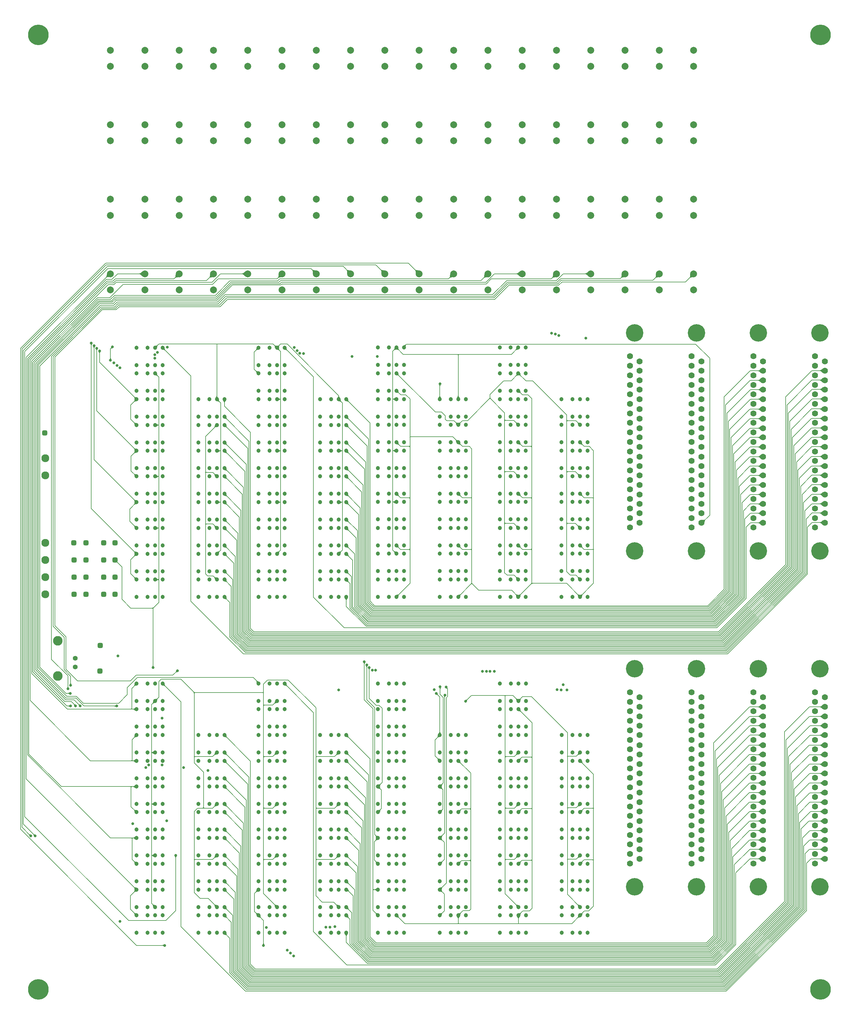
<source format=gbl>
G04*
G04 #@! TF.GenerationSoftware,Altium Limited,Altium Designer,22.10.1 (41)*
G04*
G04 Layer_Physical_Order=4*
G04 Layer_Color=16711680*
%FSTAX44Y44*%
%MOMM*%
G71*
G04*
G04 #@! TF.SameCoordinates,24A3EEB5-F367-497A-A3BB-2F848839041C*
G04*
G04*
G04 #@! TF.FilePolarity,Positive*
G04*
G01*
G75*
%ADD12C,0.2000*%
%ADD32C,1.7780*%
%ADD33C,5.0800*%
%ADD34C,6.0000*%
%ADD35C,2.0000*%
%ADD36C,1.4000*%
%ADD37C,2.8000*%
G04:AMPARAMS|DCode=38|XSize=1.5mm|YSize=1.5mm|CornerRadius=0.375mm|HoleSize=0mm|Usage=FLASHONLY|Rotation=0.000|XOffset=0mm|YOffset=0mm|HoleType=Round|Shape=RoundedRectangle|*
%AMROUNDEDRECTD38*
21,1,1.5000,0.7500,0,0,0.0*
21,1,0.7500,1.5000,0,0,0.0*
1,1,0.7500,0.3750,-0.3750*
1,1,0.7500,-0.3750,-0.3750*
1,1,0.7500,-0.3750,0.3750*
1,1,0.7500,0.3750,0.3750*
%
%ADD38ROUNDEDRECTD38*%
%ADD39C,1.2000*%
G04:AMPARAMS|DCode=40|XSize=1.5mm|YSize=1.5mm|CornerRadius=0.375mm|HoleSize=0mm|Usage=FLASHONLY|Rotation=270.000|XOffset=0mm|YOffset=0mm|HoleType=Round|Shape=RoundedRectangle|*
%AMROUNDEDRECTD40*
21,1,1.5000,0.7500,0,0,270.0*
21,1,0.7500,1.5000,0,0,270.0*
1,1,0.7500,-0.3750,-0.3750*
1,1,0.7500,-0.3750,0.3750*
1,1,0.7500,0.3750,0.3750*
1,1,0.7500,0.3750,-0.3750*
%
%ADD40ROUNDEDRECTD40*%
%ADD41C,2.3000*%
%ADD42C,0.8000*%
G36*
X00155018Y00950941D02*
X00155072Y00950608D01*
X00155162Y00950272D01*
X00155288Y00949933D01*
X0015545Y00949593D01*
X00155648Y0094925D01*
X00155882Y00948905D01*
X00156152Y00948558D01*
X00156458Y00948208D01*
X001568Y00947857D01*
X001512D01*
X00151542Y00948208D01*
X00152118Y00948905D01*
X00152352Y0094925D01*
X0015255Y00949593D01*
X00152712Y00949933D01*
X00152838Y00950272D01*
X00152928Y00950608D01*
X00152982Y00950941D01*
X00153Y00951273D01*
X00155D01*
X00155018Y00950941D01*
D02*
G37*
G36*
X00783256Y00949474D02*
X0078336Y00947922D01*
X00783458Y00947235D01*
X00783587Y00946609D01*
X00783745Y00946043D01*
X00783935Y00945537D01*
X00784155Y00945091D01*
X00784405Y00944705D01*
X00784686Y00944378D01*
X00783272Y00942964D01*
X00782946Y00943245D01*
X0078256Y00943495D01*
X00782113Y00943715D01*
X00781607Y00943905D01*
X00781041Y00944064D01*
X00780415Y00944192D01*
X00779729Y0094429D01*
X00778176Y00944394D01*
X0077731Y009444D01*
X0078325Y0095034D01*
X00783256Y00949474D01*
D02*
G37*
G36*
X00428006D02*
X0042811Y00947922D01*
X00428208Y00947235D01*
X00428337Y00946609D01*
X00428496Y00946043D01*
X00428685Y00945537D01*
X00428905Y00945091D01*
X00429155Y00944705D01*
X00429436Y00944378D01*
X00428022Y00942964D01*
X00427696Y00943245D01*
X0042731Y00943495D01*
X00426864Y00943715D01*
X00426357Y00943905D01*
X00425791Y00944064D01*
X00425165Y00944192D01*
X00424479Y0094429D01*
X00422926Y00944394D01*
X0042206Y009444D01*
X00428Y0095034D01*
X00428006Y00949474D01*
D02*
G37*
G36*
X0034594Y009444D02*
X00345074Y00944394D01*
X00343521Y0094429D01*
X00342835Y00944192D01*
X00342209Y00944064D01*
X00341643Y00943905D01*
X00341137Y00943715D01*
X00340691Y00943495D01*
X00340304Y00943245D01*
X00339978Y00942964D01*
X00338564Y00944378D01*
X00338845Y00944705D01*
X00339095Y00945091D01*
X00339315Y00945537D01*
X00339505Y00946043D01*
X00339664Y00946609D01*
X00339792Y00947235D01*
X0033989Y00947922D01*
X00339994Y00949474D01*
X0034Y0095034D01*
X0034594Y009444D01*
D02*
G37*
G36*
X00147018Y00940941D02*
X00147072Y00940608D01*
X00147162Y00940272D01*
X00147288Y00939933D01*
X0014745Y00939593D01*
X00147648Y0093925D01*
X00147882Y00938905D01*
X00148152Y00938558D01*
X00148458Y00938208D01*
X001488Y00937857D01*
X001432D01*
X00143542Y00938208D01*
X00144118Y00938905D01*
X00144352Y0093925D01*
X0014455Y00939593D01*
X00144712Y00939933D01*
X00144838Y00940272D01*
X00144928Y00940608D01*
X00144982Y00940941D01*
X00145Y00941273D01*
X00147D01*
X00147018Y00940941D01*
D02*
G37*
G36*
X00717Y00924368D02*
X00715Y00921368D01*
X0071498Y00921748D01*
X0071492Y00922088D01*
X0071482Y00922388D01*
X0071468Y00922648D01*
X007145Y00922868D01*
X0071428Y00923048D01*
X0071402Y00923188D01*
X0071372Y00923288D01*
X0071338Y00923348D01*
X00713Y00923368D01*
Y00925368D01*
X0071338Y00925388D01*
X0071372Y00925448D01*
X0071402Y00925548D01*
X0071428Y00925688D01*
X007145Y00925868D01*
X0071468Y00926088D01*
X0071482Y00926348D01*
X0071492Y00926648D01*
X0071498Y00926988D01*
X00715Y00927368D01*
X00717Y00924368D01*
D02*
G37*
G36*
X00513289Y00926513D02*
X00513589Y00926273D01*
X00513901Y00926061D01*
X00514225Y00925877D01*
X00514561Y00925721D01*
X00514908Y00925594D01*
X00515267Y00925495D01*
X00515638Y00925424D01*
X0051602Y00925382D01*
X00516414Y00925368D01*
X00517Y00923368D01*
X0051662Y00923348D01*
X0051628Y00923288D01*
X0051598Y00923188D01*
X0051572Y00923048D01*
X005155Y00922868D01*
X0051532Y00922648D01*
X0051518Y00922388D01*
X0051508Y00922088D01*
X0051502Y00921748D01*
X00515Y00921368D01*
X00513Y00921953D01*
X00512986Y00922348D01*
X00512943Y0092273D01*
X00512873Y00923101D01*
X00512774Y0092346D01*
X00512646Y00923807D01*
X00512491Y00924143D01*
X00512307Y00924466D01*
X00512095Y00924779D01*
X00511855Y00925079D01*
X00511586Y00925368D01*
X00513Y00926782D01*
X00513289Y00926513D01*
D02*
G37*
G36*
X00150143Y009192D02*
X00149792Y00919542D01*
X00149095Y00920118D01*
X0014875Y00920352D01*
X00148407Y0092055D01*
X00148067Y00920712D01*
X00147728Y00920838D01*
X00147392Y00920928D01*
X00147058Y00920982D01*
X00146727Y00921D01*
Y00923D01*
X00147058Y00923018D01*
X00147392Y00923072D01*
X00147728Y00923162D01*
X00148067Y00923288D01*
X00148407Y0092345D01*
X0014875Y00923648D01*
X00149095Y00923882D01*
X00149442Y00924152D01*
X00149792Y00924458D01*
X00150143Y009248D01*
Y009192D01*
D02*
G37*
G36*
X00407436Y00905622D02*
X00407155Y00905296D01*
X00406905Y0090491D01*
X00406685Y00904463D01*
X00406496Y00903957D01*
X00406337Y00903391D01*
X00406208Y00902765D01*
X0040611Y00902079D01*
X00406006Y00900526D01*
X00406Y0089966D01*
X0040006Y009056D01*
X00400927Y00905606D01*
X00402479Y0090571D01*
X00403165Y00905808D01*
X00403791Y00905937D01*
X00404357Y00906095D01*
X00404864Y00906285D01*
X0040531Y00906505D01*
X00405696Y00906755D01*
X00406022Y00907036D01*
X00407436Y00905622D01*
D02*
G37*
G36*
X0075519Y008936D02*
X00754324Y00893594D01*
X00752772Y0089349D01*
X00752086Y00893392D01*
X0075146Y00893264D01*
X00750893Y00893105D01*
X00750387Y00892915D01*
X00749941Y00892695D01*
X00749555Y00892445D01*
X00749229Y00892164D01*
X00747814Y00893578D01*
X00748095Y00893904D01*
X00748346Y00894291D01*
X00748566Y00894737D01*
X00748755Y00895243D01*
X00748914Y00895809D01*
X00749042Y00896435D01*
X0074914Y00897122D01*
X00749244Y00898674D01*
X0074925Y0089954D01*
X0075519Y008936D01*
D02*
G37*
G36*
X0039994D02*
X00399074Y00893594D01*
X00397522Y0089349D01*
X00396836Y00893392D01*
X00396209Y00893264D01*
X00395643Y00893105D01*
X00395137Y00892915D01*
X00394691Y00892695D01*
X00394305Y00892445D01*
X00393979Y00892164D01*
X00392564Y00893578D01*
X00392845Y00893904D01*
X00393096Y00894291D01*
X00393316Y00894737D01*
X00393505Y00895243D01*
X00393664Y00895809D01*
X00393792Y00896435D01*
X0039389Y00897122D01*
X00393994Y00898674D01*
X00394001Y0089954D01*
X0039994Y008936D01*
D02*
G37*
G36*
X00165182Y00890254D02*
X00165443Y00890059D01*
X00165736Y00889876D01*
X0016606Y00889705D01*
X00166416Y00889547D01*
X00166803Y00889402D01*
X00167673Y00889148D01*
X00168154Y0088904D01*
X00168668Y00888944D01*
X0016407Y00885746D01*
X00164142Y00886201D01*
X0016418Y00886634D01*
X00164184Y00887045D01*
X00164155Y00887434D01*
X00164093Y00887801D01*
X00163996Y00888147D01*
X00163866Y0088847D01*
X00163703Y00888772D01*
X00163506Y00889053D01*
X00163275Y00889311D01*
X00164952Y00890462D01*
X00165182Y00890254D01*
D02*
G37*
G36*
X00178519Y00889921D02*
X00178793Y00889723D01*
X00179094Y00889549D01*
X00179422Y00889399D01*
X00179778Y00889273D01*
X0018016Y00889171D01*
X00180569Y00889092D01*
X00181006Y00889037D01*
X00181469Y00889007D01*
X0018196Y00889D01*
X00178Y0088504D01*
X00177993Y00885531D01*
X00177908Y00886431D01*
X00177829Y0088684D01*
X00177727Y00887222D01*
X00177601Y00887578D01*
X00177451Y00887906D01*
X00177277Y00888207D01*
X00177079Y00888481D01*
X00176857Y00888729D01*
X00178271Y00890143D01*
X00178519Y00889921D01*
D02*
G37*
G36*
X0071702Y0089022D02*
X0071708Y0088988D01*
X0071718Y0088958D01*
X0071732Y0088932D01*
X007175Y008891D01*
X0071772Y0088892D01*
X0071798Y0088878D01*
X0071828Y0088868D01*
X0071862Y0088862D01*
X00719Y008886D01*
Y008866D01*
X0071862Y0088658D01*
X0071828Y0088652D01*
X0071798Y0088642D01*
X0071772Y0088628D01*
X007175Y008861D01*
X0071732Y0088588D01*
X0071718Y0088562D01*
X0071708Y0088532D01*
X0071702Y0088498D01*
X00717Y008846D01*
X00715Y008876D01*
X00717Y008906D01*
X0071702Y0089022D01*
D02*
G37*
G36*
X00285143Y008822D02*
X00284792Y00882542D01*
X00284095Y00883118D01*
X0028375Y00883352D01*
X00283407Y0088355D01*
X00283067Y00883712D01*
X00282728Y00883838D01*
X00282392Y00883928D01*
X00282059Y00883982D01*
X00281727Y00884D01*
Y00886D01*
X00282059Y00886018D01*
X00282392Y00886072D01*
X00282728Y00886162D01*
X00283067Y00886288D01*
X00283407Y0088645D01*
X0028375Y00886648D01*
X00284095Y00886882D01*
X00284442Y00887152D01*
X00284792Y00887458D01*
X00285143Y008878D01*
Y008822D01*
D02*
G37*
G36*
X00151143D02*
X00150792Y00882542D01*
X00150095Y00883118D01*
X0014975Y00883352D01*
X00149407Y0088355D01*
X00149067Y00883712D01*
X00148728Y00883838D01*
X00148392Y00883928D01*
X00148059Y00883982D01*
X00147727Y00884D01*
Y00886D01*
X00148059Y00886018D01*
X00148392Y00886072D01*
X00148728Y00886162D01*
X00149067Y00886288D01*
X00149407Y0088645D01*
X0014975Y00886648D01*
X00150095Y00886882D01*
X00150442Y00887152D01*
X00150792Y00887458D01*
X00151143Y008878D01*
Y008822D01*
D02*
G37*
G36*
X0033302Y0087842D02*
X0033308Y0087808D01*
X0033318Y0087778D01*
X0033332Y0087752D01*
X003335Y008773D01*
X0033372Y0087712D01*
X0033398Y0087698D01*
X0033428Y0087688D01*
X0033462Y0087682D01*
X00335Y008768D01*
X00332Y008748D01*
X00329Y008768D01*
X0032938Y0087682D01*
X0032972Y0087688D01*
X0033002Y0087698D01*
X0033028Y0087712D01*
X003305Y008773D01*
X0033068Y0087752D01*
X0033082Y0087778D01*
X0033092Y0087808D01*
X0033098Y0087842D01*
X00331Y008788D01*
X00333D01*
X0033302Y0087842D01*
D02*
G37*
G36*
X00341715Y008716D02*
X00341098Y00872208D01*
X00339927Y00873232D01*
X00339372Y00873648D01*
X00338839Y00874D01*
X00338326Y00874288D01*
X00337834Y00874512D01*
X00337363Y00874672D01*
X00336913Y00874768D01*
X00336484Y008748D01*
Y008768D01*
X00336913Y00876832D01*
X00337363Y00876928D01*
X00337834Y00877088D01*
X00338326Y00877312D01*
X00338839Y008776D01*
X00339372Y00877952D01*
X00339927Y00878368D01*
X00341098Y00879392D01*
X00341715Y0088D01*
Y008716D01*
D02*
G37*
G36*
X00963256Y00799474D02*
X00963361Y00797922D01*
X00963458Y00797236D01*
X00963587Y00796609D01*
X00963746Y00796043D01*
X00963935Y00795537D01*
X00964155Y00795091D01*
X00964405Y00794705D01*
X00964686Y00794379D01*
X00963272Y00792964D01*
X00962946Y00793245D01*
X0096256Y00793496D01*
X00962113Y00793716D01*
X00961607Y00793905D01*
X00961041Y00794064D01*
X00960415Y00794192D01*
X00959729Y0079429D01*
X00958176Y00794394D01*
X0095731Y00794401D01*
X0096325Y0080034D01*
X00963256Y00799474D01*
D02*
G37*
G36*
X00608076Y00799474D02*
X0060818Y00797922D01*
X00608278Y00797236D01*
X00608407Y00796609D01*
X00608565Y00796043D01*
X00608755Y00795537D01*
X00608975Y00795091D01*
X00609225Y00794705D01*
X00609506Y00794379D01*
X00608092Y00792964D01*
X00607766Y00793245D01*
X00607379Y00793496D01*
X00606933Y00793716D01*
X00606427Y00793905D01*
X00605861Y00794064D01*
X00605235Y00794192D01*
X00604549Y0079429D01*
X00602996Y00794394D01*
X0060213Y00794401D01*
X0060807Y0080034D01*
X00608076Y00799474D01*
D02*
G37*
G36*
X0034594Y007944D02*
X00345074Y00794394D01*
X00343521Y0079429D01*
X00342835Y00794192D01*
X00342209Y00794063D01*
X00341643Y00793904D01*
X00341137Y00793715D01*
X00340691Y00793495D01*
X00340304Y00793245D01*
X00339978Y00792964D01*
X00338564Y00794378D01*
X00338845Y00794704D01*
X00339095Y0079509D01*
X00339315Y00795537D01*
X00339505Y00796043D01*
X00339664Y00796609D01*
X00339792Y00797235D01*
X0033989Y00797921D01*
X00339994Y00799474D01*
X0034Y0080034D01*
X0034594Y007944D01*
D02*
G37*
G36*
X00395692Y00745424D02*
X0039508Y00746034D01*
X00393916Y00747061D01*
X00393365Y00747478D01*
X00392833Y00747831D01*
X00392322Y0074812D01*
X00391831Y00748345D01*
X00391496Y00748459D01*
X0039148Y00748454D01*
X0039122Y00748314D01*
X00391Y00748134D01*
X0039082Y00747914D01*
X0039068Y00747654D01*
X0039058Y00747354D01*
X0039052Y00747014D01*
X003905Y00746634D01*
X003885Y00749634D01*
X003905Y00752634D01*
X0039052Y00752253D01*
X0039058Y00751914D01*
X0039068Y00751614D01*
X0039082Y00751354D01*
X00391Y00751133D01*
X0039122Y00750954D01*
X0039148Y00750814D01*
X00391501Y00750806D01*
X00391839Y00750921D01*
X00392332Y00751144D01*
X00392846Y00751431D01*
X00393381Y00751782D01*
X00393938Y00752197D01*
X00395117Y00753218D01*
X00395739Y00753824D01*
X00395692Y00745424D01*
D02*
G37*
G36*
X00963256Y00748674D02*
X00963361Y00747122D01*
X00963458Y00746436D01*
X00963587Y00745809D01*
X00963746Y00745243D01*
X00963935Y00744737D01*
X00964155Y00744291D01*
X00964405Y00743905D01*
X00964686Y00743578D01*
X00963272Y00742164D01*
X00962946Y00742445D01*
X0096256Y00742696D01*
X00962113Y00742916D01*
X00961607Y00743105D01*
X00961041Y00743264D01*
X00960415Y00743392D01*
X00959729Y0074349D01*
X00958176Y00743594D01*
X0095731Y00743601D01*
X0096325Y0074954D01*
X00963256Y00748674D01*
D02*
G37*
G36*
X0093519Y00743601D02*
X00934324Y00743594D01*
X00932772Y0074349D01*
X00932086Y00743392D01*
X0093146Y00743264D01*
X00930893Y00743105D01*
X00930387Y00742916D01*
X00929941Y00742696D01*
X00929555Y00742445D01*
X00929229Y00742164D01*
X00927814Y00743578D01*
X00928095Y00743905D01*
X00928346Y00744291D01*
X00928566Y00744737D01*
X00928755Y00745243D01*
X00928914Y00745809D01*
X00929042Y00746436D01*
X0092914Y00747122D01*
X00929244Y00748674D01*
X00929251Y0074954D01*
X0093519Y00743601D01*
D02*
G37*
G36*
X00608076Y00748674D02*
X0060818Y00747122D01*
X00608278Y00746436D01*
X00608407Y00745809D01*
X00608565Y00745243D01*
X00608755Y00744737D01*
X00608975Y00744291D01*
X00609225Y00743905D01*
X00609506Y00743578D01*
X00608092Y00742164D01*
X00607766Y00742445D01*
X0060738Y00742696D01*
X00606933Y00742916D01*
X00606427Y00743105D01*
X00605861Y00743264D01*
X00605235Y00743392D01*
X00604549Y0074349D01*
X00602996Y00743594D01*
X0060213Y00743601D01*
X0060807Y0074954D01*
X00608076Y00748674D01*
D02*
G37*
G36*
X0058001Y00743601D02*
X00579144Y00743594D01*
X00577592Y0074349D01*
X00576906Y00743392D01*
X00576279Y00743264D01*
X00575713Y00743105D01*
X00575207Y00742916D01*
X00574761Y00742696D01*
X00574375Y00742445D01*
X00574049Y00742164D01*
X00572634Y00743578D01*
X00572915Y00743905D01*
X00573166Y00744291D01*
X00573386Y00744737D01*
X00573575Y00745243D01*
X00573734Y00745809D01*
X00573862Y00746436D01*
X0057396Y00747122D01*
X00574064Y00748674D01*
X00574071Y0074954D01*
X0058001Y00743601D01*
D02*
G37*
G36*
X0075519Y007436D02*
X00754324Y00743594D01*
X00752772Y0074349D01*
X00752086Y00743392D01*
X0075146Y00743263D01*
X00750893Y00743104D01*
X00750387Y00742915D01*
X00749941Y00742695D01*
X00749555Y00742445D01*
X00749229Y00742164D01*
X00747814Y00743578D01*
X00748095Y00743904D01*
X00748346Y0074429D01*
X00748566Y00744737D01*
X00748755Y00745243D01*
X00748914Y00745809D01*
X00749042Y00746435D01*
X0074914Y00747121D01*
X00749244Y00748674D01*
X0074925Y0074954D01*
X0075519Y007436D01*
D02*
G37*
G36*
X0087002Y0074022D02*
X0087008Y00739881D01*
X0087018Y00739581D01*
X0087032Y00739321D01*
X008705Y007391D01*
X0087072Y00738921D01*
X0087098Y00738781D01*
X0087128Y0073868D01*
X0087162Y00738621D01*
X00872Y007386D01*
Y007366D01*
X0087162Y00736581D01*
X0087128Y0073652D01*
X0087098Y00736421D01*
X0087072Y00736281D01*
X008705Y007361D01*
X0087032Y00735881D01*
X0087018Y0073562D01*
X0087008Y00735321D01*
X0087002Y0073498D01*
X0087Y00734601D01*
X00868Y007376D01*
X0087Y00740601D01*
X0087002Y0074022D01*
D02*
G37*
G36*
X0051502D02*
X0051508Y00739881D01*
X0051518Y00739581D01*
X0051532Y00739321D01*
X005155Y007391D01*
X0051572Y00738921D01*
X0051598Y00738781D01*
X0051628Y0073868D01*
X0051662Y00738621D01*
X00517Y007386D01*
Y007366D01*
X0051662Y00736581D01*
X0051628Y0073652D01*
X0051598Y00736421D01*
X0051572Y00736281D01*
X005155Y007361D01*
X0051532Y00735881D01*
X0051518Y0073562D01*
X0051508Y00735321D01*
X0051502Y0073498D01*
X00515Y00734601D01*
X00513Y007376D01*
X00515Y00740601D01*
X0051502Y0074022D01*
D02*
G37*
G36*
X0071702Y0074022D02*
X0071708Y0073988D01*
X0071718Y0073958D01*
X0071732Y0073932D01*
X007175Y007391D01*
X0071772Y0073892D01*
X0071798Y0073878D01*
X0071828Y0073868D01*
X0071862Y0073862D01*
X00719Y007386D01*
Y007366D01*
X0071862Y0073658D01*
X0071828Y0073652D01*
X0071798Y0073642D01*
X0071772Y0073628D01*
X007175Y007361D01*
X0071732Y0073588D01*
X0071718Y0073562D01*
X0071708Y0073532D01*
X0071702Y0073498D01*
X00717Y007346D01*
X00715Y007376D01*
X00717Y007406D01*
X0071702Y0074022D01*
D02*
G37*
G36*
X0033402Y0072802D02*
X0033408Y0072768D01*
X0033418Y0072738D01*
X0033432Y0072712D01*
X003345Y007269D01*
X0033472Y0072672D01*
X0033498Y0072658D01*
X0033528Y0072648D01*
X0033562Y0072642D01*
X00336Y007264D01*
X00333Y007244D01*
X0033Y007264D01*
X0033038Y0072642D01*
X0033072Y0072648D01*
X0033102Y0072658D01*
X0033128Y0072672D01*
X003315Y007269D01*
X0033168Y0072712D01*
X0033182Y0072738D01*
X0033192Y0072768D01*
X0033198Y0072802D01*
X00332Y007284D01*
X00334D01*
X0033402Y0072802D01*
D02*
G37*
G36*
X00341715Y007212D02*
X00341098Y00721808D01*
X00339927Y00722832D01*
X00339372Y00723248D01*
X00338839Y007236D01*
X00338326Y00723888D01*
X00337834Y00724112D01*
X00337363Y00724272D01*
X00336913Y00724368D01*
X00336484Y007244D01*
Y007264D01*
X00336913Y00726432D01*
X00337363Y00726528D01*
X00337834Y00726688D01*
X00338326Y00726912D01*
X00338839Y007272D01*
X00339372Y00727552D01*
X00339927Y00727968D01*
X00341098Y00728992D01*
X00341715Y007296D01*
Y007212D01*
D02*
G37*
G36*
X00963256Y00724474D02*
X00963361Y00722922D01*
X00963458Y00722236D01*
X00963587Y0072161D01*
X00963746Y00721043D01*
X00963935Y00720537D01*
X00964155Y00720091D01*
X00964405Y00719705D01*
X00964686Y00719379D01*
X00963272Y00717964D01*
X00962946Y00718245D01*
X0096256Y00718496D01*
X00962113Y00718716D01*
X00961607Y00718905D01*
X00961041Y00719064D01*
X00960415Y00719192D01*
X00959729Y0071929D01*
X00958176Y00719394D01*
X0095731Y00719401D01*
X0096325Y0072534D01*
X00963256Y00724474D01*
D02*
G37*
G36*
X00608076Y00724474D02*
X0060818Y00722921D01*
X00608278Y00722235D01*
X00608407Y00721609D01*
X00608565Y00721043D01*
X00608755Y00720537D01*
X00608975Y0072009D01*
X00609225Y00719704D01*
X00609506Y00719378D01*
X00608092Y00717964D01*
X00607766Y00718245D01*
X0060738Y00718495D01*
X00606933Y00718715D01*
X00606427Y00718905D01*
X00605861Y00719063D01*
X00605235Y00719192D01*
X00604549Y0071929D01*
X00602996Y00719394D01*
X0060213Y007194D01*
X0060807Y0072534D01*
X00608076Y00724474D01*
D02*
G37*
G36*
X00963256Y00673674D02*
X00963361Y00672122D01*
X00963458Y00671436D01*
X00963587Y0067081D01*
X00963746Y00670243D01*
X00963935Y00669737D01*
X00964155Y00669291D01*
X00964405Y00668905D01*
X00964686Y00668579D01*
X00963272Y00667164D01*
X00962946Y00667445D01*
X0096256Y00667696D01*
X00962113Y00667916D01*
X00961607Y00668105D01*
X00961041Y00668264D01*
X00960415Y00668392D01*
X00959729Y0066849D01*
X00958176Y00668594D01*
X0095731Y00668601D01*
X0096325Y0067454D01*
X00963256Y00673674D01*
D02*
G37*
G36*
X00608076Y00673674D02*
X0060818Y00672121D01*
X00608278Y00671435D01*
X00608407Y00670809D01*
X00608565Y00670243D01*
X00608755Y00669737D01*
X00608975Y0066929D01*
X00609225Y00668904D01*
X00609506Y00668578D01*
X00608092Y00667164D01*
X00607766Y00667445D01*
X0060738Y00667695D01*
X00606933Y00667915D01*
X00606427Y00668105D01*
X00605861Y00668263D01*
X00605235Y00668392D01*
X00604549Y0066849D01*
X00602996Y00668594D01*
X0060213Y006686D01*
X0060807Y0067454D01*
X00608076Y00673674D01*
D02*
G37*
G36*
X00333Y006494D02*
X0033262Y0064938D01*
X0033228Y0064932D01*
X0033198Y0064922D01*
X0033172Y0064908D01*
X003315Y006489D01*
X0033132Y0064868D01*
X0033118Y0064842D01*
X0033108Y0064812D01*
X0033102Y0064778D01*
X00331Y006474D01*
X00329D01*
X0032898Y0064778D01*
X0032892Y0064812D01*
X0032882Y0064842D01*
X0032868Y0064868D01*
X003285Y006489D01*
X0032828Y0064908D01*
X0032802Y0064922D01*
X0032772Y0064932D01*
X0032738Y0064938D01*
X00327Y006494D01*
X0033Y006514D01*
X00333Y006494D01*
D02*
G37*
G36*
X00341715Y006462D02*
X00341098Y00646808D01*
X00339927Y00647832D01*
X00339372Y00648248D01*
X00338839Y006486D01*
X00338326Y00648888D01*
X00337834Y00649112D01*
X00337363Y00649272D01*
X00336913Y00649368D01*
X00336484Y006494D01*
Y006514D01*
X00336913Y00651432D01*
X00337363Y00651528D01*
X00337834Y00651688D01*
X00338326Y00651912D01*
X00338839Y006522D01*
X00339372Y00652552D01*
X00339927Y00652968D01*
X00341098Y00653992D01*
X00341715Y006546D01*
Y006462D01*
D02*
G37*
G36*
X00963256Y00649474D02*
X00963361Y00647922D01*
X00963458Y00647236D01*
X00963587Y00646609D01*
X00963746Y00646043D01*
X00963935Y00645537D01*
X00964155Y00645091D01*
X00964405Y00644705D01*
X00964686Y00644378D01*
X00963272Y00642964D01*
X00962946Y00643245D01*
X0096256Y00643496D01*
X00962113Y00643716D01*
X00961607Y00643905D01*
X00961041Y00644064D01*
X00960415Y00644192D01*
X00959729Y0064429D01*
X00958176Y00644394D01*
X0095731Y006444D01*
X0096325Y0065034D01*
X00963256Y00649474D01*
D02*
G37*
G36*
X00608076D02*
X0060818Y00647922D01*
X00608278Y00647236D01*
X00608407Y00646609D01*
X00608565Y00646043D01*
X00608755Y00645537D01*
X00608975Y00645091D01*
X00609225Y00644705D01*
X00609506Y00644378D01*
X00608092Y00642964D01*
X00607766Y00643245D01*
X0060738Y00643496D01*
X00606933Y00643716D01*
X00606427Y00643905D01*
X00605861Y00644064D01*
X00605235Y00644192D01*
X00604549Y0064429D01*
X00602996Y00644394D01*
X0060213Y006444D01*
X0060807Y0065034D01*
X00608076Y00649474D01*
D02*
G37*
G36*
X00395715Y005954D02*
X00395099Y00596008D01*
X00393927Y00597032D01*
X00393373Y00597448D01*
X00392839Y005978D01*
X00392327Y00598088D01*
X00391835Y00598312D01*
X00391364Y00598472D01*
X00390914Y00598568D01*
X00390484Y005986D01*
Y006006D01*
X00390914Y00600632D01*
X00391364Y00600728D01*
X00391835Y00600888D01*
X00392327Y00601112D01*
X00392839Y006014D01*
X00393373Y00601752D01*
X00393927Y00602168D01*
X00395099Y00603192D01*
X00395715Y006038D01*
Y005954D01*
D02*
G37*
G36*
X00963256Y00598674D02*
X00963361Y00597122D01*
X00963458Y00596436D01*
X00963587Y00595809D01*
X00963746Y00595243D01*
X00963935Y00594737D01*
X00964155Y00594291D01*
X00964405Y00593905D01*
X00964686Y00593578D01*
X00963272Y00592164D01*
X00962946Y00592445D01*
X0096256Y00592696D01*
X00962113Y00592915D01*
X00961607Y00593105D01*
X00961041Y00593264D01*
X00960415Y00593392D01*
X00959729Y0059349D01*
X00958176Y00593594D01*
X0095731Y00593601D01*
X0096325Y0059954D01*
X00963256Y00598674D01*
D02*
G37*
G36*
X0093519Y00593601D02*
X00934324Y00593594D01*
X00932772Y0059349D01*
X00932086Y00593392D01*
X0093146Y00593264D01*
X00930893Y00593105D01*
X00930387Y00592915D01*
X00929941Y00592696D01*
X00929555Y00592445D01*
X00929229Y00592164D01*
X00927814Y00593578D01*
X00928095Y00593905D01*
X00928346Y00594291D01*
X00928566Y00594737D01*
X00928755Y00595243D01*
X00928914Y00595809D01*
X00929042Y00596436D01*
X0092914Y00597122D01*
X00929244Y00598674D01*
X00929251Y0059954D01*
X0093519Y00593601D01*
D02*
G37*
G36*
X00608076Y00598674D02*
X0060818Y00597122D01*
X00608278Y00596436D01*
X00608407Y00595809D01*
X00608565Y00595243D01*
X00608755Y00594737D01*
X00608975Y00594291D01*
X00609225Y00593905D01*
X00609506Y00593578D01*
X00608092Y00592164D01*
X00607766Y00592445D01*
X0060738Y00592696D01*
X00606933Y00592915D01*
X00606427Y00593105D01*
X00605861Y00593264D01*
X00605235Y00593392D01*
X00604549Y0059349D01*
X00602996Y00593594D01*
X0060213Y00593601D01*
X0060807Y0059954D01*
X00608076Y00598674D01*
D02*
G37*
G36*
X0058001Y00593601D02*
X00579144Y00593594D01*
X00577592Y0059349D01*
X00576906Y00593392D01*
X00576279Y00593264D01*
X00575713Y00593105D01*
X00575207Y00592915D01*
X00574761Y00592696D01*
X00574375Y00592445D01*
X00574049Y00592164D01*
X00572634Y00593578D01*
X00572915Y00593905D01*
X00573166Y00594291D01*
X00573386Y00594737D01*
X00573575Y00595243D01*
X00573734Y00595809D01*
X00573862Y00596436D01*
X0057396Y00597122D01*
X00574064Y00598674D01*
X00574071Y0059954D01*
X0058001Y00593601D01*
D02*
G37*
G36*
X0075519Y005936D02*
X00754324Y00593594D01*
X00752772Y0059349D01*
X00752086Y00593392D01*
X0075146Y00593264D01*
X00750893Y00593105D01*
X00750387Y00592915D01*
X00749941Y00592695D01*
X00749555Y00592445D01*
X00749229Y00592164D01*
X00747814Y00593578D01*
X00748095Y00593904D01*
X00748346Y00594291D01*
X00748566Y00594737D01*
X00748755Y00595243D01*
X00748914Y00595809D01*
X00749042Y00596435D01*
X0074914Y00597122D01*
X00749244Y00598674D01*
X0074925Y0059954D01*
X0075519Y005936D01*
D02*
G37*
G36*
X00542055Y0059022D02*
X00542115Y0058988D01*
X00542215Y0058958D01*
X00542355Y0058932D01*
X00542535Y005891D01*
X00542755Y0058892D01*
X00543015Y0058878D01*
X00543315Y0058868D01*
X00543655Y0058862D01*
X00544035Y005886D01*
X00541035Y005866D01*
X00538035Y005886D01*
X00538415Y0058862D01*
X00538755Y0058868D01*
X00539055Y0058878D01*
X00539315Y0058892D01*
X00539535Y005891D01*
X00539715Y0058932D01*
X00539855Y0058958D01*
X00539955Y0058988D01*
X00540015Y0059022D01*
X00540035Y005906D01*
X00542035D01*
X00542055Y0059022D01*
D02*
G37*
G36*
X0087002D02*
X0087008Y0058988D01*
X0087018Y0058958D01*
X0087032Y0058932D01*
X008705Y005891D01*
X0087072Y0058892D01*
X0087098Y0058878D01*
X0087128Y0058868D01*
X0087162Y0058862D01*
X00872Y005886D01*
Y005866D01*
X0087162Y0058658D01*
X0087128Y0058652D01*
X0087098Y0058642D01*
X0087072Y0058628D01*
X008705Y005861D01*
X0087032Y0058588D01*
X0087018Y0058562D01*
X0087008Y0058532D01*
X0087002Y0058498D01*
X0087Y005846D01*
X00868Y005876D01*
X0087Y005906D01*
X0087002Y0059022D01*
D02*
G37*
G36*
X0071702Y0059022D02*
X0071708Y0058988D01*
X0071718Y0058958D01*
X0071732Y0058932D01*
X007175Y005891D01*
X0071772Y0058892D01*
X0071798Y0058878D01*
X0071828Y0058868D01*
X0071862Y0058862D01*
X00719Y005886D01*
Y005866D01*
X0071862Y0058658D01*
X0071828Y0058652D01*
X0071798Y0058642D01*
X0071772Y0058628D01*
X007175Y005861D01*
X0071732Y0058588D01*
X0071718Y0058562D01*
X0071708Y0058532D01*
X0071702Y0058498D01*
X00717Y005846D01*
X00715Y005876D01*
X00717Y005906D01*
X0071702Y0059022D01*
D02*
G37*
G36*
X00340304Y00582955D02*
X00340691Y00582705D01*
X00341137Y00582485D01*
X00341643Y00582295D01*
X00342209Y00582136D01*
X00342835Y00582008D01*
X00343521Y0058191D01*
X00345074Y00581806D01*
X0034594Y005818D01*
X0034Y0057586D01*
X00339994Y00576726D01*
X0033989Y00578279D01*
X00339792Y00578965D01*
X00339664Y00579591D01*
X00339505Y00580157D01*
X00339315Y00580663D01*
X00339095Y00581109D01*
X00338845Y00581496D01*
X00338564Y00581822D01*
X00339978Y00583236D01*
X00340304Y00582955D01*
D02*
G37*
G36*
X00608076Y00574874D02*
X0060818Y00573322D01*
X00608278Y00572636D01*
X00608407Y0057201D01*
X00608565Y00571443D01*
X00608755Y00570937D01*
X00608975Y00570491D01*
X00609225Y00570105D01*
X00609506Y00569779D01*
X00608092Y00568364D01*
X00607766Y00568645D01*
X0060738Y00568896D01*
X00606933Y00569116D01*
X00606427Y00569305D01*
X00605861Y00569464D01*
X00605235Y00569592D01*
X00604549Y0056969D01*
X00602996Y00569794D01*
X0060213Y00569801D01*
X0060807Y0057574D01*
X00608076Y00574874D01*
D02*
G37*
G36*
X00963256Y00574874D02*
X00963361Y00573322D01*
X00963458Y00572635D01*
X00963587Y00572009D01*
X00963746Y00571443D01*
X00963935Y00570937D01*
X00964155Y00570491D01*
X00964405Y00570104D01*
X00964686Y00569778D01*
X00963272Y00568364D01*
X00962946Y00568645D01*
X0096256Y00568895D01*
X00962113Y00569115D01*
X00961607Y00569305D01*
X00961041Y00569464D01*
X00960415Y00569592D01*
X00959729Y0056969D01*
X00958176Y00569794D01*
X0095731Y005698D01*
X0096325Y0057574D01*
X00963256Y00574874D01*
D02*
G37*
G36*
X00608076Y00524074D02*
X0060818Y00522522D01*
X00608278Y00521836D01*
X00608407Y00521209D01*
X00608565Y00520643D01*
X00608755Y00520137D01*
X00608975Y00519691D01*
X00609225Y00519305D01*
X00609506Y00518979D01*
X00608092Y00517564D01*
X00607766Y00517845D01*
X0060738Y00518096D01*
X00606933Y00518316D01*
X00606427Y00518505D01*
X00605861Y00518664D01*
X00605235Y00518792D01*
X00604549Y0051889D01*
X00602996Y00518994D01*
X0060213Y00519001D01*
X0060807Y0052494D01*
X00608076Y00524074D01*
D02*
G37*
G36*
X00963256Y00524074D02*
X00963361Y00522522D01*
X00963458Y00521835D01*
X00963587Y00521209D01*
X00963746Y00520643D01*
X00963935Y00520137D01*
X00964155Y00519691D01*
X00964405Y00519304D01*
X00964686Y00518978D01*
X00963272Y00517564D01*
X00962946Y00517845D01*
X0096256Y00518095D01*
X00962113Y00518315D01*
X00961607Y00518505D01*
X00961041Y00518664D01*
X00960415Y00518792D01*
X00959729Y0051889D01*
X00958176Y00518994D01*
X0095731Y00519D01*
X0096325Y0052494D01*
X00963256Y00524074D01*
D02*
G37*
G36*
X00046712Y00511953D02*
X00046986Y00511755D01*
X00047288Y00511581D01*
X00047616Y00511431D01*
X00047971Y00511305D01*
X00048354Y00511203D01*
X00048763Y00511124D01*
X00049199Y0051107D01*
X00049663Y00511039D01*
X00050153Y00511032D01*
X00046194Y00507072D01*
X00046187Y00507563D01*
X00046101Y00508463D01*
X00046023Y00508872D01*
X00045921Y00509254D01*
X00045794Y0050961D01*
X00045644Y00509938D01*
X0004547Y00510239D01*
X00045272Y00510514D01*
X00045051Y00510761D01*
X00046465Y00512175D01*
X00046712Y00511953D01*
D02*
G37*
G36*
X00033948Y00511494D02*
X00034228Y00511297D01*
X0003453Y00511134D01*
X00034853Y00511004D01*
X00035199Y00510908D01*
X00035566Y00510845D01*
X00035955Y00510816D01*
X00036366Y0051082D01*
X00036799Y00510858D01*
X00037254Y0051093D01*
X00034056Y00506332D01*
X0003396Y00506846D01*
X00033731Y00507778D01*
X00033598Y00508196D01*
X00033295Y0050894D01*
X00033124Y00509264D01*
X00032941Y00509557D01*
X00032746Y00509818D01*
X00032538Y00510048D01*
X00033689Y00511725D01*
X00033948Y00511494D01*
D02*
G37*
G36*
X01044154Y00508005D02*
X01044541Y00507755D01*
X01044987Y00507535D01*
X01045493Y00507345D01*
X01046059Y00507187D01*
X01046685Y00507058D01*
X01047372Y0050696D01*
X01048924Y00506856D01*
X0104979Y0050685D01*
X0104385Y0050091D01*
X01043844Y00501776D01*
X0104374Y00503329D01*
X01043642Y00504015D01*
X01043514Y00504641D01*
X01043355Y00505207D01*
X01043165Y00505713D01*
X01042945Y0050616D01*
X01042695Y00506546D01*
X01042414Y00506872D01*
X01043828Y00508286D01*
X01044154Y00508005D01*
D02*
G37*
G36*
X00336Y005D02*
X0033562Y0049998D01*
X0033528Y0049992D01*
X0033498Y0049982D01*
X0033472Y0049968D01*
X003345Y004995D01*
X0033432Y0049928D01*
X0033418Y0049902D01*
X0033408Y0049872D01*
X0033402Y0049838D01*
X00334Y00498D01*
X00332D01*
X0033198Y0049838D01*
X0033192Y0049872D01*
X0033182Y0049902D01*
X0033168Y0049928D01*
X003315Y004995D01*
X0033128Y0049968D01*
X0033102Y0049982D01*
X0033072Y0049992D01*
X0033038Y0049998D01*
X0033Y005D01*
X00333Y00502D01*
X00336Y005D01*
D02*
G37*
G36*
X00341577Y00496745D02*
X00340989Y00497364D01*
X00339863Y00498405D01*
X00339325Y00498828D01*
X00338804Y00499186D01*
X003383Y00499479D01*
X00337813Y00499707D01*
X00337343Y0049987D01*
X0033689Y00499967D01*
X00336454Y005D01*
X00336521Y00502D01*
X00336943Y00502031D01*
X00337389Y00502126D01*
X00337861Y00502283D01*
X00338357Y00502503D01*
X00338878Y00502785D01*
X00339424Y00503131D01*
X00339995Y00503539D01*
X00341212Y00504544D01*
X00341857Y0050514D01*
X00341577Y00496745D01*
D02*
G37*
G36*
X0104979Y0049485D02*
X01048924Y00494844D01*
X01047372Y0049474D01*
X01046685Y00494642D01*
X01046059Y00494514D01*
X01045493Y00494355D01*
X01044987Y00494165D01*
X01044541Y00493946D01*
X01044154Y00493695D01*
X01043828Y00493414D01*
X01042414Y00494828D01*
X01042695Y00495155D01*
X01042945Y00495541D01*
X01043165Y00495987D01*
X01043355Y00496493D01*
X01043514Y00497059D01*
X01043642Y00497686D01*
X0104374Y00498372D01*
X01043844Y00499924D01*
X0104385Y0050079D01*
X0104979Y0049485D01*
D02*
G37*
G36*
X00963256Y00499874D02*
X00963361Y00498321D01*
X00963458Y00497635D01*
X00963587Y00497009D01*
X00963746Y00496443D01*
X00963935Y00495937D01*
X00964155Y0049549D01*
X00964405Y00495104D01*
X00964686Y00494778D01*
X00963272Y00493364D01*
X00962946Y00493645D01*
X0096256Y00493895D01*
X00962113Y00494115D01*
X00961607Y00494305D01*
X00961041Y00494463D01*
X00960415Y00494592D01*
X00959729Y0049469D01*
X00958176Y00494794D01*
X0095731Y004948D01*
X0096325Y0050074D01*
X00963256Y00499874D01*
D02*
G37*
G36*
X00608076Y00499874D02*
X0060818Y00498321D01*
X00608278Y00497635D01*
X00608407Y00497009D01*
X00608565Y00496443D01*
X00608755Y00495937D01*
X00608975Y0049549D01*
X00609225Y00495104D01*
X00609506Y00494778D01*
X00608092Y00493364D01*
X00607766Y00493645D01*
X00607379Y00493895D01*
X00606933Y00494115D01*
X00606427Y00494305D01*
X00605861Y00494463D01*
X00605235Y00494592D01*
X00604549Y0049469D01*
X00602996Y00494794D01*
X0060213Y004948D01*
X0060807Y0050074D01*
X00608076Y00499874D01*
D02*
G37*
G36*
X00395715Y004458D02*
X00395099Y00446408D01*
X00393927Y00447432D01*
X00393373Y00447848D01*
X00392839Y004482D01*
X00392327Y00448488D01*
X00391835Y00448712D01*
X00391364Y00448872D01*
X00390914Y00448968D01*
X00390484Y00449D01*
Y00451D01*
X00390914Y00451032D01*
X00391364Y00451128D01*
X00391835Y00451288D01*
X00392327Y00451512D01*
X00392839Y004518D01*
X00393373Y00452152D01*
X00393927Y00452568D01*
X00395099Y00453592D01*
X00395715Y004542D01*
Y004458D01*
D02*
G37*
G36*
X00462458Y00446792D02*
X00461882Y00446095D01*
X00461648Y0044575D01*
X0046145Y00445407D01*
X00461288Y00445067D01*
X00461162Y00444728D01*
X00461072Y00444392D01*
X00461018Y00444058D01*
X00461Y00443727D01*
X00459D01*
X00458982Y00444058D01*
X00458928Y00444392D01*
X00458838Y00444728D01*
X00458712Y00445067D01*
X0045855Y00445407D01*
X00458352Y0044575D01*
X00458118Y00446095D01*
X00457848Y00446442D01*
X00457542Y00446792D01*
X004572Y00447143D01*
X004628D01*
X00462458Y00446792D01*
D02*
G37*
G36*
X0075519Y00444D02*
X00754324Y00443994D01*
X00752772Y0044389D01*
X00752086Y00443792D01*
X0075146Y00443664D01*
X00750893Y00443505D01*
X00750387Y00443315D01*
X00749941Y00443095D01*
X00749555Y00442845D01*
X00749229Y00442564D01*
X00747814Y00443978D01*
X00748095Y00444304D01*
X00748346Y00444691D01*
X00748566Y00445137D01*
X00748755Y00445643D01*
X00748914Y00446209D01*
X00749042Y00446835D01*
X0074914Y00447522D01*
X00749244Y00449074D01*
X0074925Y0044994D01*
X0075519Y00444D01*
D02*
G37*
G36*
X00963256Y00449074D02*
X00963361Y00447521D01*
X00963458Y00446835D01*
X00963587Y00446209D01*
X00963746Y00445643D01*
X00963935Y00445137D01*
X00964155Y0044469D01*
X00964405Y00444304D01*
X00964686Y00443978D01*
X00963272Y00442564D01*
X00962946Y00442845D01*
X0096256Y00443095D01*
X00962113Y00443315D01*
X00961607Y00443504D01*
X00961041Y00443663D01*
X00960415Y00443792D01*
X00959729Y0044389D01*
X00958176Y00443994D01*
X0095731Y00444D01*
X0096325Y0044994D01*
X00963256Y00449074D01*
D02*
G37*
G36*
X0093519Y00444D02*
X00934324Y00443994D01*
X00932772Y0044389D01*
X00932086Y00443792D01*
X0093146Y00443663D01*
X00930893Y00443504D01*
X00930387Y00443315D01*
X00929941Y00443095D01*
X00929555Y00442845D01*
X00929229Y00442564D01*
X00927814Y00443978D01*
X00928095Y00444304D01*
X00928346Y0044469D01*
X00928566Y00445137D01*
X00928755Y00445643D01*
X00928914Y00446209D01*
X00929042Y00446835D01*
X0092914Y00447521D01*
X00929244Y00449074D01*
X00929251Y0044994D01*
X0093519Y00444D01*
D02*
G37*
G36*
X00608076Y00449074D02*
X0060818Y00447521D01*
X00608278Y00446835D01*
X00608407Y00446209D01*
X00608565Y00445643D01*
X00608755Y00445137D01*
X00608975Y0044469D01*
X00609225Y00444304D01*
X00609506Y00443978D01*
X00608092Y00442564D01*
X00607766Y00442845D01*
X0060738Y00443095D01*
X00606933Y00443315D01*
X00606427Y00443504D01*
X00605861Y00443663D01*
X00605235Y00443792D01*
X00604549Y0044389D01*
X00602996Y00443994D01*
X0060213Y00444D01*
X0060807Y0044994D01*
X00608076Y00449074D01*
D02*
G37*
G36*
X0058001Y00444D02*
X00579144Y00443994D01*
X00577592Y0044389D01*
X00576906Y00443792D01*
X00576279Y00443663D01*
X00575713Y00443504D01*
X00575207Y00443315D01*
X00574761Y00443095D01*
X00574375Y00442845D01*
X00574049Y00442564D01*
X00572634Y00443978D01*
X00572915Y00444304D01*
X00573166Y0044469D01*
X00573386Y00445137D01*
X00573575Y00445643D01*
X00573734Y00446209D01*
X00573862Y00446835D01*
X0057396Y00447521D01*
X00574064Y00449074D01*
X00574071Y0044994D01*
X0058001Y00444D01*
D02*
G37*
G36*
X0087002Y0044062D02*
X0087008Y0044028D01*
X0087018Y0043998D01*
X0087032Y0043972D01*
X008705Y004395D01*
X0087072Y0043932D01*
X0087098Y0043918D01*
X0087128Y0043908D01*
X0087162Y0043902D01*
X00872Y00439D01*
Y00437D01*
X0087162Y0043698D01*
X0087128Y0043692D01*
X0087098Y0043682D01*
X0087072Y0043668D01*
X008705Y004365D01*
X0087032Y0043628D01*
X0087018Y0043602D01*
X0087008Y0043572D01*
X0087002Y0043538D01*
X0087Y00435D01*
X00868Y00438D01*
X0087Y00441D01*
X0087002Y0044062D01*
D02*
G37*
G36*
X0071702D02*
X0071708Y0044028D01*
X0071718Y0043998D01*
X0071732Y0043972D01*
X007175Y004395D01*
X0071772Y0043932D01*
X0071798Y0043918D01*
X0071828Y0043908D01*
X0071862Y0043902D01*
X00719Y00439D01*
Y00437D01*
X0071862Y0043698D01*
X0071828Y0043692D01*
X0071798Y0043682D01*
X0071772Y0043668D01*
X007175Y004365D01*
X0071732Y0043628D01*
X0071718Y0043602D01*
X0071708Y0043572D01*
X0071702Y0043538D01*
X00717Y00435D01*
X00715Y00438D01*
X00717Y00441D01*
X0071702Y0044062D01*
D02*
G37*
G36*
X0051502D02*
X0051508Y0044028D01*
X0051518Y0043998D01*
X0051532Y0043972D01*
X005155Y004395D01*
X0051572Y0043932D01*
X0051598Y0043918D01*
X0051628Y0043908D01*
X0051662Y0043902D01*
X00517Y00439D01*
Y00437D01*
X0051662Y0043698D01*
X0051628Y0043692D01*
X0051598Y0043682D01*
X0051572Y0043668D01*
X005155Y004365D01*
X0051532Y0043628D01*
X0051518Y0043602D01*
X0051508Y0043572D01*
X0051502Y0043538D01*
X00515Y00435D01*
X00513Y00438D01*
X00515Y00441D01*
X0051502Y0044062D01*
D02*
G37*
G36*
X01044154Y00432605D02*
X01044541Y00432355D01*
X01044987Y00432135D01*
X01045493Y00431945D01*
X01046059Y00431787D01*
X01046685Y00431658D01*
X01047372Y0043156D01*
X01048924Y00431456D01*
X0104979Y0043145D01*
X0104385Y0042551D01*
X01043844Y00426376D01*
X0104374Y00427929D01*
X01043642Y00428615D01*
X01043514Y00429241D01*
X01043355Y00429807D01*
X01043165Y00430313D01*
X01042945Y0043076D01*
X01042695Y00431146D01*
X01042414Y00431472D01*
X01043828Y00432886D01*
X01044154Y00432605D01*
D02*
G37*
G36*
X00340304Y00432555D02*
X00340691Y00432305D01*
X00341137Y00432085D01*
X00341643Y00431895D01*
X00342209Y00431736D01*
X00342835Y00431608D01*
X00343521Y0043151D01*
X00345074Y00431406D01*
X0034594Y004314D01*
X0034Y0042546D01*
X00339994Y00426326D01*
X0033989Y00427879D01*
X00339792Y00428565D01*
X00339664Y00429191D01*
X00339505Y00429757D01*
X00339315Y00430263D01*
X00339095Y00430709D01*
X00338845Y00431096D01*
X00338564Y00431422D01*
X00339978Y00432836D01*
X00340304Y00432555D01*
D02*
G37*
G36*
X00963307Y00426041D02*
X00964581Y00422413D01*
X00964816Y00421925D01*
X00965044Y00421515D01*
X00965265Y00421185D01*
X0096548Y00420934D01*
X0096448Y00419105D01*
X00964121Y00419415D01*
X00963719Y00419668D01*
X00963275Y00419864D01*
X00962788Y00420004D01*
X00962258Y00420087D01*
X00961686Y00420113D01*
X00961071Y00420082D01*
X00960413Y00419995D01*
X00959712Y00419852D01*
X00958969Y00419652D01*
X00963032Y00427004D01*
X00963307Y00426041D01*
D02*
G37*
G36*
X00608076Y00424474D02*
X0060818Y00422921D01*
X00608278Y00422235D01*
X00608407Y00421609D01*
X00608565Y00421043D01*
X00608755Y00420537D01*
X00608975Y0042009D01*
X00609225Y00419704D01*
X00609506Y00419378D01*
X00608092Y00417964D01*
X00607766Y00418245D01*
X0060738Y00418495D01*
X00606933Y00418715D01*
X00606427Y00418904D01*
X00605861Y00419063D01*
X00605235Y00419192D01*
X00604549Y0041929D01*
X00602996Y00419394D01*
X0060213Y004194D01*
X0060807Y0042534D01*
X00608076Y00424474D01*
D02*
G37*
G36*
X00963256Y00373674D02*
X00963361Y00372122D01*
X00963458Y00371435D01*
X00963587Y00370809D01*
X00963746Y00370243D01*
X00963935Y00369737D01*
X00964155Y00369291D01*
X00964405Y00368904D01*
X00964686Y00368578D01*
X00963272Y00367164D01*
X00962946Y00367445D01*
X0096256Y00367696D01*
X00962113Y00367915D01*
X00961607Y00368105D01*
X00961041Y00368264D01*
X00960415Y00368392D01*
X00959729Y0036849D01*
X00958176Y00368594D01*
X0095731Y003686D01*
X0096325Y0037454D01*
X00963256Y00373674D01*
D02*
G37*
G36*
X00608076Y00373674D02*
X0060818Y00372121D01*
X00608278Y00371435D01*
X00608407Y00370809D01*
X00608565Y00370243D01*
X00608755Y00369737D01*
X00608975Y0036929D01*
X00609225Y00368904D01*
X00609506Y00368578D01*
X00608092Y00367164D01*
X00607766Y00367445D01*
X0060738Y00367695D01*
X00606933Y00367915D01*
X00606427Y00368105D01*
X00605861Y00368263D01*
X00605235Y00368392D01*
X00604549Y0036849D01*
X00602996Y00368594D01*
X0060213Y003686D01*
X0060807Y0037454D01*
X00608076Y00373674D01*
D02*
G37*
G36*
X00340304Y00357555D02*
X00340691Y00357305D01*
X00341137Y00357085D01*
X00341643Y00356895D01*
X00342209Y00356736D01*
X00342835Y00356608D01*
X00343521Y0035651D01*
X00345074Y00356406D01*
X0034594Y003564D01*
X0034Y0035046D01*
X00339994Y00351326D01*
X0033989Y00352879D01*
X00339792Y00353565D01*
X00339664Y00354191D01*
X00339505Y00354757D01*
X00339315Y00355263D01*
X00339095Y0035571D01*
X00338845Y00356096D01*
X00338564Y00356422D01*
X00339978Y00357836D01*
X00340304Y00357555D01*
D02*
G37*
G36*
X0103602Y0035307D02*
X0103608Y0035273D01*
X0103618Y0035243D01*
X0103632Y0035217D01*
X010365Y0035195D01*
X0103672Y0035177D01*
X0103698Y0035163D01*
X0103728Y0035153D01*
X0103762Y0035147D01*
X01038Y0035145D01*
Y0034945D01*
X0103762Y0034943D01*
X0103728Y0034937D01*
X0103698Y0034927D01*
X0103672Y0034913D01*
X010365Y0034895D01*
X0103632Y0034873D01*
X0103618Y0034847D01*
X0103608Y0034817D01*
X0103602Y0034783D01*
X01036Y0034745D01*
X01034Y0035045D01*
X01036Y0035345D01*
X0103602Y0035307D01*
D02*
G37*
G36*
X01045565Y0034625D02*
X01044948Y00346858D01*
X01043777Y00347882D01*
X01043223Y00348298D01*
X01042689Y0034865D01*
X01042176Y00348938D01*
X01041684Y00349162D01*
X01041213Y00349322D01*
X01040763Y00349418D01*
X01040334Y0034945D01*
Y0035145D01*
X01040763Y00351482D01*
X01041213Y00351578D01*
X01041684Y00351738D01*
X01042176Y00351962D01*
X01042689Y0035225D01*
X01043223Y00352602D01*
X01043777Y00353018D01*
X01044948Y00354042D01*
X01045565Y0035465D01*
Y0034625D01*
D02*
G37*
G36*
X00963307Y00351041D02*
X00964581Y00347413D01*
X00964816Y00346925D01*
X00965044Y00346515D01*
X00965265Y00346185D01*
X0096548Y00345934D01*
X00964481Y00344105D01*
X00964121Y00344415D01*
X00963719Y00344668D01*
X00963275Y00344864D01*
X00962788Y00345004D01*
X00962258Y00345086D01*
X00961686Y00345113D01*
X00961071Y00345082D01*
X00960413Y00344995D01*
X00959713Y00344852D01*
X00958969Y00344651D01*
X00963032Y00352004D01*
X00963307Y00351041D01*
D02*
G37*
G36*
X0034594Y003444D02*
X00345074Y00344394D01*
X00343521Y0034429D01*
X00342835Y00344192D01*
X00342209Y00344064D01*
X00341643Y00343905D01*
X00341137Y00343716D01*
X00340691Y00343496D01*
X00340304Y00343245D01*
X00339978Y00342964D01*
X00338564Y00344378D01*
X00338845Y00344705D01*
X00339095Y00345091D01*
X00339315Y00345537D01*
X00339505Y00346043D01*
X00339664Y00346609D01*
X00339792Y00347236D01*
X0033989Y00347922D01*
X00339994Y00349474D01*
X0034Y0035034D01*
X0034594Y003444D01*
D02*
G37*
G36*
X0070119Y003444D02*
X00700324Y00344394D01*
X00698772Y0034429D01*
X00698085Y00344192D01*
X00697459Y00344064D01*
X00696893Y00343905D01*
X00696387Y00343715D01*
X00695941Y00343495D01*
X00695554Y00343245D01*
X00695228Y00342964D01*
X00693814Y00344378D01*
X00694095Y00344705D01*
X00694345Y00345091D01*
X00694565Y00345537D01*
X00694755Y00346043D01*
X00694914Y00346609D01*
X00695042Y00347235D01*
X0069514Y00347922D01*
X00695244Y00349474D01*
X0069525Y0035034D01*
X0070119Y003444D01*
D02*
G37*
G36*
X00608076Y00349474D02*
X0060818Y00347921D01*
X00608278Y00347235D01*
X00608407Y00346609D01*
X00608565Y00346043D01*
X00608755Y00345537D01*
X00608975Y00345091D01*
X00609225Y00344704D01*
X00609506Y00344378D01*
X00608092Y00342964D01*
X00607766Y00343245D01*
X0060738Y00343495D01*
X00606933Y00343715D01*
X00606427Y00343905D01*
X00605861Y00344064D01*
X00605235Y00344192D01*
X00604549Y0034429D01*
X00602996Y00344394D01*
X0060213Y003444D01*
X0060807Y0035034D01*
X00608076Y00349474D01*
D02*
G37*
G36*
X00394305Y00306755D02*
X00394691Y00306505D01*
X00395137Y00306285D01*
X00395643Y00306096D01*
X00396209Y00305937D01*
X00396836Y00305808D01*
X00397522Y0030571D01*
X00399074Y00305606D01*
X0039994Y003056D01*
X00394001Y0029966D01*
X00393994Y00300526D01*
X0039389Y00302079D01*
X00393792Y00302765D01*
X00393664Y00303391D01*
X00393505Y00303957D01*
X00393316Y00304463D01*
X00393096Y0030491D01*
X00392845Y00305296D01*
X00392564Y00305622D01*
X00393979Y00307036D01*
X00394305Y00306755D01*
D02*
G37*
G36*
X00749555Y00306755D02*
X00749941Y00306505D01*
X00750387Y00306285D01*
X00750893Y00306095D01*
X0075146Y00305936D01*
X00752086Y00305808D01*
X00752772Y0030571D01*
X00754324Y00305606D01*
X0075519Y003056D01*
X00749251Y0029966D01*
X00749244Y00300526D01*
X0074914Y00302078D01*
X00749042Y00302765D01*
X00748914Y00303391D01*
X00748755Y00303957D01*
X00748566Y00304463D01*
X00748346Y00304909D01*
X00748095Y00305296D01*
X00747814Y00305622D01*
X00749229Y00307036D01*
X00749555Y00306755D01*
D02*
G37*
G36*
X00574375Y00306755D02*
X00574761Y00306504D01*
X00575207Y00306285D01*
X00575713Y00306095D01*
X00576279Y00305936D01*
X00576906Y00305808D01*
X00577592Y0030571D01*
X00579144Y00305606D01*
X0058001Y003056D01*
X00574071Y0029966D01*
X00574064Y00300526D01*
X0057396Y00302078D01*
X00573862Y00302764D01*
X00573734Y00303391D01*
X00573575Y00303957D01*
X00573386Y00304463D01*
X00573166Y00304909D01*
X00572915Y00305296D01*
X00572634Y00305622D01*
X00574049Y00307036D01*
X00574375Y00306755D01*
D02*
G37*
G36*
X00929555Y00306755D02*
X00929941Y00306504D01*
X00930387Y00306285D01*
X00930893Y00306095D01*
X0093146Y00305936D01*
X00932086Y00305808D01*
X00932772Y0030571D01*
X00934324Y00305606D01*
X0093519Y003056D01*
X00929251Y0029966D01*
X00929244Y00300526D01*
X0092914Y00302078D01*
X00929042Y00302764D01*
X00928914Y00303391D01*
X00928755Y00303957D01*
X00928566Y00304463D01*
X00928346Y00304909D01*
X00928095Y00305296D01*
X00927814Y00305622D01*
X00929229Y00307036D01*
X00929555Y00306755D01*
D02*
G37*
G36*
X00608076Y00298674D02*
X0060818Y00297122D01*
X00608278Y00296435D01*
X00608407Y00295809D01*
X00608565Y00295243D01*
X00608755Y00294737D01*
X00608975Y00294291D01*
X00609225Y00293904D01*
X00609506Y00293578D01*
X00608092Y00292164D01*
X00607766Y00292445D01*
X0060738Y00292695D01*
X00606933Y00292915D01*
X00606427Y00293105D01*
X00605861Y00293264D01*
X00605235Y00293392D01*
X00604549Y0029349D01*
X00602996Y00293594D01*
X0060213Y002936D01*
X0060807Y0029954D01*
X00608076Y00298674D01*
D02*
G37*
G36*
X00963256Y00298674D02*
X00963361Y00297122D01*
X00963458Y00296435D01*
X00963587Y00295809D01*
X00963746Y00295243D01*
X00963935Y00294737D01*
X00964155Y00294291D01*
X00964405Y00293904D01*
X00964686Y00293578D01*
X00963272Y00292164D01*
X00962946Y00292445D01*
X0096256Y00292695D01*
X00962113Y00292915D01*
X00961607Y00293105D01*
X00961041Y00293263D01*
X00960415Y00293392D01*
X00959729Y0029349D01*
X00958176Y00293594D01*
X0095731Y002936D01*
X0096325Y0029954D01*
X00963256Y00298674D01*
D02*
G37*
G36*
X01044154Y00282605D02*
X01044541Y00282355D01*
X01044987Y00282135D01*
X01045493Y00281945D01*
X01046059Y00281786D01*
X01046685Y00281658D01*
X01047372Y0028156D01*
X01048924Y00281456D01*
X0104979Y0028145D01*
X0104385Y0027551D01*
X01043844Y00276376D01*
X0104374Y00277928D01*
X01043642Y00278615D01*
X01043514Y00279241D01*
X01043355Y00279807D01*
X01043165Y00280313D01*
X01042945Y00280759D01*
X01042695Y00281145D01*
X01042414Y00281472D01*
X01043828Y00282886D01*
X01044154Y00282605D01*
D02*
G37*
G36*
X00695554Y00282555D02*
X0069594Y00282305D01*
X00696387Y00282085D01*
X00696893Y00281896D01*
X00697459Y00281737D01*
X00698085Y00281608D01*
X00698771Y0028151D01*
X00700324Y00281406D01*
X0070119Y002814D01*
X0069525Y0027546D01*
X00695244Y00276326D01*
X0069514Y00277879D01*
X00695042Y00278565D01*
X00694913Y00279191D01*
X00694755Y00279757D01*
X00694565Y00280263D01*
X00694345Y0028071D01*
X00694095Y00281096D01*
X00693814Y00281422D01*
X00695228Y00282836D01*
X00695554Y00282555D01*
D02*
G37*
G36*
X00340304Y00282555D02*
X00340691Y00282304D01*
X00341137Y00282084D01*
X00341643Y00281895D01*
X00342209Y00281736D01*
X00342835Y00281608D01*
X00343521Y0028151D01*
X00345074Y00281406D01*
X0034594Y00281399D01*
X0034Y0027546D01*
X00339994Y00276326D01*
X0033989Y00277878D01*
X00339792Y00278564D01*
X00339664Y00279191D01*
X00339505Y00279757D01*
X00339315Y00280263D01*
X00339095Y00280709D01*
X00338845Y00281095D01*
X00338564Y00281422D01*
X00339978Y00282836D01*
X00340304Y00282555D01*
D02*
G37*
G36*
X00707256Y00274474D02*
X0070736Y00272922D01*
X00707458Y00272236D01*
X00707586Y00271609D01*
X00707745Y00271043D01*
X00707934Y00270537D01*
X00708154Y00270091D01*
X00708405Y00269705D01*
X00708686Y00269379D01*
X00707272Y00267964D01*
X00706945Y00268245D01*
X00706559Y00268496D01*
X00706113Y00268716D01*
X00705607Y00268905D01*
X00705041Y00269064D01*
X00704415Y00269192D01*
X00703728Y0026929D01*
X00702176Y00269394D01*
X0070131Y00269401D01*
X0070725Y0027534D01*
X00707256Y00274474D01*
D02*
G37*
G36*
X00608076D02*
X0060818Y00272922D01*
X00608278Y00272236D01*
X00608407Y00271609D01*
X00608565Y00271043D01*
X00608755Y00270537D01*
X00608975Y00270091D01*
X00609225Y00269705D01*
X00609506Y00269379D01*
X00608092Y00267964D01*
X00607766Y00268245D01*
X0060738Y00268496D01*
X00606933Y00268716D01*
X00606427Y00268905D01*
X00605861Y00269064D01*
X00605235Y00269192D01*
X00604549Y0026929D01*
X00602996Y00269394D01*
X0060213Y00269401D01*
X0060807Y0027534D01*
X00608076Y00274474D01*
D02*
G37*
G36*
X00963256Y00274474D02*
X0096336Y00272921D01*
X00963458Y00272235D01*
X00963587Y00271609D01*
X00963745Y00271043D01*
X00963935Y00270537D01*
X00964155Y0027009D01*
X00964405Y00269704D01*
X00964686Y00269378D01*
X00963272Y00267964D01*
X00962946Y00268245D01*
X0096256Y00268495D01*
X00962113Y00268715D01*
X00961607Y00268904D01*
X00961041Y00269063D01*
X00960415Y00269192D01*
X00959729Y0026929D01*
X00958176Y00269394D01*
X0095731Y002694D01*
X0096325Y0027534D01*
X00963256Y00274474D01*
D02*
G37*
G36*
X00608076Y00223674D02*
X0060818Y00222122D01*
X00608278Y00221436D01*
X00608407Y00220809D01*
X00608565Y00220243D01*
X00608755Y00219737D01*
X00608975Y00219291D01*
X00609225Y00218905D01*
X00609506Y00218578D01*
X00608092Y00217164D01*
X00607766Y00217445D01*
X0060738Y00217696D01*
X00606933Y00217916D01*
X00606427Y00218105D01*
X00605861Y00218264D01*
X00605235Y00218392D01*
X00604549Y0021849D01*
X00602996Y00218594D01*
X0060213Y00218601D01*
X0060807Y0022454D01*
X00608076Y00223674D01*
D02*
G37*
G36*
X00960842Y00219698D02*
X00959818Y00218527D01*
X00959402Y00217972D01*
X0095905Y00217439D01*
X00958762Y00216926D01*
X00958538Y00216434D01*
X00958378Y00215963D01*
X00958282Y00215513D01*
X0095825Y00215084D01*
X0095625D01*
X00956218Y00215513D01*
X00956122Y00215963D01*
X00955962Y00216434D01*
X00955738Y00216926D01*
X0095545Y00217439D01*
X00955098Y00217972D01*
X00954682Y00218527D01*
X00953658Y00219698D01*
X0095305Y00220315D01*
X0096145D01*
X00960842Y00219698D01*
D02*
G37*
G36*
X00717018Y00193941D02*
X00717072Y00193608D01*
X00717162Y00193272D01*
X00717288Y00192933D01*
X0071745Y00192593D01*
X00717648Y0019225D01*
X00717882Y00191905D01*
X00718152Y00191558D01*
X00718458Y00191208D01*
X007188Y00190857D01*
X007132D01*
X00713542Y00191208D01*
X00714118Y00191905D01*
X00714352Y0019225D01*
X0071455Y00192593D01*
X00714712Y00192933D01*
X00714838Y00193272D01*
X00714928Y00193608D01*
X00714982Y00193941D01*
X00715Y00194273D01*
X00717D01*
X00717018Y00193941D01*
D02*
G37*
G36*
X00425143Y001852D02*
X00424792Y00185542D01*
X00424095Y00186118D01*
X0042375Y00186352D01*
X00423407Y0018655D01*
X00423067Y00186712D01*
X00422728Y00186838D01*
X00422392Y00186928D01*
X00422058Y00186982D01*
X00421727Y00187D01*
Y00189D01*
X00422058Y00189018D01*
X00422392Y00189072D01*
X00422728Y00189162D01*
X00423067Y00189288D01*
X00423407Y0018945D01*
X0042375Y00189648D01*
X00424095Y00189882D01*
X00424442Y00190152D01*
X00424792Y00190458D01*
X00425143Y001908D01*
Y001852D01*
D02*
G37*
G36*
X00574375Y01560856D02*
X00574761Y01560605D01*
X00575207Y01560385D01*
X00575713Y01560196D01*
X00576279Y01560037D01*
X00576906Y01559908D01*
X00577592Y01559811D01*
X00579144Y01559707D01*
X0058001Y015597D01*
X00574071Y01553761D01*
X00574064Y01554627D01*
X0057396Y01556179D01*
X00573862Y01556865D01*
X00573734Y01557491D01*
X00573575Y01558058D01*
X00573386Y01558564D01*
X00573166Y0155901D01*
X00572915Y01559396D01*
X00572634Y01559722D01*
X00574049Y01561136D01*
X00574375Y01560856D01*
D02*
G37*
G36*
X00340305Y01560855D02*
X00340691Y01560605D01*
X00341137Y01560385D01*
X00341643Y01560195D01*
X0034221Y01560037D01*
X00342836Y01559908D01*
X00343522Y0155981D01*
X00345074Y01559706D01*
X00345941Y015597D01*
X00340001Y0155376D01*
X00339994Y01554626D01*
X0033989Y01556179D01*
X00339793Y01556865D01*
X00339664Y01557491D01*
X00339505Y01558057D01*
X00339316Y01558563D01*
X00339096Y0155901D01*
X00338845Y01559396D01*
X00338564Y01559722D01*
X00339979Y01561136D01*
X00340305Y01560855D01*
D02*
G37*
G36*
X00404902Y01557292D02*
X00406073Y01556268D01*
X00406628Y01555852D01*
X00407161Y015555D01*
X00407674Y01555212D01*
X00408166Y01554988D01*
X00408637Y01554828D01*
X00409087Y01554732D01*
X00409516Y015547D01*
Y015527D01*
X00409087Y01552668D01*
X00408637Y01552572D01*
X00408166Y01552412D01*
X00407674Y01552188D01*
X00407161Y015519D01*
X00406628Y01551548D01*
X00406073Y01551132D01*
X00404902Y01550108D01*
X00404285Y015495D01*
Y015579D01*
X00404902Y01557292D01*
D02*
G37*
G36*
X00608076Y01552774D02*
X0060818Y01551222D01*
X00608278Y01550536D01*
X00608407Y0154991D01*
X00608565Y01549344D01*
X00608755Y01548837D01*
X00608975Y01548391D01*
X00609225Y01548005D01*
X00609506Y01547679D01*
X00608092Y01546264D01*
X00607766Y01546546D01*
X0060738Y01546796D01*
X00606933Y01547016D01*
X00606427Y01547205D01*
X00605861Y01547364D01*
X00605235Y01547493D01*
X00604549Y0154759D01*
X00602996Y01547695D01*
X0060213Y01547701D01*
X0060807Y0155364D01*
X00608076Y01552774D01*
D02*
G37*
G36*
X00963256Y01552774D02*
X00963361Y01551222D01*
X00963458Y01550536D01*
X00963587Y0154991D01*
X00963746Y01549343D01*
X00963935Y01548837D01*
X00964155Y01548391D01*
X00964405Y01548005D01*
X00964686Y01547679D01*
X00963272Y01546264D01*
X00962946Y01546545D01*
X0096256Y01546796D01*
X00962113Y01547016D01*
X00961607Y01547205D01*
X00961041Y01547364D01*
X00960415Y01547492D01*
X00959729Y0154759D01*
X00958176Y01547694D01*
X0095731Y01547701D01*
X0096325Y0155364D01*
X00963256Y01552774D01*
D02*
G37*
G36*
X00608076Y01501974D02*
X0060818Y01500422D01*
X00608278Y01499736D01*
X00608407Y0149911D01*
X00608565Y01498544D01*
X00608755Y01498037D01*
X00608975Y01497591D01*
X00609225Y01497205D01*
X00609506Y01496879D01*
X00608092Y01495464D01*
X00607766Y01495746D01*
X0060738Y01495996D01*
X00606933Y01496216D01*
X00606427Y01496405D01*
X00605861Y01496564D01*
X00605235Y01496693D01*
X00604549Y0149679D01*
X00602996Y01496895D01*
X0060213Y01496901D01*
X0060807Y01502841D01*
X00608076Y01501974D01*
D02*
G37*
G36*
X00963256Y01501974D02*
X00963361Y01500422D01*
X00963458Y01499736D01*
X00963587Y01499109D01*
X00963746Y01498543D01*
X00963935Y01498037D01*
X00964155Y01497591D01*
X00964405Y01497205D01*
X00964686Y01496879D01*
X00963272Y01495464D01*
X00962946Y01495745D01*
X0096256Y01495996D01*
X00962113Y01496216D01*
X00961607Y01496405D01*
X00961041Y01496564D01*
X00960415Y01496692D01*
X00959729Y0149679D01*
X00958176Y01496894D01*
X0095731Y01496901D01*
X0096325Y0150284D01*
X00963256Y01501974D01*
D02*
G37*
G36*
X00340305Y01485855D02*
X00340691Y01485605D01*
X00341137Y01485385D01*
X00341643Y01485195D01*
X0034221Y01485037D01*
X00342836Y01484908D01*
X00343522Y0148481D01*
X00345074Y01484706D01*
X00345941Y014847D01*
X00340001Y0147876D01*
X00339994Y01479626D01*
X0033989Y01481179D01*
X00339793Y01481865D01*
X00339664Y01482491D01*
X00339505Y01483057D01*
X00339316Y01483563D01*
X00339096Y0148401D01*
X00338845Y01484396D01*
X00338564Y01484722D01*
X00339979Y01486136D01*
X00340305Y01485855D01*
D02*
G37*
G36*
X00760152Y01482292D02*
X00761323Y01481268D01*
X00761878Y01480852D01*
X00762411Y014805D01*
X00762924Y01480212D01*
X00763416Y01479988D01*
X00763887Y01479828D01*
X00764337Y01479732D01*
X00764766Y014797D01*
Y014777D01*
X00764337Y01477668D01*
X00763887Y01477572D01*
X00763416Y01477412D01*
X00762924Y01477188D01*
X00762411Y014769D01*
X00761878Y01476548D01*
X00761323Y01476132D01*
X00760152Y01475108D01*
X00759535Y014745D01*
Y014829D01*
X00760152Y01482292D01*
D02*
G37*
G36*
X00940152Y01482292D02*
X00941323Y01481268D01*
X00941878Y01480852D01*
X00942411Y014805D01*
X00942924Y01480212D01*
X00943416Y01479988D01*
X00943887Y01479828D01*
X00944337Y01479732D01*
X00944766Y014797D01*
Y014777D01*
X00944337Y01477668D01*
X00943887Y01477572D01*
X00943416Y01477412D01*
X00942924Y01477188D01*
X00942411Y014769D01*
X00941878Y01476548D01*
X00941323Y01476132D01*
X00940152Y01475108D01*
X00939535Y014745D01*
Y014829D01*
X00940152Y01482292D01*
D02*
G37*
G36*
X00584972D02*
X00586143Y01481268D01*
X00586698Y01480852D01*
X00587231Y014805D01*
X00587744Y01480212D01*
X00588236Y01479988D01*
X00588707Y01479828D01*
X00589157Y01479732D01*
X00589586Y014797D01*
Y014777D01*
X00589157Y01477668D01*
X00588707Y01477572D01*
X00588236Y01477412D01*
X00587744Y01477188D01*
X00587231Y014769D01*
X00586698Y01476548D01*
X00586143Y01476132D01*
X00584972Y01475108D01*
X00584355Y014745D01*
Y014829D01*
X00584972Y01482292D01*
D02*
G37*
G36*
X00345941Y01472701D02*
X00345074Y01472694D01*
X00343522Y0147259D01*
X00342836Y01472492D01*
X0034221Y01472364D01*
X00341643Y01472205D01*
X00341137Y01472016D01*
X00340691Y01471796D01*
X00340305Y01471545D01*
X00339979Y01471264D01*
X00338564Y01472679D01*
X00338845Y01473005D01*
X00339096Y01473391D01*
X00339316Y01473837D01*
X00339505Y01474343D01*
X00339664Y0147491D01*
X00339793Y01475536D01*
X0033989Y01476222D01*
X00339994Y01477774D01*
X00340001Y0147864D01*
X00345941Y01472701D01*
D02*
G37*
G36*
X00963256Y01477774D02*
X00963361Y01476222D01*
X00963458Y01475535D01*
X00963587Y01474909D01*
X00963746Y01474343D01*
X00963935Y01473837D01*
X00964155Y01473391D01*
X00964405Y01473004D01*
X00964686Y01472678D01*
X00963272Y01471264D01*
X00962946Y01471545D01*
X0096256Y01471795D01*
X00962113Y01472015D01*
X00961607Y01472205D01*
X00961041Y01472364D01*
X00960415Y01472492D01*
X00959729Y0147259D01*
X00958176Y01472694D01*
X0095731Y014727D01*
X0096325Y0147864D01*
X00963256Y01477774D01*
D02*
G37*
G36*
X00608076D02*
X0060818Y01476222D01*
X00608278Y01475535D01*
X00608407Y01474909D01*
X00608565Y01474343D01*
X00608755Y01473837D01*
X00608975Y01473391D01*
X00609225Y01473004D01*
X00609506Y01472678D01*
X00608092Y01471264D01*
X00607766Y01471545D01*
X0060738Y01471795D01*
X00606933Y01472015D01*
X00606427Y01472205D01*
X00605861Y01472364D01*
X00605235Y01472492D01*
X00604549Y0147259D01*
X00602996Y01472694D01*
X0060213Y014727D01*
X0060807Y0147864D01*
X00608076Y01477774D01*
D02*
G37*
G36*
X00963256Y01426974D02*
X00963361Y01425422D01*
X00963458Y01424735D01*
X00963587Y01424109D01*
X00963746Y01423543D01*
X00963935Y01423037D01*
X00964155Y01422591D01*
X00964405Y01422204D01*
X00964686Y01421878D01*
X00963272Y01420464D01*
X00962946Y01420745D01*
X0096256Y01420995D01*
X00962113Y01421215D01*
X00961607Y01421405D01*
X00961041Y01421564D01*
X00960415Y01421692D01*
X00959729Y0142179D01*
X00958176Y01421894D01*
X0095731Y014219D01*
X0096325Y0142784D01*
X00963256Y01426974D01*
D02*
G37*
G36*
X00608076D02*
X0060818Y01425422D01*
X00608278Y01424735D01*
X00608407Y01424109D01*
X00608565Y01423543D01*
X00608755Y01423037D01*
X00608975Y01422591D01*
X00609225Y01422204D01*
X00609506Y01421878D01*
X00608092Y01420464D01*
X00607766Y01420745D01*
X0060738Y01420995D01*
X00606933Y01421215D01*
X00606427Y01421405D01*
X00605861Y01421564D01*
X00605235Y01421692D01*
X00604549Y0142179D01*
X00602996Y01421894D01*
X0060213Y014219D01*
X0060807Y0142784D01*
X00608076Y01426974D01*
D02*
G37*
G36*
X0054802Y0141762D02*
X0054808Y0141728D01*
X0054818Y0141698D01*
X0054832Y0141672D01*
X005485Y014165D01*
X0054872Y0141632D01*
X0054898Y0141618D01*
X0054928Y0141608D01*
X0054962Y0141602D01*
X0055Y01416D01*
Y01414D01*
X0054962Y0141398D01*
X0054928Y0141392D01*
X0054898Y0141382D01*
X0054872Y0141368D01*
X005485Y014135D01*
X0054832Y0141328D01*
X0054818Y0141302D01*
X0054808Y0141272D01*
X0054802Y0141238D01*
X00548Y01412D01*
X00546Y01415D01*
X00548Y01418D01*
X0054802Y0141762D01*
D02*
G37*
G36*
X00340305Y01410455D02*
X00340691Y01410205D01*
X00341137Y01409985D01*
X00341643Y01409796D01*
X0034221Y01409637D01*
X00342836Y01409508D01*
X00343522Y01409411D01*
X00345074Y01409306D01*
X00345941Y014093D01*
X00340001Y0140336D01*
X00339994Y01404227D01*
X0033989Y01405779D01*
X00339793Y01406465D01*
X00339664Y01407091D01*
X00339505Y01407657D01*
X00339316Y01408164D01*
X00339096Y0140861D01*
X00338845Y01408996D01*
X00338564Y01409322D01*
X00339979Y01410736D01*
X00340305Y01410455D01*
D02*
G37*
G36*
X00574375Y01410455D02*
X00574761Y01410205D01*
X00575207Y01409985D01*
X00575713Y01409795D01*
X00576279Y01409636D01*
X00576906Y01409508D01*
X00577592Y0140941D01*
X00579144Y01409306D01*
X0058001Y014093D01*
X00574071Y0140336D01*
X00574064Y01404226D01*
X0057396Y01405779D01*
X00573862Y01406465D01*
X00573734Y01407091D01*
X00573575Y01407657D01*
X00573386Y01408163D01*
X00573166Y01408609D01*
X00572915Y01408996D01*
X00572634Y01409322D01*
X00574049Y01410736D01*
X00574375Y01410455D01*
D02*
G37*
G36*
X00404902Y01406892D02*
X00406073Y01405868D01*
X00406628Y01405452D01*
X00407161Y014051D01*
X00407674Y01404812D01*
X00408166Y01404588D01*
X00408637Y01404428D01*
X00409087Y01404332D01*
X00409516Y014043D01*
Y014023D01*
X00409087Y01402268D01*
X00408637Y01402172D01*
X00408166Y01402012D01*
X00407674Y01401788D01*
X00407161Y014015D01*
X00406628Y01401148D01*
X00406073Y01400732D01*
X00404902Y01399708D01*
X00404285Y013991D01*
Y014075D01*
X00404902Y01406892D01*
D02*
G37*
G36*
X00963256Y01402374D02*
X00963361Y01400822D01*
X00963458Y01400136D01*
X00963587Y01399509D01*
X00963746Y01398943D01*
X00963935Y01398437D01*
X00964155Y01397991D01*
X00964405Y01397605D01*
X00964686Y01397278D01*
X00963272Y01395864D01*
X00962946Y01396145D01*
X0096256Y01396396D01*
X00962113Y01396616D01*
X00961607Y01396805D01*
X00961041Y01396964D01*
X00960415Y01397092D01*
X00959729Y0139719D01*
X00958176Y01397294D01*
X0095731Y01397301D01*
X0096325Y0140324D01*
X00963256Y01402374D01*
D02*
G37*
G36*
X00608076Y01402374D02*
X0060818Y01400822D01*
X00608278Y01400135D01*
X00608407Y01399509D01*
X00608565Y01398943D01*
X00608755Y01398437D01*
X00608975Y01397991D01*
X00609225Y01397605D01*
X00609506Y01397278D01*
X00608092Y01395864D01*
X00607766Y01396145D01*
X0060738Y01396396D01*
X00606933Y01396615D01*
X00606427Y01396805D01*
X00605861Y01396964D01*
X00605235Y01397092D01*
X00604549Y0139719D01*
X00602996Y01397294D01*
X0060213Y013973D01*
X0060807Y0140324D01*
X00608076Y01402374D01*
D02*
G37*
G36*
X00963256Y01351574D02*
X00963361Y01350022D01*
X00963458Y01349336D01*
X00963587Y0134871D01*
X00963746Y01348143D01*
X00963935Y01347637D01*
X00964155Y01347191D01*
X00964405Y01346805D01*
X00964686Y01346478D01*
X00963272Y01345064D01*
X00962946Y01345345D01*
X0096256Y01345596D01*
X00962113Y01345816D01*
X00961607Y01346005D01*
X00961041Y01346164D01*
X00960415Y01346292D01*
X00959729Y0134639D01*
X00958176Y01346494D01*
X0095731Y01346501D01*
X0096325Y0135244D01*
X00963256Y01351574D01*
D02*
G37*
G36*
X00608076Y01351574D02*
X0060818Y01350022D01*
X00608278Y01349335D01*
X00608407Y01348709D01*
X00608565Y01348143D01*
X00608755Y01347637D01*
X00608975Y01347191D01*
X00609225Y01346805D01*
X00609506Y01346478D01*
X00608092Y01345064D01*
X00607766Y01345345D01*
X0060738Y01345596D01*
X00606933Y01345815D01*
X00606427Y01346005D01*
X00605861Y01346164D01*
X00605235Y01346292D01*
X00604549Y0134639D01*
X00602996Y01346494D01*
X0060213Y013465D01*
X0060807Y0135244D01*
X00608076Y01351574D01*
D02*
G37*
G36*
X00340305Y01335455D02*
X00340691Y01335205D01*
X00341137Y01334985D01*
X00341643Y01334796D01*
X0034221Y01334637D01*
X00342836Y01334508D01*
X00343522Y01334411D01*
X00345074Y01334306D01*
X00345941Y013343D01*
X00340001Y0132836D01*
X00339994Y01329227D01*
X0033989Y01330779D01*
X00339793Y01331465D01*
X00339664Y01332091D01*
X00339505Y01332657D01*
X00339316Y01333164D01*
X00339096Y0133361D01*
X00338845Y01333996D01*
X00338564Y01334322D01*
X00339979Y01335736D01*
X00340305Y01335455D01*
D02*
G37*
G36*
X00762686Y01334322D02*
X00762405Y01333996D01*
X00762155Y0133361D01*
X00761935Y01333163D01*
X00761746Y01332657D01*
X00761587Y01332091D01*
X00761458Y01331465D01*
X0076136Y01330779D01*
X00761256Y01329226D01*
X0076125Y0132836D01*
X0075531Y013343D01*
X00756177Y01334306D01*
X00757729Y01334411D01*
X00758415Y01334508D01*
X00759041Y01334637D01*
X00759607Y01334796D01*
X00760114Y01334985D01*
X0076056Y01335205D01*
X00760946Y01335455D01*
X00761272Y01335736D01*
X00762686Y01334322D01*
D02*
G37*
G36*
X00587506Y01334322D02*
X00587225Y01333996D01*
X00586975Y0133361D01*
X00586755Y01333163D01*
X00586566Y01332657D01*
X00586407Y01332091D01*
X00586278Y01331465D01*
X0058618Y01330779D01*
X00586076Y01329226D01*
X0058607Y0132836D01*
X0058013Y013343D01*
X00580996Y01334306D01*
X00582549Y0133441D01*
X00583235Y01334508D01*
X00583861Y01334637D01*
X00584427Y01334796D01*
X00584933Y01334985D01*
X0058538Y01335205D01*
X00585766Y01335455D01*
X00586092Y01335736D01*
X00587506Y01334322D01*
D02*
G37*
G36*
X00942686Y01334322D02*
X00942405Y01333996D01*
X00942155Y01333609D01*
X00941935Y01333163D01*
X00941746Y01332657D01*
X00941587Y01332091D01*
X00941458Y01331465D01*
X0094136Y01330779D01*
X00941256Y01329226D01*
X0094125Y0132836D01*
X0093531Y013343D01*
X00936177Y01334306D01*
X00937729Y0133441D01*
X00938415Y01334508D01*
X00939041Y01334637D01*
X00939607Y01334795D01*
X00940114Y01334985D01*
X0094056Y01335205D01*
X00940946Y01335455D01*
X00941272Y01335736D01*
X00942686Y01334322D01*
D02*
G37*
G36*
X00345941Y01322301D02*
X00345074Y01322294D01*
X00343522Y0132219D01*
X00342836Y01322092D01*
X0034221Y01321964D01*
X00341643Y01321805D01*
X00341137Y01321616D01*
X00340691Y01321396D01*
X00340305Y01321145D01*
X00339979Y01320864D01*
X00338564Y01322279D01*
X00338845Y01322605D01*
X00339096Y01322991D01*
X00339316Y01323437D01*
X00339505Y01323943D01*
X00339664Y0132451D01*
X00339793Y01325136D01*
X0033989Y01325822D01*
X00339994Y01327374D01*
X00340001Y0132824D01*
X00345941Y01322301D01*
D02*
G37*
G36*
X00608076Y01327374D02*
X0060818Y01325822D01*
X00608278Y01325136D01*
X00608407Y01324509D01*
X00608565Y01323943D01*
X00608755Y01323437D01*
X00608975Y01322991D01*
X00609225Y01322605D01*
X00609506Y01322278D01*
X00608092Y01320864D01*
X00607766Y01321145D01*
X0060738Y01321396D01*
X00606933Y01321615D01*
X00606427Y01321805D01*
X00605861Y01321964D01*
X00605235Y01322092D01*
X00604549Y0132219D01*
X00602996Y01322294D01*
X0060213Y01322301D01*
X0060807Y0132824D01*
X00608076Y01327374D01*
D02*
G37*
G36*
X00963256Y01327374D02*
X00963361Y01325822D01*
X00963458Y01325136D01*
X00963587Y01324509D01*
X00963746Y01323943D01*
X00963935Y01323437D01*
X00964155Y01322991D01*
X00964405Y01322605D01*
X00964686Y01322278D01*
X00963272Y01320864D01*
X00962946Y01321145D01*
X0096256Y01321396D01*
X00962113Y01321615D01*
X00961607Y01321805D01*
X00961041Y01321964D01*
X00960415Y01322092D01*
X00959729Y0132219D01*
X00958176Y01322294D01*
X0095731Y01322301D01*
X0096325Y0132824D01*
X00963256Y01327374D01*
D02*
G37*
G36*
X00290646Y01305289D02*
X0029058Y01305118D01*
X00290564Y01304926D01*
X00290597Y01304713D01*
X00290678Y01304479D01*
X00290809Y01304223D01*
X00290988Y01303947D01*
X00291217Y01303649D01*
X00291495Y01303329D01*
X00291821Y01302989D01*
X00290407Y01301575D01*
X00290067Y01301901D01*
X00289449Y01302408D01*
X00289172Y01302587D01*
X00288917Y01302718D01*
X00288683Y01302799D01*
X0028847Y01302832D01*
X00288278Y01302816D01*
X00288107Y0130275D01*
X00287958Y01302636D01*
X0029076Y01305438D01*
X00290646Y01305289D01*
D02*
G37*
G36*
X00608076Y01276574D02*
X0060818Y01275022D01*
X00608278Y01274336D01*
X00608407Y01273709D01*
X00608565Y01273143D01*
X00608755Y01272637D01*
X00608975Y01272191D01*
X00609225Y01271805D01*
X00609506Y01271478D01*
X00608092Y01270064D01*
X00607766Y01270345D01*
X0060738Y01270596D01*
X00606933Y01270816D01*
X00606427Y01271005D01*
X00605861Y01271164D01*
X00605235Y01271292D01*
X00604549Y0127139D01*
X00602996Y01271494D01*
X0060213Y012715D01*
X0060807Y0127744D01*
X00608076Y01276574D01*
D02*
G37*
G36*
X00963178Y0127617D02*
X00963188Y01274661D01*
X0096325Y0127399D01*
X0096335Y01273375D01*
X00963488Y01272815D01*
X00963664Y01272311D01*
X00963878Y01271863D01*
X00964131Y0127147D01*
X00964421Y01271133D01*
X00962903Y01269822D01*
X00962591Y01270091D01*
X00962214Y01270338D01*
X00961772Y01270563D01*
X00961266Y01270766D01*
X00960696Y01270946D01*
X00960061Y01271104D01*
X00958598Y01271352D01*
X00957771Y01271443D01*
X00956878Y01271512D01*
X0096323Y01277008D01*
X00963178Y0127617D01*
D02*
G37*
G36*
X00574375Y01260456D02*
X00574761Y01260205D01*
X00575207Y01259985D01*
X00575713Y01259796D01*
X00576279Y01259637D01*
X00576906Y01259509D01*
X00577592Y01259411D01*
X00579144Y01259306D01*
X0058001Y012593D01*
X00574071Y01253361D01*
X00574064Y01254227D01*
X0057396Y01255779D01*
X00573862Y01256465D01*
X00573734Y01257091D01*
X00573575Y01257657D01*
X00573386Y01258164D01*
X00573166Y0125861D01*
X00572915Y01258996D01*
X00572634Y01259322D01*
X00574049Y01260736D01*
X00574375Y01260456D01*
D02*
G37*
G36*
X00340305Y01260455D02*
X00340691Y01260205D01*
X00341137Y01259985D01*
X00341643Y01259795D01*
X0034221Y01259636D01*
X00342836Y01259508D01*
X00343522Y0125941D01*
X00345074Y01259306D01*
X00345941Y012593D01*
X00340001Y0125336D01*
X00339994Y01254226D01*
X0033989Y01255779D01*
X00339793Y01256465D01*
X00339664Y01257091D01*
X00339505Y01257657D01*
X00339316Y01258163D01*
X00339096Y01258609D01*
X00338845Y01258996D01*
X00338564Y01259322D01*
X00339979Y01260736D01*
X00340305Y01260455D01*
D02*
G37*
G36*
X00404902Y01256892D02*
X00406073Y01255868D01*
X00406628Y01255452D01*
X00407161Y012551D01*
X00407674Y01254812D01*
X00408166Y01254588D01*
X00408637Y01254428D01*
X00408816Y0125439D01*
X00409087Y0125448D01*
X00409227Y01254555D01*
X00409347Y0125462D01*
X00409567Y012548D01*
X00409747Y0125502D01*
X00409887Y0125528D01*
X00409987Y0125558D01*
X00410047Y0125592D01*
X00410067Y012563D01*
X00410067Y012563D01*
Y012563D01*
X00412067Y012533D01*
X00410067Y012503D01*
Y012503D01*
X00410067Y012503D01*
X00410047Y0125068D01*
X00409987Y0125102D01*
X00409887Y0125132D01*
X00409747Y0125158D01*
X00409567Y012518D01*
X00409347Y0125198D01*
X00409087Y0125212D01*
X00408816Y0125221D01*
X00408637Y01252172D01*
X00408166Y01252012D01*
X00407674Y01251788D01*
X00407161Y012515D01*
X00406628Y01251148D01*
X00406073Y01250732D01*
X00404902Y01249708D01*
X00404285Y012491D01*
Y012575D01*
X00404902Y01256892D01*
D02*
G37*
G36*
X00608076Y01252374D02*
X0060818Y01250822D01*
X00608278Y01250136D01*
X00608407Y0124951D01*
X00608565Y01248944D01*
X00608755Y01248437D01*
X00608975Y01247991D01*
X00609225Y01247605D01*
X00609506Y01247279D01*
X00608092Y01245864D01*
X00607766Y01246145D01*
X0060738Y01246396D01*
X00606933Y01246616D01*
X00606427Y01246805D01*
X00605861Y01246964D01*
X00605235Y01247093D01*
X00604549Y0124719D01*
X00602996Y01247294D01*
X0060213Y01247301D01*
X0060807Y01253241D01*
X00608076Y01252374D01*
D02*
G37*
G36*
X00963178Y0125197D02*
X00963188Y01250461D01*
X0096325Y0124979D01*
X0096335Y01249175D01*
X00963488Y01248615D01*
X00963664Y01248111D01*
X00963878Y01247663D01*
X00964131Y0124727D01*
X00964421Y01246933D01*
X00962903Y01245622D01*
X00962591Y01245891D01*
X00962214Y01246138D01*
X00961772Y01246363D01*
X00961266Y01246565D01*
X00960696Y01246746D01*
X00960061Y01246903D01*
X00958598Y01247152D01*
X0095777Y01247243D01*
X00956878Y01247312D01*
X0096323Y01252808D01*
X00963178Y0125197D01*
D02*
G37*
G36*
X00608076Y01201574D02*
X0060818Y01200022D01*
X00608278Y01199336D01*
X00608407Y0119871D01*
X00608565Y01198144D01*
X00608755Y01197637D01*
X00608975Y01197191D01*
X00609225Y01196805D01*
X00609506Y01196479D01*
X00608092Y01195064D01*
X00607766Y01195346D01*
X0060738Y01195596D01*
X00606933Y01195816D01*
X00606427Y01196005D01*
X00605861Y01196164D01*
X00605235Y01196293D01*
X00604549Y0119639D01*
X00602996Y01196495D01*
X0060213Y01196501D01*
X0060807Y0120244D01*
X00608076Y01201574D01*
D02*
G37*
G36*
X00960842Y01197598D02*
X00959818Y01196427D01*
X00959402Y01195873D01*
X0095905Y01195339D01*
X00958762Y01194826D01*
X00958538Y01194334D01*
X00958378Y01193864D01*
X00958282Y01193413D01*
X0095825Y01192984D01*
X0095625D01*
X00956218Y01193413D01*
X00956122Y01193864D01*
X00955962Y01194334D01*
X00955738Y01194826D01*
X0095545Y01195339D01*
X00955098Y01195873D01*
X00954682Y01196427D01*
X00953658Y01197598D01*
X0095305Y01198215D01*
X0096145D01*
X00960842Y01197598D01*
D02*
G37*
G36*
X00396407Y01170992D02*
X00396138Y01170704D01*
X00395897Y01170403D01*
X00395685Y01170091D01*
X00395501Y01169767D01*
X00395346Y01169432D01*
X00395219Y01169084D01*
X0039512Y01168725D01*
X00395049Y01168355D01*
X00395006Y01167972D01*
X00394992Y01167578D01*
X00392992Y01166992D01*
X00392972Y01167372D01*
X00392912Y01167712D01*
X00392812Y01168012D01*
X00392672Y01168272D01*
X00392492Y01168492D01*
X00392272Y01168672D01*
X00392012Y01168812D01*
X00391712Y01168912D01*
X00391372Y01168972D01*
X00390992Y01168992D01*
X00391578Y01170992D01*
X00391972Y01171006D01*
X00392355Y01171049D01*
X00392725Y0117112D01*
X00393084Y01171218D01*
X00393432Y01171346D01*
X00393767Y01171501D01*
X00394091Y01171685D01*
X00394403Y01171897D01*
X00394704Y01172138D01*
X00394992Y01172406D01*
X00396407Y01170992D01*
D02*
G37*
G36*
X01012458Y01010792D02*
X01011882Y01010095D01*
X01011648Y0100975D01*
X0101145Y01009407D01*
X01011288Y01009067D01*
X01011162Y01008728D01*
X01011072Y01008392D01*
X01011018Y01008058D01*
X01011Y01007727D01*
X01009D01*
X01008982Y01008058D01*
X01008928Y01008392D01*
X01008838Y01008728D01*
X01008712Y01009067D01*
X0100855Y01009407D01*
X01008352Y0100975D01*
X01008118Y01010095D01*
X01007848Y01010442D01*
X01007542Y01010792D01*
X010072Y01011143D01*
X010128D01*
X01012458Y01010792D01*
D02*
G37*
G36*
X0039501Y01002943D02*
X00395064Y01002609D01*
X00395154Y01002273D01*
X00395281Y01001935D01*
X00395443Y01001595D01*
X00395641Y01001253D01*
X00395875Y01000908D01*
X00396146Y01000562D01*
X00396452Y01000213D01*
X00396795Y00999862D01*
X00391194Y00999851D01*
X00391536Y01000204D01*
X00392111Y01000902D01*
X00392345Y01001247D01*
X00392543Y01001591D01*
X00392705Y01001931D01*
X00392831Y0100227D01*
X0039292Y01002606D01*
X00392974Y0100294D01*
X00392992Y01003271D01*
X00394992Y01003275D01*
X0039501Y01002943D01*
D02*
G37*
G36*
X01019458Y01001792D02*
X01018882Y01001095D01*
X01018648Y0100075D01*
X0101845Y01000407D01*
X01018288Y01000067D01*
X01018162Y00999728D01*
X01018072Y00999392D01*
X01018018Y00999059D01*
X01018Y00998727D01*
X01016D01*
X01015982Y00999059D01*
X01015928Y00999392D01*
X01015838Y00999728D01*
X01015712Y01000067D01*
X0101555Y01000407D01*
X01015352Y0100075D01*
X01015118Y01001095D01*
X01014848Y01001442D01*
X01014542Y01001792D01*
X010142Y01002143D01*
X010198D01*
X01019458Y01001792D01*
D02*
G37*
G36*
X01026597Y0099396D02*
X01026021Y00993263D01*
X01025787Y00992918D01*
X01025589Y00992575D01*
X01025427Y00992235D01*
X01025301Y00991896D01*
X01025211Y0099156D01*
X01025157Y00991227D01*
X01025139Y00990895D01*
X01023139D01*
X01023121Y00991227D01*
X01023067Y0099156D01*
X01022977Y00991896D01*
X01022851Y00992235D01*
X01022689Y00992575D01*
X01022491Y00992918D01*
X01022257Y00993263D01*
X01021987Y0099361D01*
X01021681Y0099396D01*
X01021339Y00994311D01*
X01026939D01*
X01026597Y0099396D01*
D02*
G37*
G36*
X0046496Y00984D02*
X00464469Y00983993D01*
X00463569Y00983908D01*
X0046316Y00983829D01*
X00462778Y00983727D01*
X00462422Y00983601D01*
X00462094Y00983451D01*
X00461793Y00983277D01*
X00461519Y00983079D01*
X00461271Y00982857D01*
X00459857Y00984271D01*
X00460079Y00984519D01*
X00460277Y00984793D01*
X00460451Y00985094D01*
X00460601Y00985422D01*
X00460727Y00985778D01*
X00460829Y0098616D01*
X00460908Y0098657D01*
X00460963Y00987006D01*
X00460993Y00987469D01*
X00461Y0098796D01*
X0046496Y00984D01*
D02*
G37*
G36*
X00697035Y00958415D02*
X00697365Y00958194D01*
X00697775Y00957965D01*
X00698263Y0095773D01*
X00699477Y00957241D01*
X00701007Y00956725D01*
X00702854Y00956182D01*
X00695501Y00952119D01*
X00695702Y00952862D01*
X00695845Y00953563D01*
X00695932Y00954221D01*
X00695963Y00954836D01*
X00695937Y00955408D01*
X00695854Y00955938D01*
X00695714Y00956425D01*
X00695518Y00956869D01*
X00695265Y00957271D01*
X00694955Y0095763D01*
X00696784Y0095863D01*
X00697035Y00958415D01*
D02*
G37*
G36*
X00959906Y02155343D02*
X0096051Y02154993D01*
X00961241Y02154687D01*
X00962098Y02154424D01*
X00963082Y02154204D01*
X00964192Y02154027D01*
X00966793Y02153802D01*
X00968283Y02153754D01*
X009699Y02153749D01*
X00960001Y0214385D01*
X00959996Y02145467D01*
X00959723Y02149558D01*
X00959546Y02150668D01*
X00959326Y02151652D01*
X00959063Y02152509D01*
X00958757Y0215324D01*
X00958407Y02153844D01*
X00958015Y02154321D01*
X00959429Y02155735D01*
X00959906Y02155343D01*
D02*
G37*
G36*
X00859906D02*
X0086051Y02154993D01*
X00861241Y02154687D01*
X00862098Y02154424D01*
X00863082Y02154204D01*
X00864192Y02154027D01*
X00866793Y02153802D01*
X00868283Y02153754D01*
X008699Y02153749D01*
X00860001Y0214385D01*
X00859996Y02145467D01*
X00859723Y02149558D01*
X00859546Y02150668D01*
X00859326Y02151652D01*
X00859063Y02152509D01*
X00858757Y0215324D01*
X00858407Y02153844D01*
X00858015Y02154321D01*
X00859429Y02155735D01*
X00859906Y02155343D01*
D02*
G37*
G36*
X00662859Y0213675D02*
X00661712Y0213789D01*
X00658626Y0214059D01*
X00657716Y0214125D01*
X00656865Y0214179D01*
X00656072Y0214221D01*
X00655339Y0214251D01*
X00654665Y0214269D01*
X0065405Y0214275D01*
Y0214475D01*
X00654665Y0214481D01*
X00655339Y0214499D01*
X00656072Y0214529D01*
X00656865Y0214571D01*
X00657716Y0214625D01*
X00658626Y0214691D01*
X00660624Y0214859D01*
X00661712Y0214961D01*
X00662859Y0215075D01*
Y0213675D01*
D02*
G37*
G36*
X00362859D02*
X00361712Y0213789D01*
X00358626Y0214059D01*
X00357716Y0214125D01*
X00356865Y0214179D01*
X00356072Y0214221D01*
X00355339Y0214251D01*
X00354665Y0214269D01*
X0035405Y0214275D01*
Y0214475D01*
X00354665Y0214481D01*
X00355339Y0214499D01*
X00356072Y0214529D01*
X00356865Y0214571D01*
X00357716Y0214625D01*
X00358626Y0214691D01*
X00360624Y0214859D01*
X00361712Y0214961D01*
X00362859Y0215075D01*
Y0213675D01*
D02*
G37*
G36*
X00268225Y02133908D02*
X00266749Y02134147D01*
X00264115Y02134399D01*
X00262956Y02134414D01*
X00261903Y02134353D01*
X00260956Y02134218D01*
X00260114Y02134008D01*
X00259379Y02133723D01*
X00258749Y02133364D01*
X00258224Y0213293D01*
X00257052Y02134586D01*
X00257374Y02134984D01*
X00257692Y02135533D01*
X00258007Y02136231D01*
X00258319Y0213708D01*
X00258628Y02138079D01*
X00259236Y02140528D01*
X00260125Y02145327D01*
X00268225Y02133908D01*
D02*
G37*
G36*
X007699Y0213375D02*
X00768283Y02133746D01*
X00764192Y02133473D01*
X00763082Y02133296D01*
X00762098Y02133076D01*
X0076124Y02132812D01*
X0076051Y02132506D01*
X00759906Y02132157D01*
X00759429Y02131764D01*
X00758015Y02133179D01*
X00758407Y02133656D01*
X00758756Y0213426D01*
X00759063Y0213499D01*
X00759326Y02135847D01*
X00759546Y02136831D01*
X00759723Y02137942D01*
X00759948Y02140542D01*
X00759996Y02142033D01*
X00760001Y0214365D01*
X007699Y0213375D01*
D02*
G37*
G36*
X005699D02*
X00568283Y02133746D01*
X00564192Y02133473D01*
X00563082Y02133296D01*
X00562098Y02133076D01*
X00561241Y02132812D01*
X0056051Y02132506D01*
X00559906Y02132157D01*
X00559429Y02131764D01*
X00558015Y02133179D01*
X00558407Y02133656D01*
X00558756Y0213426D01*
X00559063Y0213499D01*
X00559326Y02135847D01*
X00559546Y02136831D01*
X00559723Y02137942D01*
X00559948Y02140542D01*
X00559996Y02142033D01*
X0056Y0214365D01*
X005699Y0213375D01*
D02*
G37*
G36*
X004699D02*
X00468283Y02133746D01*
X00464192Y02133473D01*
X00463082Y02133296D01*
X00462098Y02133076D01*
X00461241Y02132812D01*
X0046051Y02132506D01*
X00459906Y02132157D01*
X00459429Y02131764D01*
X00458015Y02133179D01*
X00458407Y02133656D01*
X00458756Y0213426D01*
X00459063Y0213499D01*
X00459326Y02135847D01*
X00459546Y02136831D01*
X00459723Y02137942D01*
X00459948Y02140542D01*
X00459996Y02142033D01*
X00460001Y0214365D01*
X004699Y0213375D01*
D02*
G37*
G36*
X00216458Y01938792D02*
X00215882Y01938095D01*
X00215648Y0193775D01*
X0021545Y01937407D01*
X00215288Y01937067D01*
X00215162Y01936728D01*
X00215072Y01936392D01*
X00215018Y01936059D01*
X00215Y01935727D01*
X00213D01*
X00212982Y01936059D01*
X00212928Y01936392D01*
X00212838Y01936728D01*
X00212712Y01937067D01*
X0021255Y01937407D01*
X00212352Y0193775D01*
X00212118Y01938095D01*
X00211848Y01938442D01*
X00211542Y01938792D01*
X002112Y01939143D01*
X002168D01*
X00216458Y01938792D01*
D02*
G37*
G36*
X00762686Y01934322D02*
X00762405Y01933996D01*
X00762155Y0193361D01*
X00761935Y01933163D01*
X00761746Y01932657D01*
X00761587Y01932091D01*
X00761458Y01931465D01*
X0076136Y01930779D01*
X00761256Y01929227D01*
X0076125Y0192836D01*
X0075531Y019343D01*
X00756176Y01934306D01*
X00757729Y01934411D01*
X00758415Y01934508D01*
X00759041Y01934637D01*
X00759607Y01934796D01*
X00760113Y01934985D01*
X0076056Y01935205D01*
X00760946Y01935455D01*
X00761272Y01935736D01*
X00762686Y01934322D01*
D02*
G37*
G36*
X00749555Y01935455D02*
X00749941Y01935205D01*
X00750387Y01934985D01*
X00750893Y01934796D01*
X0075146Y01934637D01*
X00752086Y01934508D01*
X00752772Y01934411D01*
X00754324Y01934306D01*
X0075519Y019343D01*
X0074925Y0192836D01*
X00749244Y01929227D01*
X0074914Y01930779D01*
X00749042Y01931465D01*
X00748914Y01932091D01*
X00748755Y01932657D01*
X00748566Y01933163D01*
X00748346Y0193361D01*
X00748095Y01933996D01*
X00747814Y01934322D01*
X00749229Y01935736D01*
X00749555Y01935455D01*
D02*
G37*
G36*
X00407436Y01934322D02*
X00407155Y01933996D01*
X00406905Y0193361D01*
X00406685Y01933163D01*
X00406496Y01932657D01*
X00406337Y01932091D01*
X00406208Y01931465D01*
X0040611Y01930779D01*
X00406006Y01929227D01*
X00406Y0192836D01*
X0040006Y019343D01*
X00400927Y01934306D01*
X00402479Y01934411D01*
X00403165Y01934508D01*
X00403791Y01934637D01*
X00404357Y01934796D01*
X00404864Y01934985D01*
X0040531Y01935205D01*
X00405696Y01935455D01*
X00406022Y01935736D01*
X00407436Y01934322D01*
D02*
G37*
G36*
X00224458Y01930792D02*
X00223882Y01930095D01*
X00223648Y0192975D01*
X0022345Y01929407D01*
X00223288Y01929067D01*
X00223162Y01928728D01*
X00223072Y01928392D01*
X00223018Y01928058D01*
X00223Y01927727D01*
X00221D01*
X00220982Y01928058D01*
X00220928Y01928392D01*
X00220838Y01928728D01*
X00220712Y01929067D01*
X0022055Y01929407D01*
X00220352Y0192975D01*
X00220118Y01930095D01*
X00219848Y01930442D01*
X00219542Y01930792D01*
X002192Y01931143D01*
X002248D01*
X00224458Y01930792D01*
D02*
G37*
G36*
X0027596Y01927D02*
X00275469Y01926993D01*
X00274569Y01926908D01*
X0027416Y01926829D01*
X00273778Y01926727D01*
X00273422Y01926601D01*
X00273094Y01926451D01*
X00272793Y01926277D01*
X00272519Y01926079D01*
X00272271Y01925857D01*
X00270857Y01927271D01*
X00271079Y01927519D01*
X00271277Y01927793D01*
X00271451Y01928094D01*
X00271601Y01928422D01*
X00271727Y01928778D01*
X00271829Y0192916D01*
X00271908Y0192957D01*
X00271963Y01930006D01*
X00271993Y01930469D01*
X00272Y0193096D01*
X0027596Y01927D01*
D02*
G37*
G36*
X00783256Y01927374D02*
X0078336Y01925822D01*
X00783458Y01925136D01*
X00783587Y0192451D01*
X00783745Y01923943D01*
X00783935Y01923437D01*
X00784155Y01922991D01*
X00784405Y01922605D01*
X00784686Y01922279D01*
X00783272Y01920864D01*
X00782946Y01921145D01*
X0078256Y01921396D01*
X00782113Y01921616D01*
X00781607Y01921805D01*
X00781041Y01921964D01*
X00780415Y01922092D01*
X00779729Y0192219D01*
X00778176Y01922294D01*
X0077731Y01922301D01*
X0078325Y0192824D01*
X00783256Y01927374D01*
D02*
G37*
G36*
X00761256D02*
X0076136Y01925822D01*
X00761458Y01925136D01*
X00761587Y0192451D01*
X00761746Y01923943D01*
X00761935Y01923437D01*
X00762155Y01922991D01*
X00762405Y01922605D01*
X00762686Y01922279D01*
X00761272Y01920864D01*
X00760946Y01921145D01*
X0076056Y01921396D01*
X00760113Y01921616D01*
X00759607Y01921805D01*
X00759041Y01921964D01*
X00758415Y01922092D01*
X00757729Y0192219D01*
X00756176Y01922294D01*
X0075531Y01922301D01*
X0076125Y0192824D01*
X00761256Y01927374D01*
D02*
G37*
G36*
X0070119Y01922301D02*
X00700324Y01922294D01*
X00698772Y0192219D01*
X00698086Y01922092D01*
X0069746Y01921964D01*
X00696893Y01921805D01*
X00696387Y01921616D01*
X00695941Y01921396D01*
X00695555Y01921145D01*
X00695229Y01920864D01*
X00693814Y01922279D01*
X00694095Y01922605D01*
X00694346Y01922991D01*
X00694566Y01923437D01*
X00694755Y01923943D01*
X00694914Y0192451D01*
X00695042Y01925136D01*
X0069514Y01925822D01*
X00695244Y01927374D01*
X00695251Y0192824D01*
X0070119Y01922301D01*
D02*
G37*
G36*
X00428006Y01927374D02*
X0042811Y01925822D01*
X00428208Y01925136D01*
X00428337Y0192451D01*
X00428496Y01923943D01*
X00428685Y01923437D01*
X00428905Y01922991D01*
X00429155Y01922605D01*
X00429436Y01922279D01*
X00428022Y01920864D01*
X00427696Y01921145D01*
X0042731Y01921396D01*
X00426864Y01921616D01*
X00426357Y01921805D01*
X00425791Y01921964D01*
X00425165Y01922092D01*
X00424479Y0192219D01*
X00422926Y01922294D01*
X0042206Y01922301D01*
X00428Y0192824D01*
X00428006Y01927374D01*
D02*
G37*
G36*
X00232458Y01923792D02*
X00231882Y01923095D01*
X00231648Y0192275D01*
X0023145Y01922407D01*
X00231288Y01922067D01*
X00231162Y01921728D01*
X00231072Y01921392D01*
X00231018Y01921059D01*
X00231Y01920727D01*
X00229D01*
X00228982Y01921059D01*
X00228928Y01921392D01*
X00228838Y01921728D01*
X00228712Y01922067D01*
X0022855Y01922407D01*
X00228352Y0192275D01*
X00228118Y01923095D01*
X00227848Y01923442D01*
X00227542Y01923792D01*
X002272Y01924143D01*
X002328D01*
X00232458Y01923792D01*
D02*
G37*
G36*
X00240458Y01915792D02*
X00239882Y01915095D01*
X00239648Y0191475D01*
X0023945Y01914407D01*
X00239288Y01914067D01*
X00239162Y01913728D01*
X00239072Y01913392D01*
X00239018Y01913058D01*
X00239Y01912727D01*
X00237D01*
X00236982Y01913058D01*
X00236928Y01913392D01*
X00236838Y01913728D01*
X00236712Y01914067D01*
X0023655Y01914407D01*
X00236352Y0191475D01*
X00236118Y01915095D01*
X00235848Y01915442D01*
X00235542Y01915792D01*
X002352Y01916143D01*
X002408D01*
X00240458Y01915792D01*
D02*
G37*
G36*
X00271018Y01897941D02*
X00271072Y01897608D01*
X00271162Y01897272D01*
X00271288Y01896933D01*
X0027145Y01896593D01*
X00271648Y0189625D01*
X00271882Y01895905D01*
X00272152Y01895558D01*
X00272458Y01895208D01*
X002728Y01894857D01*
X002672D01*
X00267542Y01895208D01*
X00268118Y01895905D01*
X00268352Y0189625D01*
X0026855Y01896593D01*
X00268712Y01896933D01*
X00268838Y01897272D01*
X00268928Y01897608D01*
X00268982Y01897941D01*
X00269Y01898273D01*
X00271D01*
X00271018Y01897941D01*
D02*
G37*
G36*
X00695555Y01860855D02*
X00695941Y01860605D01*
X00696387Y01860385D01*
X00696893Y01860195D01*
X0069746Y01860036D01*
X00698086Y01859908D01*
X00698772Y0185981D01*
X00700324Y01859706D01*
X0070119Y018597D01*
X00695251Y0185376D01*
X00695244Y01854626D01*
X0069514Y01856178D01*
X00695042Y01856865D01*
X00694914Y01857491D01*
X00694755Y01858057D01*
X00694566Y01858563D01*
X00694346Y01859009D01*
X00694095Y01859396D01*
X00693814Y01859722D01*
X00695229Y01861136D01*
X00695555Y01860855D01*
D02*
G37*
G36*
X00406006Y01852774D02*
X0040611Y01851222D01*
X00406208Y01850536D01*
X00406337Y0184991D01*
X00406496Y01849343D01*
X00406685Y01848837D01*
X00406905Y01848391D01*
X00407155Y01848005D01*
X00407436Y01847679D01*
X00406022Y01846264D01*
X00405696Y01846545D01*
X0040531Y01846796D01*
X00404864Y01847016D01*
X00404357Y01847205D01*
X00403791Y01847364D01*
X00403165Y01847492D01*
X00402479Y0184759D01*
X00400927Y01847694D01*
X0040006Y01847701D01*
X00406Y0185364D01*
X00406006Y01852774D01*
D02*
G37*
G36*
X00936282Y01787387D02*
X00936378Y01786937D01*
X00936538Y01786466D01*
X00936762Y01785974D01*
X0093705Y01785461D01*
X00937402Y01784928D01*
X00937818Y01784374D01*
X00938842Y01783202D01*
X0093945Y01782585D01*
X0093105D01*
X00931658Y01783202D01*
X00932682Y01784374D01*
X00933098Y01784928D01*
X0093345Y01785461D01*
X00933738Y01785974D01*
X00933962Y01786466D01*
X00934122Y01786937D01*
X00934218Y01787387D01*
X0093425Y01787817D01*
X0093625D01*
X00936282Y01787387D01*
D02*
G37*
G36*
X00581102D02*
X00581198Y01786937D01*
X00581358Y01786466D01*
X00581582Y01785974D01*
X0058187Y01785461D01*
X00582222Y01784928D01*
X00582638Y01784374D01*
X00583662Y01783202D01*
X0058427Y01782585D01*
X0057587D01*
X00576478Y01783202D01*
X00577502Y01784374D01*
X00577918Y01784928D01*
X0057827Y01785461D01*
X00578558Y01785974D01*
X00578782Y01786466D01*
X00578942Y01786937D01*
X00579038Y01787387D01*
X0057907Y01787817D01*
X0058107D01*
X00581102Y01787387D01*
D02*
G37*
G36*
X00340305Y01785455D02*
X00340691Y01785205D01*
X00341137Y01784985D01*
X00341643Y01784795D01*
X0034221Y01784636D01*
X00342836Y01784508D01*
X00343522Y0178441D01*
X00345074Y01784306D01*
X00345941Y017843D01*
X00340001Y0177836D01*
X00339994Y01779226D01*
X0033989Y01780779D01*
X00339793Y01781465D01*
X00339664Y01782091D01*
X00339505Y01782657D01*
X00339316Y01783163D01*
X00339096Y01783609D01*
X00338845Y01783996D01*
X00338564Y01784322D01*
X00339979Y01785736D01*
X00340305Y01785455D01*
D02*
G37*
G36*
X00760152Y01781892D02*
X00761323Y01780868D01*
X00761878Y01780452D01*
X00762411Y017801D01*
X00762924Y01779812D01*
X00763416Y01779588D01*
X00763887Y01779428D01*
X00764337Y01779332D01*
X00764766Y017793D01*
Y017773D01*
X00764337Y01777268D01*
X00763887Y01777172D01*
X00763416Y01777012D01*
X00762924Y01776788D01*
X00762411Y017765D01*
X00761878Y01776148D01*
X00761323Y01775732D01*
X00760152Y01774708D01*
X00759535Y017741D01*
Y017825D01*
X00760152Y01781892D01*
D02*
G37*
G36*
X00963256Y01777374D02*
X00963361Y01775822D01*
X00963458Y01775136D01*
X00963587Y0177451D01*
X00963746Y01773944D01*
X00963935Y01773437D01*
X00964155Y01772991D01*
X00964405Y01772605D01*
X00964686Y01772279D01*
X00963272Y01770865D01*
X00962946Y01771145D01*
X0096256Y01771396D01*
X00962113Y01771616D01*
X00961607Y01771805D01*
X00961041Y01771964D01*
X00960415Y01772092D01*
X00959729Y0177219D01*
X00958176Y01772294D01*
X0095731Y01772301D01*
X0096325Y01778241D01*
X00963256Y01777374D01*
D02*
G37*
G36*
X00941256D02*
X0094136Y01775822D01*
X00941458Y01775136D01*
X00941587Y0177451D01*
X00941746Y01773944D01*
X00941935Y01773437D01*
X00942155Y01772991D01*
X00942405Y01772605D01*
X00942686Y01772279D01*
X00941272Y01770865D01*
X00940946Y01771145D01*
X0094056Y01771396D01*
X00940114Y01771616D01*
X00939607Y01771805D01*
X00939041Y01771964D01*
X00938415Y01772092D01*
X00937729Y0177219D01*
X00936177Y01772294D01*
X0093531Y01772301D01*
X0094125Y01778241D01*
X00941256Y01777374D01*
D02*
G37*
G36*
X00586076D02*
X0058618Y01775822D01*
X00586278Y01775136D01*
X00586407Y0177451D01*
X00586566Y01773944D01*
X00586755Y01773437D01*
X00586975Y01772991D01*
X00587225Y01772605D01*
X00587506Y01772279D01*
X00586092Y01770865D01*
X00585766Y01771145D01*
X0058538Y01771396D01*
X00584933Y01771616D01*
X00584427Y01771805D01*
X00583861Y01771964D01*
X00583235Y01772092D01*
X00582549Y0177219D01*
X00580996Y01772294D01*
X0058013Y01772301D01*
X0058607Y01778241D01*
X00586076Y01777374D01*
D02*
G37*
G36*
X00345941Y017723D02*
X00345074Y01772294D01*
X00343522Y0177219D01*
X00342836Y01772092D01*
X0034221Y01771964D01*
X00341643Y01771805D01*
X00341137Y01771615D01*
X00340691Y01771395D01*
X00340305Y01771145D01*
X00339979Y01770864D01*
X00338564Y01772278D01*
X00338845Y01772605D01*
X00339096Y01772991D01*
X00339316Y01773437D01*
X00339505Y01773943D01*
X00339664Y01774509D01*
X00339793Y01775135D01*
X0033989Y01775822D01*
X00339994Y01777374D01*
X00340001Y0177824D01*
X00345941Y017723D01*
D02*
G37*
G36*
X00605662Y01773399D02*
X00604638Y01772227D01*
X00604222Y01771673D01*
X0060387Y0177114D01*
X00603582Y01770627D01*
X00603358Y01770135D01*
X00603198Y01769664D01*
X00603102Y01769214D01*
X0060307Y01768784D01*
X0060107D01*
X00601038Y01769214D01*
X00600942Y01769664D01*
X00600782Y01770135D01*
X00600558Y01770627D01*
X0060027Y0177114D01*
X00599918Y01771673D01*
X00599502Y01772227D01*
X00598478Y01773399D01*
X0059787Y01774016D01*
X0060627D01*
X00605662Y01773399D01*
D02*
G37*
G36*
X00963256Y01726574D02*
X00963361Y01725022D01*
X00963458Y01724336D01*
X00963587Y0172371D01*
X00963746Y01723144D01*
X00963935Y01722637D01*
X00964155Y01722191D01*
X00964405Y01721805D01*
X00964686Y01721479D01*
X00963272Y01720065D01*
X00962946Y01720345D01*
X0096256Y01720596D01*
X00962113Y01720816D01*
X00961607Y01721005D01*
X00961041Y01721164D01*
X00960415Y01721293D01*
X00959729Y0172139D01*
X00958176Y01721494D01*
X0095731Y01721501D01*
X0096325Y0172744D01*
X00963256Y01726574D01*
D02*
G37*
G36*
X00608076D02*
X0060818Y01725022D01*
X00608278Y01724336D01*
X00608407Y0172371D01*
X00608565Y01723144D01*
X00608755Y01722637D01*
X00608975Y01722191D01*
X00609225Y01721805D01*
X00609506Y01721479D01*
X00608092Y01720065D01*
X00607766Y01720345D01*
X0060738Y01720596D01*
X00606933Y01720816D01*
X00606427Y01721005D01*
X00605861Y01721164D01*
X00605235Y01721293D01*
X00604549Y0172139D01*
X00602996Y01721494D01*
X0060213Y01721501D01*
X0060807Y0172744D01*
X00608076Y01726574D01*
D02*
G37*
G36*
X00412067Y01703978D02*
X00411067D01*
X00409682Y01704007D01*
X00409755Y017041D01*
X00409821Y01704226D01*
X00409879Y01704384D01*
X00409929Y01704574D01*
X00409971Y01704796D01*
X00410063Y01706008D01*
X00410067Y01706392D01*
X00412067Y01703978D01*
D02*
G37*
G36*
X00340305Y01710455D02*
X00340691Y01710205D01*
X00341137Y01709985D01*
X00341643Y01709795D01*
X0034221Y01709637D01*
X00342836Y01709508D01*
X00343522Y0170941D01*
X00345074Y01709306D01*
X00345941Y017093D01*
X00340001Y0170336D01*
X00339994Y01704226D01*
X0033989Y01705779D01*
X00339793Y01706465D01*
X00339664Y01707091D01*
X00339505Y01707657D01*
X00339316Y01708163D01*
X00339096Y01708609D01*
X00338845Y01708996D01*
X00338564Y01709322D01*
X00339979Y01710736D01*
X00340305Y01710455D01*
D02*
G37*
G36*
X00404902Y01706892D02*
X00406073Y01705868D01*
X00406628Y01705452D01*
X00407161Y017051D01*
X00407674Y01704812D01*
X00408166Y01704588D01*
X00408637Y01704428D01*
X00409087Y01704332D01*
X00409516Y017043D01*
Y017023D01*
X00409087Y01702268D01*
X00408637Y01702172D01*
X00408166Y01702012D01*
X00407674Y01701788D01*
X00407161Y017015D01*
X00406628Y01701148D01*
X00406073Y01700732D01*
X00404902Y01699708D01*
X00404285Y016991D01*
Y017075D01*
X00404902Y01706892D01*
D02*
G37*
G36*
X00963256Y01702375D02*
X00963361Y01700822D01*
X00963458Y01700136D01*
X00963587Y0169951D01*
X00963746Y01698944D01*
X00963935Y01698438D01*
X00964155Y01697991D01*
X00964405Y01697605D01*
X00964686Y01697279D01*
X00963272Y01695865D01*
X00962946Y01696146D01*
X0096256Y01696396D01*
X00962113Y01696616D01*
X00961607Y01696805D01*
X00961041Y01696964D01*
X00960415Y01697093D01*
X00959729Y01697191D01*
X00958176Y01697295D01*
X0095731Y01697301D01*
X0096325Y01703241D01*
X00963256Y01702375D01*
D02*
G37*
G36*
X00608076Y01702374D02*
X0060818Y01700822D01*
X00608278Y01700135D01*
X00608407Y01699509D01*
X00608565Y01698943D01*
X00608755Y01698437D01*
X00608975Y01697991D01*
X00609225Y01697605D01*
X00609506Y01697278D01*
X00608092Y01695864D01*
X00607766Y01696145D01*
X0060738Y01696396D01*
X00606933Y01696615D01*
X00606427Y01696805D01*
X00605861Y01696964D01*
X00605235Y01697092D01*
X00604549Y0169719D01*
X00602996Y01697294D01*
X0060213Y016973D01*
X0060807Y0170324D01*
X00608076Y01702374D01*
D02*
G37*
G36*
X0058001Y016973D02*
X00579144Y01697294D01*
X00577592Y0169719D01*
X00576906Y01697092D01*
X00576279Y01696964D01*
X00575713Y01696805D01*
X00575207Y01696615D01*
X00574761Y01696396D01*
X00574375Y01696145D01*
X00574049Y01695864D01*
X00572634Y01697278D01*
X00572915Y01697605D01*
X00573166Y01697991D01*
X00573386Y01698437D01*
X00573575Y01698943D01*
X00573734Y01699509D01*
X00573862Y01700135D01*
X0057396Y01700822D01*
X00574064Y01702374D01*
X00574071Y0170324D01*
X0058001Y016973D01*
D02*
G37*
G36*
X00963256Y01651575D02*
X00963361Y01650022D01*
X00963458Y01649336D01*
X00963587Y0164871D01*
X00963746Y01648144D01*
X00963935Y01647637D01*
X00964155Y01647191D01*
X00964405Y01646805D01*
X00964686Y01646479D01*
X00963272Y01645065D01*
X00962946Y01645346D01*
X0096256Y01645596D01*
X00962113Y01645816D01*
X00961607Y01646005D01*
X00961041Y01646164D01*
X00960415Y01646293D01*
X00959729Y01646391D01*
X00958176Y01646495D01*
X0095731Y01646501D01*
X0096325Y01652441D01*
X00963256Y01651575D01*
D02*
G37*
G36*
X00608076Y01651574D02*
X0060818Y01650022D01*
X00608278Y01649335D01*
X00608407Y01648709D01*
X00608565Y01648143D01*
X00608755Y01647637D01*
X00608975Y01647191D01*
X00609225Y01646805D01*
X00609506Y01646478D01*
X00608092Y01645064D01*
X00607766Y01645345D01*
X0060738Y01645596D01*
X00606933Y01645815D01*
X00606427Y01646005D01*
X00605861Y01646164D01*
X00605235Y01646292D01*
X00604549Y0164639D01*
X00602996Y01646494D01*
X0060213Y016465D01*
X0060807Y0165244D01*
X00608076Y01651574D01*
D02*
G37*
G36*
X00340305Y01635455D02*
X00340691Y01635205D01*
X00341137Y01634985D01*
X00341643Y01634795D01*
X0034221Y01634637D01*
X00342836Y01634508D01*
X00343522Y0163441D01*
X00345074Y01634306D01*
X00345941Y016343D01*
X00340001Y0162836D01*
X00339994Y01629226D01*
X0033989Y01630779D01*
X00339793Y01631465D01*
X00339664Y01632091D01*
X00339505Y01632657D01*
X00339316Y01633163D01*
X00339096Y01633609D01*
X00338845Y01633996D01*
X00338564Y01634322D01*
X00339979Y01635736D01*
X00340305Y01635455D01*
D02*
G37*
G36*
X00940152Y01631892D02*
X00941323Y01630868D01*
X00941878Y01630452D01*
X00942411Y016301D01*
X00942924Y01629812D01*
X00943416Y01629588D01*
X00943887Y01629428D01*
X00944337Y01629332D01*
X00944766Y016293D01*
Y016273D01*
X00944337Y01627268D01*
X00943887Y01627172D01*
X00943416Y01627012D01*
X00942924Y01626788D01*
X00942411Y016265D01*
X00941878Y01626148D01*
X00941323Y01625732D01*
X00940152Y01624708D01*
X00939535Y016241D01*
Y016325D01*
X00940152Y01631892D01*
D02*
G37*
G36*
X00584972D02*
X00586143Y01630868D01*
X00586698Y01630452D01*
X00587231Y016301D01*
X00587744Y01629812D01*
X00588236Y01629588D01*
X00588707Y01629428D01*
X00589157Y01629332D01*
X00589586Y016293D01*
Y016273D01*
X00589157Y01627268D01*
X00588707Y01627172D01*
X00588236Y01627012D01*
X00587744Y01626788D01*
X00587231Y016265D01*
X00586698Y01626148D01*
X00586143Y01625732D01*
X00584972Y01624708D01*
X00584355Y016241D01*
Y016325D01*
X00584972Y01631892D01*
D02*
G37*
G36*
X00760152Y01631892D02*
X00761323Y01630868D01*
X00761878Y01630452D01*
X00762411Y016301D01*
X00762924Y01629812D01*
X00763416Y01629588D01*
X00763887Y01629428D01*
X00764337Y01629332D01*
X00764766Y016293D01*
Y016273D01*
X00764337Y01627268D01*
X00763887Y01627172D01*
X00763416Y01627012D01*
X00762924Y01626788D01*
X00762411Y016265D01*
X00761878Y01626148D01*
X00761323Y01625732D01*
X00760152Y01624708D01*
X00759535Y016241D01*
Y016325D01*
X00760152Y01631892D01*
D02*
G37*
G36*
X00963256Y01627374D02*
X00963361Y01625822D01*
X00963458Y01625136D01*
X00963587Y0162451D01*
X00963746Y01623943D01*
X00963935Y01623437D01*
X00964155Y01622991D01*
X00964405Y01622605D01*
X00964686Y01622279D01*
X00963272Y01620864D01*
X00962946Y01621145D01*
X0096256Y01621396D01*
X00962113Y01621616D01*
X00961607Y01621805D01*
X00961041Y01621964D01*
X00960415Y01622092D01*
X00959729Y0162219D01*
X00958176Y01622294D01*
X0095731Y01622301D01*
X0096325Y0162824D01*
X00963256Y01627374D01*
D02*
G37*
G36*
X00608076D02*
X0060818Y01625822D01*
X00608278Y01625136D01*
X00608407Y0162451D01*
X00608565Y01623943D01*
X00608755Y01623437D01*
X00608975Y01622991D01*
X00609225Y01622605D01*
X00609506Y01622279D01*
X00608092Y01620864D01*
X00607766Y01621145D01*
X0060738Y01621396D01*
X00606933Y01621616D01*
X00606427Y01621805D01*
X00605861Y01621964D01*
X00605235Y01622092D01*
X00604549Y0162219D01*
X00602996Y01622294D01*
X0060213Y01622301D01*
X0060807Y0162824D01*
X00608076Y01627374D01*
D02*
G37*
G36*
X00345941Y01622301D02*
X00345074Y01622294D01*
X00343522Y0162219D01*
X00342836Y01622092D01*
X0034221Y01621964D01*
X00341643Y01621805D01*
X00341137Y01621615D01*
X00340691Y01621396D01*
X00340305Y01621145D01*
X00339979Y01620864D01*
X00338564Y01622278D01*
X00338845Y01622605D01*
X00339096Y01622991D01*
X00339316Y01623437D01*
X00339505Y01623943D01*
X00339664Y01624509D01*
X00339793Y01625136D01*
X0033989Y01625822D01*
X00339994Y01627374D01*
X00340001Y0162824D01*
X00345941Y01622301D01*
D02*
G37*
G36*
X00963256Y01576574D02*
X00963361Y01575022D01*
X00963458Y01574336D01*
X00963587Y0157371D01*
X00963746Y01573143D01*
X00963935Y01572637D01*
X00964155Y01572191D01*
X00964405Y01571805D01*
X00964686Y01571479D01*
X00963272Y01570064D01*
X00962946Y01570345D01*
X0096256Y01570596D01*
X00962113Y01570816D01*
X00961607Y01571005D01*
X00961041Y01571164D01*
X00960415Y01571292D01*
X00959729Y0157139D01*
X00958176Y01571494D01*
X0095731Y01571501D01*
X0096325Y0157744D01*
X00963256Y01576574D01*
D02*
G37*
G36*
X00608076D02*
X0060818Y01575022D01*
X00608278Y01574336D01*
X00608407Y0157371D01*
X00608565Y01573143D01*
X00608755Y01572637D01*
X00608975Y01572191D01*
X00609225Y01571805D01*
X00609506Y01571479D01*
X00608092Y01570064D01*
X00607766Y01570345D01*
X0060738Y01570596D01*
X00606933Y01570816D01*
X00606427Y01571005D01*
X00605861Y01571164D01*
X00605235Y01571292D01*
X00604549Y0157139D01*
X00602996Y01571494D01*
X0060213Y01571501D01*
X0060807Y0157744D01*
X00608076Y01576574D01*
D02*
G37*
G36*
X0054802Y0156802D02*
X0054808Y01567681D01*
X0054818Y01567381D01*
X0054832Y01567121D01*
X005485Y015669D01*
X0054872Y0156672D01*
X0054898Y01566581D01*
X0054928Y01566481D01*
X0054962Y0156642D01*
X0055Y015664D01*
Y015644D01*
X0054962Y0156438D01*
X0054928Y01564321D01*
X0054898Y0156422D01*
X0054872Y01564081D01*
X005485Y015639D01*
X0054832Y01563681D01*
X0054818Y01563421D01*
X0054808Y01563121D01*
X0054802Y0156278D01*
X00548Y01562401D01*
X00546Y01565401D01*
X00548Y01568401D01*
X0054802Y0156802D01*
D02*
G37*
G36*
X0149902Y01244869D02*
X0149908Y01244529D01*
X0149918Y01244229D01*
X0149932Y01243969D01*
X014995Y01243749D01*
X0149972Y01243569D01*
X0149998Y01243429D01*
X0150028Y01243329D01*
X0150062Y01243269D01*
X01501Y01243249D01*
X01500414Y01241249D01*
X0150002Y01241235D01*
X01499638Y01241192D01*
X01499267Y01241121D01*
X01498908Y01241022D01*
X01498561Y01240895D01*
X01498225Y0124074D01*
X01497901Y01240556D01*
X01497589Y01240343D01*
X01497289Y01240103D01*
X01497Y01239834D01*
X01495586Y01241249D01*
X01495854Y01241537D01*
X01496095Y01241838D01*
X01496307Y0124215D01*
X01496491Y01242474D01*
X01496647Y01242809D01*
X01496774Y01243157D01*
X01496873Y01243515D01*
X01496943Y01243886D01*
X01496986Y01244269D01*
X01497Y01244663D01*
X01499Y01245249D01*
X0149902Y01244869D01*
D02*
G37*
G36*
X01324014Y01244449D02*
X01324057Y01244066D01*
X01324127Y01243696D01*
X01324226Y01243337D01*
X01324353Y01242989D01*
X01324509Y01242654D01*
X01324693Y0124233D01*
X01324905Y01242018D01*
X01325146Y01241717D01*
X01325414Y01241429D01*
X01324414Y012396D01*
X01324131Y01239855D01*
X01323849Y01240053D01*
X01323566Y01240194D01*
X01323283Y01240279D01*
X01323Y01240307D01*
X01322717Y01240279D01*
X01322434Y01240194D01*
X01322151Y01240053D01*
X01321869Y01239855D01*
X01321586Y012396D01*
X01320586Y01241429D01*
X01320854Y01241717D01*
X01321095Y01242018D01*
X01321307Y0124233D01*
X01321491Y01242654D01*
X01321647Y01242989D01*
X01321774Y01243337D01*
X01321873Y01243696D01*
X01321943Y01244066D01*
X01321986Y01244449D01*
X01322Y01244843D01*
X01324D01*
X01324014Y01244449D01*
D02*
G37*
G36*
X01466188Y01209022D02*
X01465907Y01208696D01*
X01465656Y0120831D01*
X01465437Y01207864D01*
X01465247Y01207357D01*
X01465088Y01206791D01*
X0146496Y01206165D01*
X01464862Y01205479D01*
X01464758Y01203927D01*
X01464752Y01203061D01*
X01458812Y01209D01*
X01459678Y01209007D01*
X0146123Y01209111D01*
X01461917Y01209209D01*
X01462543Y01209337D01*
X01463109Y01209496D01*
X01463615Y01209685D01*
X01464061Y01209905D01*
X01464447Y01210156D01*
X01464774Y01210436D01*
X01466188Y01209022D01*
D02*
G37*
G36*
X01453056Y01210156D02*
X01453443Y01209905D01*
X01453889Y01209685D01*
X01454395Y01209496D01*
X01454961Y01209337D01*
X01455587Y01209209D01*
X01456273Y01209111D01*
X01457826Y01209007D01*
X01458692Y01209D01*
X01452752Y01203061D01*
X01452746Y01203927D01*
X01452642Y01205479D01*
X01452544Y01206165D01*
X01452416Y01206791D01*
X01452257Y01207357D01*
X01452067Y01207864D01*
X01451847Y0120831D01*
X01451597Y01208696D01*
X01451316Y01209022D01*
X0145273Y01210436D01*
X01453056Y01210156D01*
D02*
G37*
G36*
X01291008Y01209022D02*
X01290727Y01208696D01*
X01290477Y0120831D01*
X01290257Y01207864D01*
X01290067Y01207357D01*
X01289908Y01206791D01*
X0128978Y01206165D01*
X01289682Y01205479D01*
X01289578Y01203927D01*
X01289572Y01203061D01*
X01283632Y01209D01*
X01284498Y01209007D01*
X0128605Y01209111D01*
X01286736Y01209209D01*
X01287363Y01209337D01*
X01287929Y01209496D01*
X01288435Y01209685D01*
X01288881Y01209905D01*
X01289267Y01210156D01*
X01289594Y01210436D01*
X01291008Y01209022D01*
D02*
G37*
G36*
X01646188Y01209022D02*
X01645907Y01208696D01*
X01645657Y01208309D01*
X01645437Y01207863D01*
X01645247Y01207357D01*
X01645088Y01206791D01*
X0164496Y01206165D01*
X01644862Y01205479D01*
X01644758Y01203926D01*
X01644752Y0120306D01*
X01638812Y01209D01*
X01639678Y01209006D01*
X0164123Y0120911D01*
X01641917Y01209208D01*
X01642543Y01209336D01*
X01643109Y01209495D01*
X01643615Y01209685D01*
X01644061Y01209905D01*
X01644447Y01210155D01*
X01644774Y01210436D01*
X01646188Y01209022D01*
D02*
G37*
G36*
X01633056Y01210155D02*
X01633443Y01209905D01*
X01633889Y01209685D01*
X01634395Y01209495D01*
X01634961Y01209336D01*
X01635587Y01209208D01*
X01636273Y0120911D01*
X01637826Y01209006D01*
X01638692Y01209D01*
X01632752Y0120306D01*
X01632746Y01203926D01*
X01632642Y01205479D01*
X01632544Y01206165D01*
X01632416Y01206791D01*
X01632257Y01207357D01*
X01632067Y01207863D01*
X01631847Y01208309D01*
X01631597Y01208696D01*
X01631316Y01209022D01*
X0163273Y01210436D01*
X01633056Y01210155D01*
D02*
G37*
G36*
X01110938Y01209022D02*
X01110657Y01208696D01*
X01110407Y01208309D01*
X01110187Y01207863D01*
X01109997Y01207357D01*
X01109838Y01206791D01*
X0110971Y01206165D01*
X01109612Y01205479D01*
X01109508Y01203926D01*
X01109502Y0120306D01*
X01103562Y01209D01*
X01104428Y01209006D01*
X01105981Y0120911D01*
X01106667Y01209208D01*
X01107293Y01209336D01*
X01107859Y01209495D01*
X01108365Y01209685D01*
X01108811Y01209905D01*
X01109198Y01210155D01*
X01109524Y01210436D01*
X01110938Y01209022D01*
D02*
G37*
G36*
X01252007Y00939469D02*
X01252092Y00938569D01*
X01252171Y0093816D01*
X01252273Y00937778D01*
X01252399Y00937422D01*
X01252549Y00937094D01*
X01252723Y00936793D01*
X01252921Y00936519D01*
X01253143Y00936271D01*
X01251729Y00934857D01*
X01251481Y00935079D01*
X01251207Y00935277D01*
X01250906Y00935451D01*
X01250578Y00935601D01*
X01250222Y00935727D01*
X0124984Y00935829D01*
X0124943Y00935908D01*
X01248994Y00935963D01*
X01248531Y00935993D01*
X0124804Y00936D01*
X01252Y0093996D01*
X01252007Y00939469D01*
D02*
G37*
G36*
X01233458Y00937792D02*
X01232882Y00937095D01*
X01232648Y0093675D01*
X0123245Y00936407D01*
X01232288Y00936067D01*
X01232162Y00935728D01*
X01232072Y00935392D01*
X01232018Y00935059D01*
X01232Y00934727D01*
X0123D01*
X01229982Y00935059D01*
X01229928Y00935392D01*
X01229838Y00935728D01*
X01229712Y00936067D01*
X0122955Y00936407D01*
X01229352Y0093675D01*
X01229118Y00937095D01*
X01228848Y00937442D01*
X01228542Y00937792D01*
X012282Y00938143D01*
X012338D01*
X01233458Y00937792D01*
D02*
G37*
G36*
X01223922Y00921384D02*
X01224007Y00920484D01*
X01224085Y00920075D01*
X01224188Y00919693D01*
X01224314Y00919337D01*
X01224464Y00919009D01*
X01224638Y00918708D01*
X01224836Y00918434D01*
X01225058Y00918186D01*
X01223643Y00916772D01*
X01223396Y00916994D01*
X01223122Y00917192D01*
X01222821Y00917366D01*
X01222493Y00917516D01*
X01222137Y00917642D01*
X01221755Y00917744D01*
X01221346Y00917823D01*
X01220909Y00917878D01*
X01220445Y00917908D01*
X01219955Y00917915D01*
X01223915Y00921875D01*
X01223922Y00921384D01*
D02*
G37*
G36*
X01423375Y00915D02*
X01422995Y0091498D01*
X01422655Y0091492D01*
X01422355Y0091482D01*
X01422095Y0091468D01*
X01421875Y009145D01*
X01421695Y0091428D01*
X01421555Y0091402D01*
X01421455Y0091372D01*
X01421395Y0091338D01*
X01421375Y00913D01*
X01419375D01*
X01419355Y0091338D01*
X01419295Y0091372D01*
X01419195Y0091402D01*
X01419055Y0091428D01*
X01418875Y009145D01*
X01418655Y0091468D01*
X01418395Y0091482D01*
X01418095Y0091492D01*
X01417755Y0091498D01*
X01417375Y00915D01*
X01420375Y00917D01*
X01423375Y00915D01*
D02*
G37*
G36*
X01246997Y00913534D02*
X01246618Y00913298D01*
X01246278Y00913049D01*
X01245978Y00912787D01*
X01245719Y00912512D01*
X01245499Y00912225D01*
X0124532Y00911926D01*
X0124518Y00911613D01*
X0124508Y00911288D01*
X0124502Y0091095D01*
X01245Y009106D01*
X01243Y00911136D01*
X01242986Y00911432D01*
X01242943Y00911747D01*
X01242872Y00912081D01*
X01242772Y00912432D01*
X01242644Y00912803D01*
X01242302Y009136D01*
X01242088Y00914026D01*
X01241575Y00914934D01*
X01246997Y00913534D01*
D02*
G37*
G36*
X01466536Y00905672D02*
X01466255Y00905346D01*
X01466004Y0090496D01*
X01465784Y00904513D01*
X01465595Y00904007D01*
X01465436Y00903441D01*
X01465308Y00902815D01*
X0146521Y00902129D01*
X01465106Y00900576D01*
X01465099Y0089971D01*
X0145916Y0090565D01*
X01460026Y00905656D01*
X01461578Y0090576D01*
X01462264Y00905858D01*
X0146289Y00905987D01*
X01463457Y00906145D01*
X01463963Y00906335D01*
X01464409Y00906555D01*
X01464795Y00906805D01*
X01465121Y00907086D01*
X01466536Y00905672D01*
D02*
G37*
G36*
X01453404Y00906805D02*
X0145379Y00906555D01*
X01454237Y00906335D01*
X01454743Y00906145D01*
X01455309Y00905987D01*
X01455935Y00905858D01*
X01456621Y0090576D01*
X01458174Y00905656D01*
X0145904Y0090565D01*
X014531Y0089971D01*
X01453094Y00900576D01*
X0145299Y00902129D01*
X01452892Y00902815D01*
X01452763Y00903441D01*
X01452605Y00904007D01*
X01452415Y00904513D01*
X01452195Y0090496D01*
X01451945Y00905346D01*
X01451664Y00905672D01*
X01453078Y00907086D01*
X01453404Y00906805D01*
D02*
G37*
G36*
X01310143Y00902729D02*
X01309921Y00902481D01*
X01309723Y00902207D01*
X01309549Y00901906D01*
X01309399Y00901578D01*
X01309273Y00901222D01*
X01309171Y0090084D01*
X01309092Y00900431D01*
X01309037Y00899994D01*
X01309007Y00899531D01*
X01309Y0089904D01*
X0130504Y00903D01*
X01305531Y00903007D01*
X01306431Y00903092D01*
X0130684Y00903171D01*
X01307222Y00903273D01*
X01307578Y00903399D01*
X01307906Y00903549D01*
X01308207Y00903723D01*
X01308481Y00903921D01*
X01308729Y00904143D01*
X01310143Y00902729D01*
D02*
G37*
G36*
X02166157Y00876421D02*
X02165133Y00877405D01*
X02162372Y00879736D01*
X02161555Y00880305D01*
X0216079Y00880772D01*
X02160078Y00881134D01*
X02159417Y00881393D01*
X02158808Y00881548D01*
X0215825Y008816D01*
X02158217Y008836D01*
X02158787Y00883653D01*
X02159403Y00883811D01*
X02160064Y00884074D01*
X02160769Y00884443D01*
X0216152Y00884917D01*
X02162315Y00885496D01*
X02163156Y0088618D01*
X02164972Y00887865D01*
X02165947Y00888865D01*
X02166157Y00876421D01*
D02*
G37*
G36*
X02346229Y00876351D02*
X02345188Y0087733D01*
X02342392Y00879647D01*
X02341568Y00880213D01*
X02340799Y00880676D01*
X02340084Y00881037D01*
X02339423Y00881294D01*
X02338817Y00881449D01*
X02338264Y008815D01*
X02338208Y008835D01*
X02338783Y00883553D01*
X023394Y00883712D01*
X02340061Y00883977D01*
X02340764Y00884347D01*
X0234151Y00884823D01*
X02342298Y00885405D01*
X02343129Y00886093D01*
X0234492Y00887787D01*
X02345879Y00888792D01*
X02346229Y00876351D01*
D02*
G37*
G36*
X01465106Y00874924D02*
X0146521Y00873371D01*
X01465308Y00872685D01*
X01465436Y00872059D01*
X01465595Y00871493D01*
X01465784Y00870987D01*
X01466004Y0087054D01*
X01466255Y00870154D01*
X01466536Y00869828D01*
X01465121Y00868414D01*
X01464795Y00868695D01*
X01464409Y00868945D01*
X01463963Y00869165D01*
X01463457Y00869355D01*
X0146289Y00869513D01*
X01462264Y00869642D01*
X01461578Y0086974D01*
X01460026Y00869844D01*
X0145916Y0086985D01*
X01465099Y0087579D01*
X01465106Y00874924D01*
D02*
G37*
G36*
X02166157Y00848721D02*
X02165133Y00849705D01*
X02162372Y00852036D01*
X02161555Y00852605D01*
X0216079Y00853071D01*
X02160078Y00853434D01*
X02159417Y00853693D01*
X02158808Y00853848D01*
X0215825Y008539D01*
X02158217Y008559D01*
X02158787Y00855953D01*
X02159403Y00856111D01*
X02160064Y00856374D01*
X02160769Y00856742D01*
X0216152Y00857216D01*
X02162315Y00857795D01*
X02163156Y0085848D01*
X02164972Y00860165D01*
X02165947Y00861165D01*
X02166157Y00848721D01*
D02*
G37*
G36*
X02346229Y00848651D02*
X02345188Y00849629D01*
X02342392Y00851946D01*
X02341568Y00852513D01*
X02340799Y00852976D01*
X02340084Y00853337D01*
X02339423Y00853594D01*
X02338817Y00853749D01*
X02338264Y008538D01*
X02338208Y008558D01*
X02338783Y00855853D01*
X023394Y00856012D01*
X02340061Y00856276D01*
X02340764Y00856647D01*
X0234151Y00857123D01*
X02342298Y00857705D01*
X02343129Y00858393D01*
X0234492Y00860087D01*
X02345879Y00861092D01*
X02346229Y00848651D01*
D02*
G37*
G36*
X02166157Y00821771D02*
X02165133Y00822755D01*
X02162372Y00825086D01*
X02161555Y00825655D01*
X0216079Y00826122D01*
X02160078Y00826484D01*
X02159417Y00826743D01*
X02158808Y00826898D01*
X0215825Y0082695D01*
X02158217Y0082895D01*
X02158787Y00829003D01*
X02159403Y00829161D01*
X02160064Y00829424D01*
X02160769Y00829792D01*
X0216152Y00830266D01*
X02162315Y00830845D01*
X02163156Y0083153D01*
X02164972Y00833215D01*
X02165947Y00834215D01*
X02166157Y00821771D01*
D02*
G37*
G36*
X02346229Y00821701D02*
X02345188Y00822679D01*
X02342392Y00824996D01*
X02341568Y00825563D01*
X02340799Y00826026D01*
X02340084Y00826387D01*
X02339423Y00826644D01*
X02338817Y00826799D01*
X02338264Y0082685D01*
X02338208Y0082885D01*
X02338783Y00828903D01*
X023394Y00829062D01*
X02340061Y00829326D01*
X02340764Y00829697D01*
X0234151Y00830173D01*
X02342298Y00830755D01*
X02343129Y00831443D01*
X0234492Y00833137D01*
X02345879Y00834142D01*
X02346229Y00821701D01*
D02*
G37*
G36*
X01230952Y00809537D02*
X01231048Y00809087D01*
X01231208Y00808616D01*
X01231432Y00808124D01*
X0123172Y00807611D01*
X01232072Y00807078D01*
X01232488Y00806524D01*
X01233512Y00805352D01*
X0123412Y00804735D01*
X0122572D01*
X01226328Y00805352D01*
X01227352Y00806524D01*
X01227768Y00807078D01*
X0122812Y00807611D01*
X01228408Y00808124D01*
X01228632Y00808616D01*
X01228792Y00809087D01*
X01228888Y00809537D01*
X0122892Y00809967D01*
X0123092D01*
X01230952Y00809537D01*
D02*
G37*
G36*
X02166157Y00794071D02*
X02165133Y00795055D01*
X02162372Y00797385D01*
X02161555Y00797955D01*
X0216079Y00798421D01*
X02160078Y00798784D01*
X02159417Y00799043D01*
X02158808Y00799198D01*
X0215825Y0079925D01*
X02158217Y0080125D01*
X02158787Y00801303D01*
X02159403Y0080146D01*
X02160064Y00801724D01*
X02160769Y00802092D01*
X0216152Y00802566D01*
X02162315Y00803145D01*
X02163156Y0080383D01*
X02164972Y00805515D01*
X02165947Y00806515D01*
X02166157Y00794071D01*
D02*
G37*
G36*
X02346229Y00794001D02*
X02345188Y00794979D01*
X02342392Y00797296D01*
X02341568Y00797863D01*
X02340799Y00798326D01*
X02340084Y00798687D01*
X02339423Y00798944D01*
X02338817Y00799099D01*
X02338264Y0079915D01*
X02338208Y0080115D01*
X02338783Y00801203D01*
X023394Y00801362D01*
X02340061Y00801626D01*
X02340764Y00801997D01*
X0234151Y00802473D01*
X02342298Y00803055D01*
X02343129Y00803743D01*
X0234492Y00805436D01*
X02345879Y00806442D01*
X02346229Y00794001D01*
D02*
G37*
G36*
X0122986Y00794451D02*
X01228994Y00794444D01*
X01227441Y0079434D01*
X01226755Y00794242D01*
X01226129Y00794114D01*
X01225563Y00793955D01*
X01225057Y00793766D01*
X01224611Y00793546D01*
X01224224Y00793295D01*
X01223898Y00793014D01*
X01222484Y00794429D01*
X01222765Y00794755D01*
X01223015Y00795141D01*
X01223235Y00795587D01*
X01223425Y00796093D01*
X01223584Y0079666D01*
X01223712Y00797286D01*
X0122381Y00797972D01*
X01223914Y00799524D01*
X0122392Y0080039D01*
X0122986Y00794451D01*
D02*
G37*
G36*
X02166157Y00764871D02*
X02165133Y00765855D01*
X02162372Y00768186D01*
X02161555Y00768755D01*
X0216079Y00769221D01*
X02160078Y00769584D01*
X02159417Y00769843D01*
X02158808Y00769998D01*
X0215825Y0077005D01*
X02158217Y0077205D01*
X02158787Y00772103D01*
X02159403Y00772261D01*
X02160064Y00772524D01*
X02160769Y00772893D01*
X0216152Y00773366D01*
X02162315Y00773945D01*
X02163156Y0077463D01*
X02164972Y00776315D01*
X02165947Y00777315D01*
X02166157Y00764871D01*
D02*
G37*
G36*
X02346229Y00764801D02*
X02345188Y00765779D01*
X02342392Y00768096D01*
X02341568Y00768663D01*
X02340799Y00769126D01*
X02340084Y00769487D01*
X02339423Y00769744D01*
X02338817Y00769899D01*
X02338264Y0076995D01*
X02338208Y0077195D01*
X02338783Y00772003D01*
X023394Y00772162D01*
X02340061Y00772426D01*
X02340764Y00772797D01*
X0234151Y00773273D01*
X02342298Y00773855D01*
X02343129Y00774543D01*
X0234492Y00776237D01*
X02345879Y00777242D01*
X02346229Y00764801D01*
D02*
G37*
G36*
X0163904Y00743651D02*
X01638174Y00743644D01*
X01636621Y0074354D01*
X01635935Y00743442D01*
X01635309Y00743314D01*
X01634743Y00743155D01*
X01634237Y00742966D01*
X0163379Y00742746D01*
X01633404Y00742495D01*
X01633078Y00742214D01*
X01631664Y00743629D01*
X01631945Y00743955D01*
X01632195Y00744341D01*
X01632415Y00744787D01*
X01632605Y00745293D01*
X01632764Y0074586D01*
X01632892Y00746486D01*
X0163299Y00747172D01*
X01633094Y00748724D01*
X016331Y0074959D01*
X0163904Y00743651D01*
D02*
G37*
G36*
X0145904Y0074365D02*
X01458174Y00743644D01*
X01456621Y0074354D01*
X01455935Y00743442D01*
X01455309Y00743314D01*
X01454743Y00743155D01*
X01454237Y00742965D01*
X0145379Y00742745D01*
X01453404Y00742495D01*
X01453078Y00742214D01*
X01451664Y00743628D01*
X01451945Y00743954D01*
X01452195Y00744341D01*
X01452415Y00744787D01*
X01452605Y00745293D01*
X01452763Y00745859D01*
X01452892Y00746485D01*
X0145299Y00747171D01*
X01453094Y00748724D01*
X014531Y0074959D01*
X0145904Y0074365D01*
D02*
G37*
G36*
X02166157Y00737171D02*
X02165133Y00738155D01*
X02162372Y00740486D01*
X02161555Y00741056D01*
X0216079Y00741522D01*
X02160078Y00741884D01*
X02159417Y00742143D01*
X02158808Y00742299D01*
X0215825Y0074235D01*
X02158217Y0074435D01*
X02158787Y00744403D01*
X02159403Y00744561D01*
X02160064Y00744824D01*
X02160769Y00745193D01*
X0216152Y00745667D01*
X02162315Y00746246D01*
X02163156Y0074693D01*
X02164972Y00748615D01*
X02165947Y00749615D01*
X02166157Y00737171D01*
D02*
G37*
G36*
X02346229Y00737101D02*
X02345188Y0073808D01*
X02342392Y00740397D01*
X02341568Y00740963D01*
X02340799Y00741427D01*
X02340084Y00741787D01*
X02339423Y00742045D01*
X02338817Y00742199D01*
X02338264Y0074225D01*
X02338208Y0074425D01*
X02338783Y00744303D01*
X023394Y00744462D01*
X02340061Y00744727D01*
X02340764Y00745097D01*
X0234151Y00745573D01*
X02342298Y00746155D01*
X02343129Y00746843D01*
X0234492Y00748537D01*
X02345879Y00749542D01*
X02346229Y00737101D01*
D02*
G37*
G36*
X0160302Y0074122D02*
X0160308Y00740881D01*
X0160318Y00740581D01*
X0160332Y00740321D01*
X016035Y007401D01*
X0160372Y00739921D01*
X0160398Y00739781D01*
X0160428Y0073968D01*
X0160462Y00739621D01*
X01605Y00739601D01*
Y007376D01*
X0160462Y0073758D01*
X0160428Y00737521D01*
X0160398Y00737421D01*
X0160372Y00737281D01*
X016035Y00737101D01*
X0160332Y0073688D01*
X0160318Y0073662D01*
X0160308Y0073632D01*
X0160302Y00735981D01*
X01603Y00735601D01*
X01601Y007386D01*
X01603Y007416D01*
X0160302Y0074122D01*
D02*
G37*
G36*
X01421395Y0074022D02*
X01421455Y0073988D01*
X01421555Y0073958D01*
X01421695Y0073932D01*
X01421875Y007391D01*
X01422095Y0073892D01*
X01422355Y0073878D01*
X01422655Y0073868D01*
X01422995Y0073862D01*
X01423375Y007386D01*
Y007366D01*
X01422995Y0073658D01*
X01422655Y0073652D01*
X01422355Y0073642D01*
X01422095Y0073628D01*
X01421875Y007361D01*
X01421695Y0073588D01*
X01421555Y0073562D01*
X01421455Y0073532D01*
X01421395Y0073498D01*
X01421375Y007346D01*
X01419375Y007376D01*
X01421375Y007406D01*
X01421395Y0074022D01*
D02*
G37*
G36*
X015Y00736D02*
X01498Y00733D01*
X0149798Y0073338D01*
X0149792Y0073372D01*
X0149782Y0073402D01*
X0149768Y0073428D01*
X014975Y007345D01*
X0149728Y0073468D01*
X0149702Y0073482D01*
X0149672Y0073492D01*
X0149638Y0073498D01*
X01496Y00735D01*
Y00737D01*
X0149638Y0073702D01*
X0149672Y0073708D01*
X0149702Y0073718D01*
X0149728Y0073732D01*
X014975Y007375D01*
X0149768Y0073772D01*
X0149782Y0073798D01*
X0149792Y0073828D01*
X0149798Y0073862D01*
X01498Y00739D01*
X015Y00736D01*
D02*
G37*
G36*
X01224591Y00732867D02*
X01224968Y0073262D01*
X01225409Y00732395D01*
X01225915Y00732192D01*
X01226485Y00732011D01*
X0122712Y00731852D01*
X01228584Y00731601D01*
X01229412Y00731508D01*
X01230306Y00731438D01*
X01223941Y00725955D01*
X01223995Y00726792D01*
X01223988Y007283D01*
X01223927Y0072897D01*
X01223828Y00729585D01*
X01223691Y00730145D01*
X01223515Y00730649D01*
X01223301Y00731097D01*
X01223048Y0073149D01*
X01222758Y00731828D01*
X01224279Y00733135D01*
X01224591Y00732867D01*
D02*
G37*
G36*
X01466536Y00731472D02*
X01466255Y00731146D01*
X01466004Y0073076D01*
X01465784Y00730314D01*
X01465595Y00729808D01*
X01465436Y00729241D01*
X01465308Y00728615D01*
X0146521Y00727929D01*
X01465106Y00726377D01*
X01465099Y0072551D01*
X0145916Y0073145D01*
X01460026Y00731457D01*
X01461578Y00731561D01*
X01462264Y00731658D01*
X0146289Y00731787D01*
X01463457Y00731946D01*
X01463963Y00732135D01*
X01464409Y00732355D01*
X01464795Y00732606D01*
X01465121Y00732887D01*
X01466536Y00731472D01*
D02*
G37*
G36*
X01645106Y00724524D02*
X0164521Y00722972D01*
X01645308Y00722286D01*
X01645436Y0072166D01*
X01645595Y00721094D01*
X01645784Y00720587D01*
X01646004Y00720141D01*
X01646255Y00719755D01*
X01646536Y00719429D01*
X01645122Y00718015D01*
X01644795Y00718296D01*
X01644409Y00718546D01*
X01643963Y00718766D01*
X01643457Y00718955D01*
X01642891Y00719114D01*
X01642265Y00719242D01*
X01641578Y0071934D01*
X01640026Y00719445D01*
X0163916Y00719451D01*
X016451Y0072539D01*
X01645106Y00724524D01*
D02*
G37*
G36*
X01289926Y00724524D02*
X0129003Y00722972D01*
X01290128Y00722285D01*
X01290256Y00721659D01*
X01290415Y00721093D01*
X01290604Y00720587D01*
X01290824Y00720141D01*
X01291075Y00719754D01*
X01291356Y00719428D01*
X01289942Y00718014D01*
X01289615Y00718295D01*
X01289229Y00718545D01*
X01288783Y00718765D01*
X01288277Y00718955D01*
X01287711Y00719114D01*
X01287084Y00719242D01*
X01286398Y0071934D01*
X01284846Y00719444D01*
X0128398Y0071945D01*
X01289919Y0072539D01*
X01289926Y00724524D01*
D02*
G37*
G36*
X02166157Y00709471D02*
X02165133Y00710455D01*
X02162372Y00712786D01*
X02161555Y00713355D01*
X0216079Y00713821D01*
X02160078Y00714184D01*
X02159417Y00714443D01*
X02158808Y00714598D01*
X0215825Y0071465D01*
X02158217Y0071665D01*
X02158787Y00716703D01*
X02159403Y00716861D01*
X02160064Y00717124D01*
X02160769Y00717493D01*
X0216152Y00717966D01*
X02162315Y00718546D01*
X02163156Y0071923D01*
X02164972Y00720915D01*
X02165947Y00721915D01*
X02166157Y00709471D01*
D02*
G37*
G36*
X02346229Y00709401D02*
X02345188Y00710379D01*
X02342392Y00712697D01*
X02341568Y00713263D01*
X02340799Y00713726D01*
X02340084Y00714087D01*
X02339423Y00714344D01*
X02338817Y00714499D01*
X02338264Y0071455D01*
X02338208Y0071655D01*
X02338783Y00716603D01*
X023394Y00716762D01*
X02340061Y00717027D01*
X02340764Y00717397D01*
X0234151Y00717873D01*
X02342298Y00718455D01*
X02343129Y00719143D01*
X0234492Y00720837D01*
X02345879Y00721842D01*
X02346229Y00709401D01*
D02*
G37*
G36*
X02166157Y00682521D02*
X02165133Y00683505D01*
X02162372Y00685836D01*
X02161555Y00686405D01*
X0216079Y00686871D01*
X02160078Y00687234D01*
X02159417Y00687493D01*
X02158808Y00687648D01*
X0215825Y006877D01*
X02158217Y006897D01*
X02158787Y00689753D01*
X02159403Y00689911D01*
X02160064Y00690174D01*
X02160769Y00690543D01*
X0216152Y00691016D01*
X02162315Y00691596D01*
X02163156Y0069228D01*
X02164972Y00693965D01*
X02165947Y00694965D01*
X02166157Y00682521D01*
D02*
G37*
G36*
X02346229Y00682451D02*
X02345188Y00683429D01*
X02342392Y00685747D01*
X02341568Y00686313D01*
X02340799Y00686777D01*
X02340084Y00687137D01*
X02339423Y00687394D01*
X02338817Y00687549D01*
X02338264Y006876D01*
X02338208Y006896D01*
X02338783Y00689653D01*
X023394Y00689812D01*
X02340061Y00690077D01*
X02340764Y00690447D01*
X0234151Y00690923D01*
X02342298Y00691505D01*
X02343129Y00692193D01*
X0234492Y00693887D01*
X02345879Y00694892D01*
X02346229Y00682451D01*
D02*
G37*
G36*
X02166157Y00654821D02*
X02165133Y00655805D01*
X02162372Y00658136D01*
X02161555Y00658705D01*
X0216079Y00659171D01*
X02160078Y00659534D01*
X02159417Y00659793D01*
X02158808Y00659948D01*
X0215825Y0066D01*
X02158217Y00662D01*
X02158787Y00662053D01*
X02159403Y00662211D01*
X02160064Y00662474D01*
X02160769Y00662842D01*
X0216152Y00663316D01*
X02162315Y00663895D01*
X02163156Y0066458D01*
X02164972Y00666265D01*
X02165947Y00667265D01*
X02166157Y00654821D01*
D02*
G37*
G36*
X02346229Y00654751D02*
X02345188Y00655729D01*
X02342392Y00658046D01*
X02341568Y00658613D01*
X02340799Y00659076D01*
X02340084Y00659437D01*
X02339423Y00659694D01*
X02338817Y00659849D01*
X02338264Y006599D01*
X02338208Y006619D01*
X02338783Y00661953D01*
X023394Y00662112D01*
X02340061Y00662376D01*
X02340764Y00662747D01*
X0234151Y00663223D01*
X02342298Y00663805D01*
X02343129Y00664493D01*
X0234492Y00666187D01*
X02345879Y00667192D01*
X02346229Y00654751D01*
D02*
G37*
G36*
X01237356Y00656472D02*
X01237075Y00656146D01*
X01236824Y0065576D01*
X01236605Y00655313D01*
X01236415Y00654807D01*
X01236256Y00654241D01*
X01236128Y00653615D01*
X0123603Y00652929D01*
X01235926Y00651376D01*
X01235919Y0065051D01*
X0122998Y0065645D01*
X01230846Y00656456D01*
X01232398Y0065656D01*
X01233084Y00656658D01*
X01233711Y00656787D01*
X01234277Y00656945D01*
X01234783Y00657135D01*
X01235229Y00657355D01*
X01235615Y00657605D01*
X01235942Y00657886D01*
X01237356Y00656472D01*
D02*
G37*
G36*
X01057286Y00656472D02*
X01057005Y00656146D01*
X01056755Y00655759D01*
X01056535Y00655313D01*
X01056345Y00654807D01*
X01056186Y00654241D01*
X01056058Y00653615D01*
X0105596Y00652928D01*
X01055856Y00651376D01*
X0105585Y0065051D01*
X0104991Y0065645D01*
X01050776Y00656456D01*
X01052328Y0065656D01*
X01053015Y00656658D01*
X01053641Y00656786D01*
X01054207Y00656945D01*
X01054713Y00657135D01*
X01055159Y00657355D01*
X01055546Y00657605D01*
X01055872Y00657886D01*
X01057286Y00656472D01*
D02*
G37*
G36*
X01235926Y00649524D02*
X0123603Y00647972D01*
X01236128Y00647286D01*
X01236256Y00646659D01*
X01236415Y00646093D01*
X01236605Y00645587D01*
X01236824Y00645141D01*
X01237075Y00644755D01*
X01237356Y00644428D01*
X01235942Y00643014D01*
X01235615Y00643295D01*
X01235229Y00643546D01*
X01234783Y00643766D01*
X01234277Y00643955D01*
X01233711Y00644114D01*
X01233084Y00644242D01*
X01232398Y0064434D01*
X01230846Y00644444D01*
X0122998Y00644451D01*
X01235919Y0065039D01*
X01235926Y00649524D01*
D02*
G37*
G36*
X01055856Y00649524D02*
X0105596Y00647972D01*
X01056058Y00647285D01*
X01056186Y00646659D01*
X01056345Y00646093D01*
X01056535Y00645587D01*
X01056755Y00645141D01*
X01057005Y00644754D01*
X01057286Y00644428D01*
X01055872Y00643014D01*
X01055546Y00643295D01*
X01055159Y00643545D01*
X01054713Y00643765D01*
X01054207Y00643955D01*
X01053641Y00644114D01*
X01053015Y00644242D01*
X01052328Y0064434D01*
X01050776Y00644444D01*
X0104991Y0064445D01*
X0105585Y0065039D01*
X01055856Y00649524D01*
D02*
G37*
G36*
X02166157Y00626371D02*
X02165133Y00627355D01*
X02162372Y00629685D01*
X02161555Y00630255D01*
X0216079Y00630721D01*
X02160078Y00631084D01*
X02159417Y00631343D01*
X02158808Y00631498D01*
X0215825Y0063155D01*
X02158217Y0063355D01*
X02158787Y00633603D01*
X02159403Y00633761D01*
X02160064Y00634024D01*
X02160769Y00634392D01*
X0216152Y00634866D01*
X02162315Y00635445D01*
X02163156Y0063613D01*
X02164972Y00637815D01*
X02165947Y00638815D01*
X02166157Y00626371D01*
D02*
G37*
G36*
X02346229Y00626301D02*
X02345188Y00627279D01*
X02342392Y00629596D01*
X02341568Y00630163D01*
X02340799Y00630626D01*
X02340084Y00630987D01*
X02339423Y00631244D01*
X02338817Y00631399D01*
X02338264Y0063145D01*
X02338208Y0063345D01*
X02338783Y00633503D01*
X023394Y00633662D01*
X02340061Y00633926D01*
X02340764Y00634297D01*
X0234151Y00634773D01*
X02342298Y00635355D01*
X02343129Y00636043D01*
X0234492Y00637737D01*
X02345879Y00638742D01*
X02346229Y00626301D01*
D02*
G37*
G36*
X02166157Y00598671D02*
X02165133Y00599655D01*
X02162372Y00601986D01*
X02161555Y00602555D01*
X0216079Y00603022D01*
X02160078Y00603384D01*
X02159417Y00603643D01*
X02158808Y00603798D01*
X0215825Y0060385D01*
X02158217Y0060585D01*
X02158787Y00605903D01*
X02159403Y00606061D01*
X02160064Y00606324D01*
X02160769Y00606693D01*
X0216152Y00607166D01*
X02162315Y00607746D01*
X02163156Y0060843D01*
X02164972Y00610115D01*
X02165947Y00611115D01*
X02166157Y00598671D01*
D02*
G37*
G36*
X02346229Y00598601D02*
X02345188Y0059958D01*
X02342392Y00601897D01*
X02341568Y00602463D01*
X02340799Y00602926D01*
X02340084Y00603287D01*
X02339423Y00603544D01*
X02338817Y00603699D01*
X02338264Y0060375D01*
X02338208Y0060575D01*
X02338783Y00605803D01*
X023394Y00605962D01*
X02340061Y00606227D01*
X02340764Y00606597D01*
X0234151Y00607073D01*
X02342298Y00607655D01*
X02343129Y00608343D01*
X0234492Y00610037D01*
X02345879Y00611042D01*
X02346229Y00598601D01*
D02*
G37*
G36*
X0163904Y00593651D02*
X01638174Y00593644D01*
X01636621Y0059354D01*
X01635935Y00593442D01*
X01635309Y00593314D01*
X01634743Y00593155D01*
X01634237Y00592966D01*
X0163379Y00592746D01*
X01633404Y00592495D01*
X01633078Y00592214D01*
X01631664Y00593629D01*
X01631945Y00593955D01*
X01632195Y00594341D01*
X01632415Y00594787D01*
X01632605Y00595293D01*
X01632764Y00595859D01*
X01632892Y00596486D01*
X0163299Y00597172D01*
X01633094Y00598724D01*
X016331Y0059959D01*
X0163904Y00593651D01*
D02*
G37*
G36*
X0145904Y0059365D02*
X01458174Y00593644D01*
X01456621Y0059354D01*
X01455935Y00593442D01*
X01455309Y00593314D01*
X01454743Y00593155D01*
X01454237Y00592965D01*
X0145379Y00592745D01*
X01453404Y00592495D01*
X01453078Y00592214D01*
X01451664Y00593628D01*
X01451945Y00593955D01*
X01452195Y00594341D01*
X01452415Y00594787D01*
X01452605Y00595293D01*
X01452763Y00595859D01*
X01452892Y00596485D01*
X0145299Y00597172D01*
X01453094Y00598724D01*
X014531Y0059959D01*
X0145904Y0059365D01*
D02*
G37*
G36*
X0160302Y0059122D02*
X0160308Y0059088D01*
X0160318Y0059058D01*
X0160332Y0059032D01*
X016035Y005901D01*
X0160372Y0058992D01*
X0160398Y0058978D01*
X0160428Y0058968D01*
X0160462Y0058962D01*
X01605Y005896D01*
Y005876D01*
X0160462Y0058758D01*
X0160428Y0058752D01*
X0160398Y0058742D01*
X0160372Y0058728D01*
X016035Y005871D01*
X0160332Y0058688D01*
X0160318Y0058662D01*
X0160308Y0058632D01*
X0160302Y0058598D01*
X01603Y005856D01*
X01601Y005886D01*
X01603Y005916D01*
X0160302Y0059122D01*
D02*
G37*
G36*
X01421395Y0059022D02*
X01421455Y0058988D01*
X01421555Y0058958D01*
X01421695Y0058932D01*
X01421875Y005891D01*
X01422095Y0058892D01*
X01422355Y0058878D01*
X01422655Y0058868D01*
X01422995Y0058862D01*
X01423375Y005886D01*
Y005866D01*
X01422995Y0058658D01*
X01422655Y0058652D01*
X01422355Y0058642D01*
X01422095Y0058628D01*
X01421875Y005861D01*
X01421695Y0058588D01*
X01421555Y0058562D01*
X01421455Y0058532D01*
X01421395Y0058498D01*
X01421375Y005846D01*
X01419375Y005876D01*
X01421375Y005906D01*
X01421395Y0059022D01*
D02*
G37*
G36*
X01679Y005874D02*
X01677Y005844D01*
X0167698Y0058478D01*
X0167692Y0058512D01*
X0167682Y0058542D01*
X0167668Y0058568D01*
X016765Y005859D01*
X0167628Y0058608D01*
X0167602Y0058622D01*
X0167572Y0058632D01*
X0167538Y0058638D01*
X01675Y005864D01*
Y005884D01*
X0167538Y0058842D01*
X0167572Y0058848D01*
X0167602Y0058858D01*
X0167628Y0058872D01*
X016765Y005889D01*
X0167668Y0058912D01*
X0167682Y0058938D01*
X0167692Y0058968D01*
X0167698Y0059002D01*
X01677Y005904D01*
X01679Y005874D01*
D02*
G37*
G36*
X015Y00586399D02*
X01498Y00583399D01*
X0149798Y00583779D01*
X0149792Y00584119D01*
X0149782Y00584419D01*
X0149768Y00584679D01*
X014975Y00584899D01*
X0149728Y00585079D01*
X0149702Y00585219D01*
X0149672Y00585319D01*
X0149638Y00585379D01*
X01496Y00585399D01*
Y00587399D01*
X0149638Y00587419D01*
X0149672Y00587479D01*
X0149702Y00587579D01*
X0149728Y00587719D01*
X014975Y00587899D01*
X0149768Y00588119D01*
X0149782Y00588379D01*
X0149792Y00588679D01*
X0149798Y00589019D01*
X01498Y00589399D01*
X015Y00586399D01*
D02*
G37*
G36*
X01321Y0058557D02*
X01319Y0058257D01*
X0131898Y0058295D01*
X0131892Y0058329D01*
X0131882Y0058359D01*
X0131868Y0058385D01*
X013185Y0058407D01*
X0131828Y0058425D01*
X0131802Y0058439D01*
X0131772Y0058449D01*
X0131738Y0058455D01*
X01317Y0058457D01*
Y0058657D01*
X0131738Y0058659D01*
X0131772Y0058665D01*
X0131802Y0058675D01*
X0131828Y0058689D01*
X013185Y0058707D01*
X0131868Y0058729D01*
X0131882Y0058755D01*
X0131892Y0058785D01*
X0131898Y0058819D01*
X01319Y0058857D01*
X01321Y0058557D01*
D02*
G37*
G36*
X01291356Y00581872D02*
X01291075Y00581546D01*
X01290824Y0058116D01*
X01290604Y00580714D01*
X01290415Y00580207D01*
X01290256Y00579641D01*
X01290128Y00579015D01*
X0129003Y00578329D01*
X01289926Y00576777D01*
X01289919Y0057591D01*
X0128398Y0058185D01*
X01284846Y00581856D01*
X01286398Y0058196D01*
X01287084Y00582058D01*
X01287711Y00582187D01*
X01288277Y00582346D01*
X01288783Y00582535D01*
X01289229Y00582755D01*
X01289615Y00583005D01*
X01289942Y00583286D01*
X01291356Y00581872D01*
D02*
G37*
G36*
X01237356D02*
X01237075Y00581546D01*
X01236824Y0058116D01*
X01236605Y00580714D01*
X01236415Y00580207D01*
X01236256Y00579641D01*
X01236128Y00579015D01*
X0123603Y00578329D01*
X01235926Y00576777D01*
X01235919Y0057591D01*
X0122998Y0058185D01*
X01230846Y00581856D01*
X01232398Y0058196D01*
X01233084Y00582058D01*
X01233711Y00582187D01*
X01234277Y00582346D01*
X01234783Y00582535D01*
X01235229Y00582755D01*
X01235615Y00583005D01*
X01235942Y00583286D01*
X01237356Y00581872D01*
D02*
G37*
G36*
X01646536Y00581872D02*
X01646255Y00581546D01*
X01646004Y0058116D01*
X01645784Y00580713D01*
X01645595Y00580207D01*
X01645436Y00579641D01*
X01645308Y00579015D01*
X0164521Y00578329D01*
X01645106Y00576776D01*
X016451Y0057591D01*
X0163916Y0058185D01*
X01640026Y00581856D01*
X01641578Y0058196D01*
X01642265Y00582058D01*
X01642891Y00582187D01*
X01643457Y00582345D01*
X01643963Y00582535D01*
X01644409Y00582755D01*
X01644795Y00583005D01*
X01645122Y00583286D01*
X01646536Y00581872D01*
D02*
G37*
G36*
X01057286D02*
X01057005Y00581546D01*
X01056755Y0058116D01*
X01056535Y00580713D01*
X01056345Y00580207D01*
X01056186Y00579641D01*
X01056058Y00579015D01*
X0105596Y00578329D01*
X01055856Y00576776D01*
X0105585Y0057591D01*
X0104991Y0058185D01*
X01050776Y00581856D01*
X01052328Y0058196D01*
X01053015Y00582058D01*
X01053641Y00582187D01*
X01054207Y00582345D01*
X01054713Y00582535D01*
X01055159Y00582755D01*
X01055546Y00583005D01*
X01055872Y00583286D01*
X01057286Y00581872D01*
D02*
G37*
G36*
X01466536Y00581872D02*
X01466255Y00581545D01*
X01466004Y00581159D01*
X01465784Y00580713D01*
X01465595Y00580207D01*
X01465436Y00579641D01*
X01465308Y00579015D01*
X0146521Y00578328D01*
X01465106Y00576776D01*
X01465099Y0057591D01*
X0145916Y0058185D01*
X01460026Y00581856D01*
X01461578Y0058196D01*
X01462264Y00582058D01*
X0146289Y00582186D01*
X01463457Y00582345D01*
X01463963Y00582534D01*
X01464409Y00582755D01*
X01464795Y00583005D01*
X01465121Y00583286D01*
X01466536Y00581872D01*
D02*
G37*
G36*
X02166157Y00571721D02*
X02165133Y00572705D01*
X02162372Y00575036D01*
X02161555Y00575606D01*
X0216079Y00576072D01*
X02160078Y00576434D01*
X02159417Y00576693D01*
X02158808Y00576849D01*
X0215825Y005769D01*
X02158217Y005789D01*
X02158787Y00578953D01*
X02159403Y00579111D01*
X02160064Y00579374D01*
X02160769Y00579743D01*
X0216152Y00580217D01*
X02162315Y00580796D01*
X02163156Y0058148D01*
X02164972Y00583165D01*
X02165947Y00584165D01*
X02166157Y00571721D01*
D02*
G37*
G36*
X02346229Y00571651D02*
X02345188Y0057263D01*
X02342392Y00574947D01*
X02341568Y00575513D01*
X02340799Y00575977D01*
X02340084Y00576337D01*
X02339423Y00576595D01*
X02338817Y00576749D01*
X02338264Y005768D01*
X02338208Y005788D01*
X02338783Y00578853D01*
X023394Y00579012D01*
X02340061Y00579277D01*
X02340764Y00579647D01*
X0234151Y00580123D01*
X02342298Y00580705D01*
X02343129Y00581394D01*
X0234492Y00583087D01*
X02345879Y00584092D01*
X02346229Y00571651D01*
D02*
G37*
G36*
X02166157Y00544021D02*
X02165133Y00545005D01*
X02162372Y00547336D01*
X02161555Y00547905D01*
X0216079Y00548371D01*
X02160078Y00548734D01*
X02159417Y00548993D01*
X02158808Y00549148D01*
X0215825Y005492D01*
X02158217Y005512D01*
X02158787Y00551253D01*
X02159403Y00551411D01*
X02160064Y00551674D01*
X02160769Y00552043D01*
X0216152Y00552516D01*
X02162315Y00553096D01*
X02163156Y0055378D01*
X02164972Y00555465D01*
X02165947Y00556465D01*
X02166157Y00544021D01*
D02*
G37*
G36*
X02346229Y00543951D02*
X02345188Y00544929D01*
X02342392Y00547247D01*
X02341568Y00547813D01*
X02340799Y00548276D01*
X02340084Y00548637D01*
X02339423Y00548894D01*
X02338817Y00549049D01*
X02338264Y005491D01*
X02338208Y005511D01*
X02338783Y00551153D01*
X023394Y00551312D01*
X02340061Y00551576D01*
X02340764Y00551947D01*
X0234151Y00552423D01*
X02342298Y00553005D01*
X02343129Y00553693D01*
X0234492Y00555387D01*
X02345879Y00556392D01*
X02346229Y00543951D01*
D02*
G37*
G36*
X02166157Y00516321D02*
X02165133Y00517305D01*
X02162372Y00519635D01*
X02161555Y00520205D01*
X0216079Y00520671D01*
X02160078Y00521034D01*
X02159417Y00521293D01*
X02158808Y00521448D01*
X0215825Y005215D01*
X02158217Y005235D01*
X02158787Y00523553D01*
X02159403Y00523711D01*
X02160064Y00523974D01*
X02160769Y00524342D01*
X0216152Y00524816D01*
X02162315Y00525395D01*
X02163156Y0052608D01*
X02164972Y00527765D01*
X02165947Y00528765D01*
X02166157Y00516321D01*
D02*
G37*
G36*
X02346229Y00516251D02*
X02345188Y00517229D01*
X02342392Y00519546D01*
X02341568Y00520113D01*
X02340799Y00520576D01*
X02340084Y00520937D01*
X02339423Y00521194D01*
X02338817Y00521348D01*
X02338264Y005214D01*
X02338208Y005234D01*
X02338783Y00523453D01*
X023394Y00523612D01*
X02340061Y00523876D01*
X02340764Y00524247D01*
X0234151Y00524723D01*
X02342298Y00525305D01*
X02343129Y00525993D01*
X0234492Y00527686D01*
X02345879Y00528692D01*
X02346229Y00516251D01*
D02*
G37*
G36*
X01237356Y00506872D02*
X01237075Y00506545D01*
X01236824Y00506159D01*
X01236605Y00505713D01*
X01236415Y00505207D01*
X01236256Y00504641D01*
X01236128Y00504015D01*
X0123603Y00503328D01*
X01235926Y00501776D01*
X01235919Y0050091D01*
X0122998Y0050685D01*
X01230846Y00506856D01*
X01232398Y0050696D01*
X01233084Y00507058D01*
X01233711Y00507186D01*
X01234277Y00507345D01*
X01234783Y00507534D01*
X01235229Y00507755D01*
X01235615Y00508005D01*
X01235942Y00508286D01*
X01237356Y00506872D01*
D02*
G37*
G36*
X01235926Y00499924D02*
X0123603Y00498371D01*
X01236128Y00497685D01*
X01236256Y00497059D01*
X01236415Y00496493D01*
X01236605Y00495987D01*
X01236824Y00495541D01*
X01237075Y00495154D01*
X01237356Y00494828D01*
X01235942Y00493414D01*
X01235615Y00493695D01*
X01235229Y00493945D01*
X01234783Y00494165D01*
X01234277Y00494355D01*
X01233711Y00494514D01*
X01233084Y00494642D01*
X01232398Y0049474D01*
X01230846Y00494844D01*
X0122998Y0049485D01*
X01235919Y0050079D01*
X01235926Y00499924D01*
D02*
G37*
G36*
X02166157Y00488621D02*
X02165133Y00489605D01*
X02162372Y00491936D01*
X02161555Y00492505D01*
X0216079Y00492971D01*
X02160078Y00493334D01*
X02159417Y00493593D01*
X02158808Y00493748D01*
X0215825Y004938D01*
X02158217Y004958D01*
X02158787Y00495853D01*
X02159403Y00496011D01*
X02160064Y00496274D01*
X02160769Y00496643D01*
X0216152Y00497116D01*
X02162315Y00497696D01*
X02163156Y0049838D01*
X02164972Y00500065D01*
X02165947Y00501065D01*
X02166157Y00488621D01*
D02*
G37*
G36*
X02346229Y00488551D02*
X02345188Y00489529D01*
X02342392Y00491847D01*
X02341568Y00492413D01*
X02340799Y00492876D01*
X02340084Y00493237D01*
X02339423Y00493494D01*
X02338817Y00493649D01*
X02338264Y004937D01*
X02338208Y004957D01*
X02338783Y00495753D01*
X023394Y00495912D01*
X02340061Y00496176D01*
X02340764Y00496547D01*
X0234151Y00497023D01*
X02342298Y00497605D01*
X02343129Y00498293D01*
X0234492Y00499987D01*
X02345879Y00500992D01*
X02346229Y00488551D01*
D02*
G37*
G36*
X02166157Y00461671D02*
X02165133Y00462655D01*
X02162372Y00464986D01*
X02161555Y00465555D01*
X0216079Y00466022D01*
X02160078Y00466384D01*
X02159417Y00466643D01*
X02158808Y00466799D01*
X0215825Y0046685D01*
X02158217Y0046885D01*
X02158787Y00468903D01*
X02159403Y00469061D01*
X02160064Y00469324D01*
X02160769Y00469693D01*
X0216152Y00470167D01*
X02162315Y00470746D01*
X02163156Y0047143D01*
X02164972Y00473115D01*
X02165947Y00474115D01*
X02166157Y00461671D01*
D02*
G37*
G36*
X02346229Y00461601D02*
X02345188Y0046258D01*
X02342392Y00464897D01*
X02341568Y00465463D01*
X02340799Y00465927D01*
X02340084Y00466287D01*
X02339423Y00466544D01*
X02338817Y00466699D01*
X02338264Y0046675D01*
X02338208Y0046875D01*
X02338783Y00468803D01*
X023394Y00468962D01*
X02340061Y00469227D01*
X02340764Y00469597D01*
X0234151Y00470073D01*
X02342298Y00470655D01*
X02343129Y00471343D01*
X0234492Y00473037D01*
X02345879Y00474042D01*
X02346229Y00461601D01*
D02*
G37*
G36*
X0145904Y0044405D02*
X01458174Y00444044D01*
X01456621Y0044394D01*
X01455935Y00443842D01*
X01455309Y00443714D01*
X01454743Y00443555D01*
X01454237Y00443366D01*
X0145379Y00443145D01*
X01453404Y00442895D01*
X01453078Y00442614D01*
X01451664Y00444028D01*
X01451945Y00444355D01*
X01452195Y00444741D01*
X01452415Y00445187D01*
X01452605Y00445693D01*
X01452763Y00446259D01*
X01452892Y00446885D01*
X0145299Y00447572D01*
X01453094Y00449124D01*
X014531Y0044999D01*
X0145904Y0044405D01*
D02*
G37*
G36*
X0163904Y0044405D02*
X01638174Y00444044D01*
X01636621Y0044394D01*
X01635935Y00443842D01*
X01635309Y00443713D01*
X01634743Y00443555D01*
X01634237Y00443365D01*
X0163379Y00443145D01*
X01633404Y00442895D01*
X01633078Y00442614D01*
X01631664Y00444028D01*
X01631945Y00444354D01*
X01632195Y0044474D01*
X01632415Y00445187D01*
X01632605Y00445693D01*
X01632764Y00446259D01*
X01632892Y00446885D01*
X0163299Y00447571D01*
X01633094Y00449124D01*
X016331Y0044999D01*
X0163904Y0044405D01*
D02*
G37*
G36*
X0160302Y0044162D02*
X0160308Y0044128D01*
X0160318Y0044098D01*
X0160332Y0044072D01*
X016035Y004405D01*
X0160372Y0044032D01*
X0160398Y0044018D01*
X0160428Y0044008D01*
X0160462Y0044002D01*
X01605Y0044D01*
Y00438D01*
X0160462Y0043798D01*
X0160428Y0043792D01*
X0160398Y0043782D01*
X0160372Y0043768D01*
X016035Y004375D01*
X0160332Y0043728D01*
X0160318Y0043702D01*
X0160308Y0043672D01*
X0160302Y0043638D01*
X01603Y00436D01*
X01601Y00439D01*
X01603Y00442D01*
X0160302Y0044162D01*
D02*
G37*
G36*
X01421395Y0044062D02*
X01421455Y0044028D01*
X01421555Y0043998D01*
X01421695Y0043972D01*
X01421875Y004395D01*
X01422095Y0043932D01*
X01422355Y0043918D01*
X01422655Y0043908D01*
X01422995Y0043902D01*
X01423375Y00439D01*
Y00437D01*
X01422995Y0043698D01*
X01422655Y0043692D01*
X01422355Y0043682D01*
X01422095Y0043668D01*
X01421875Y004365D01*
X01421695Y0043628D01*
X01421555Y0043602D01*
X01421455Y0043572D01*
X01421395Y0043538D01*
X01421375Y00435D01*
X01419375Y00438D01*
X01421375Y00441D01*
X01421395Y0044062D01*
D02*
G37*
G36*
X01679Y00437D02*
X01677Y00434D01*
X0167698Y0043438D01*
X0167692Y0043472D01*
X0167682Y0043502D01*
X0167668Y0043528D01*
X016765Y004355D01*
X0167628Y0043568D01*
X0167602Y0043582D01*
X0167572Y0043592D01*
X0167538Y0043598D01*
X01675Y00436D01*
Y00438D01*
X0167538Y0043802D01*
X0167572Y0043808D01*
X0167602Y0043818D01*
X0167628Y0043832D01*
X016765Y004385D01*
X0167668Y0043872D01*
X0167682Y0043898D01*
X0167692Y0043928D01*
X0167698Y0043962D01*
X01677Y0044D01*
X01679Y00437D01*
D02*
G37*
G36*
X02166157Y00433971D02*
X02165133Y00434955D01*
X02162372Y00437285D01*
X02161555Y00437855D01*
X0216079Y00438321D01*
X02160078Y00438684D01*
X02159417Y00438943D01*
X02158808Y00439098D01*
X0215825Y0043915D01*
X02158217Y0044115D01*
X02158787Y00441203D01*
X02159403Y00441361D01*
X02160064Y00441624D01*
X02160769Y00441992D01*
X0216152Y00442466D01*
X02162315Y00443045D01*
X02163156Y0044373D01*
X02164972Y00445415D01*
X02165947Y00446415D01*
X02166157Y00433971D01*
D02*
G37*
G36*
X02346229Y00433901D02*
X02345188Y00434879D01*
X02342392Y00437196D01*
X02341568Y00437763D01*
X02340799Y00438226D01*
X02340084Y00438587D01*
X02339423Y00438844D01*
X02338817Y00438999D01*
X02338264Y0043905D01*
X02338208Y0044105D01*
X02338783Y00441103D01*
X023394Y00441262D01*
X02340061Y00441526D01*
X02340764Y00441897D01*
X0234151Y00442373D01*
X02342298Y00442955D01*
X02343129Y00443643D01*
X0234492Y00445337D01*
X02345879Y00446342D01*
X02346229Y00433901D01*
D02*
G37*
G36*
X015Y00435999D02*
X01498Y00432999D01*
X0149798Y00433379D01*
X0149792Y00433719D01*
X0149782Y00434019D01*
X0149768Y00434279D01*
X014975Y00434499D01*
X0149728Y00434679D01*
X0149702Y00434819D01*
X0149672Y00434919D01*
X0149638Y00434979D01*
X01496Y00434999D01*
Y00436999D01*
X0149638Y00437019D01*
X0149672Y00437079D01*
X0149702Y00437179D01*
X0149728Y00437319D01*
X014975Y00437499D01*
X0149768Y00437719D01*
X0149782Y00437979D01*
X0149792Y00438279D01*
X0149798Y00438619D01*
X01498Y00438999D01*
X015Y00435999D01*
D02*
G37*
G36*
X01321Y00435169D02*
X01319Y00432169D01*
X0131898Y0043255D01*
X0131892Y0043289D01*
X0131882Y0043319D01*
X0131868Y0043345D01*
X013185Y0043367D01*
X0131828Y00433849D01*
X0131802Y00433989D01*
X0131772Y0043409D01*
X0131738Y0043415D01*
X01317Y0043417D01*
Y0043617D01*
X0131738Y00436189D01*
X0131772Y0043625D01*
X0131802Y00436349D01*
X0131828Y00436489D01*
X013185Y0043667D01*
X0131868Y00436889D01*
X0131882Y0043715D01*
X0131892Y00437449D01*
X0131898Y00437789D01*
X01319Y0043817D01*
X01321Y00435169D01*
D02*
G37*
G36*
X01237567Y00431153D02*
X01237296Y00430839D01*
X01237049Y0043046D01*
X01236824Y00430018D01*
X01236624Y00429512D01*
X01236447Y00428942D01*
X01236293Y00428308D01*
X01236162Y0042761D01*
X01235972Y00426024D01*
X01235912Y00425135D01*
X01230355Y00431434D01*
X01231196Y0043139D01*
X01232711Y00431412D01*
X01233384Y00431478D01*
X01234001Y00431582D01*
X01234562Y00431723D01*
X01235067Y00431901D01*
X01235515Y00432116D01*
X01235907Y00432368D01*
X01236243Y00432657D01*
X01237567Y00431153D01*
D02*
G37*
G36*
X01646536Y00431472D02*
X01646255Y00431146D01*
X01646004Y0043076D01*
X01645784Y00430313D01*
X01645595Y00429807D01*
X01645436Y00429241D01*
X01645308Y00428615D01*
X0164521Y00427929D01*
X01645106Y00426376D01*
X016451Y0042551D01*
X0163916Y0043145D01*
X01640026Y00431456D01*
X01641578Y0043156D01*
X01642265Y00431658D01*
X01642891Y00431786D01*
X01643457Y00431945D01*
X01643963Y00432135D01*
X01644409Y00432355D01*
X01644795Y00432605D01*
X01645122Y00432886D01*
X01646536Y00431472D01*
D02*
G37*
G36*
X01466536Y00431472D02*
X01466255Y00431146D01*
X01466004Y00430759D01*
X01465784Y00430313D01*
X01465595Y00429807D01*
X01465436Y00429241D01*
X01465308Y00428615D01*
X0146521Y00427928D01*
X01465106Y00426376D01*
X01465099Y0042551D01*
X0145916Y0043145D01*
X01460026Y00431456D01*
X01461578Y0043156D01*
X01462264Y00431658D01*
X0146289Y00431786D01*
X01463457Y00431945D01*
X01463963Y00432135D01*
X01464409Y00432355D01*
X01464795Y00432605D01*
X01465121Y00432886D01*
X01466536Y00431472D01*
D02*
G37*
G36*
X01291356D02*
X01291075Y00431146D01*
X01290824Y00430759D01*
X01290604Y00430313D01*
X01290415Y00429807D01*
X01290256Y00429241D01*
X01290128Y00428615D01*
X0129003Y00427928D01*
X01289926Y00426376D01*
X01289919Y0042551D01*
X0128398Y0043145D01*
X01284846Y00431456D01*
X01286398Y0043156D01*
X01287084Y00431658D01*
X01287711Y00431786D01*
X01288277Y00431945D01*
X01288783Y00432135D01*
X01289229Y00432355D01*
X01289615Y00432605D01*
X01289942Y00432886D01*
X01291356Y00431472D01*
D02*
G37*
G36*
X01237356Y00356472D02*
X01237075Y00356146D01*
X01236824Y00355759D01*
X01236605Y00355313D01*
X01236415Y00354807D01*
X01236256Y00354241D01*
X01236128Y00353615D01*
X0123603Y00352929D01*
X01235926Y00351376D01*
X01235919Y0035051D01*
X0122998Y0035645D01*
X01230846Y00356456D01*
X01232398Y0035656D01*
X01233084Y00356658D01*
X01233711Y00356786D01*
X01234277Y00356945D01*
X01234783Y00357135D01*
X01235229Y00357355D01*
X01235615Y00357605D01*
X01235942Y00357886D01*
X01237356Y00356472D01*
D02*
G37*
G36*
X01235926Y00349524D02*
X0123603Y00347972D01*
X01236128Y00347285D01*
X01236256Y00346659D01*
X01236415Y00346093D01*
X01236605Y00345587D01*
X01236824Y00345141D01*
X01237075Y00344754D01*
X01237356Y00344428D01*
X01235942Y00343014D01*
X01235615Y00343295D01*
X01235229Y00343545D01*
X01234783Y00343765D01*
X01234277Y00343955D01*
X01233711Y00344114D01*
X01233084Y00344242D01*
X01232398Y0034434D01*
X01230846Y00344444D01*
X0122998Y0034445D01*
X01235919Y0035039D01*
X01235926Y00349524D01*
D02*
G37*
G36*
X01453404Y00306805D02*
X0145379Y00306555D01*
X01454237Y00306335D01*
X01454743Y00306145D01*
X01455309Y00305986D01*
X01455935Y00305858D01*
X01456621Y0030576D01*
X01458174Y00305656D01*
X0145904Y0030565D01*
X014531Y0029971D01*
X01453094Y00300576D01*
X0145299Y00302129D01*
X01452892Y00302815D01*
X01452764Y00303441D01*
X01452605Y00304007D01*
X01452415Y00304513D01*
X01452195Y0030496D01*
X01451945Y00305346D01*
X01451664Y00305672D01*
X01453078Y00307086D01*
X01453404Y00306805D01*
D02*
G37*
G36*
X01633404Y00306805D02*
X0163379Y00306555D01*
X01634237Y00306335D01*
X01634743Y00306145D01*
X01635309Y00305986D01*
X01635935Y00305858D01*
X01636621Y0030576D01*
X01638174Y00305656D01*
X0163904Y0030565D01*
X016331Y0029971D01*
X01633094Y00300576D01*
X0163299Y00302129D01*
X01632892Y00302815D01*
X01632764Y00303441D01*
X01632605Y00304007D01*
X01632415Y00304513D01*
X01632195Y00304959D01*
X01631945Y00305346D01*
X01631664Y00305672D01*
X01633078Y00307086D01*
X01633404Y00306805D01*
D02*
G37*
G36*
X01466536Y00281472D02*
X01466255Y00281146D01*
X01466004Y0028076D01*
X01465784Y00280314D01*
X01465595Y00279807D01*
X01465436Y00279241D01*
X01465308Y00278615D01*
X0146521Y00277929D01*
X01465106Y00276376D01*
X01465099Y0027551D01*
X0145916Y0028145D01*
X01460026Y00281456D01*
X01461578Y0028156D01*
X01462264Y00281658D01*
X0146289Y00281787D01*
X01463457Y00281946D01*
X01463963Y00282135D01*
X01464409Y00282355D01*
X01464795Y00282605D01*
X01465121Y00282886D01*
X01466536Y00281472D01*
D02*
G37*
G36*
X01291356D02*
X01291075Y00281146D01*
X01290824Y0028076D01*
X01290604Y00280314D01*
X01290415Y00279807D01*
X01290256Y00279241D01*
X01290128Y00278615D01*
X0129003Y00277929D01*
X01289926Y00276376D01*
X01289919Y0027551D01*
X0128398Y0028145D01*
X01284846Y00281456D01*
X01286398Y0028156D01*
X01287084Y00281658D01*
X01287711Y00281787D01*
X01288277Y00281946D01*
X01288783Y00282135D01*
X01289229Y00282355D01*
X01289615Y00282605D01*
X01289942Y00282886D01*
X01291356Y00281472D01*
D02*
G37*
G36*
X01237356D02*
X01237075Y00281146D01*
X01236824Y0028076D01*
X01236605Y00280314D01*
X01236415Y00279807D01*
X01236256Y00279241D01*
X01236128Y00278615D01*
X0123603Y00277929D01*
X01235926Y00276376D01*
X01235919Y0027551D01*
X0122998Y0028145D01*
X01230846Y00281456D01*
X01232398Y0028156D01*
X01233084Y00281658D01*
X01233711Y00281787D01*
X01234277Y00281946D01*
X01234783Y00282135D01*
X01235229Y00282355D01*
X01235615Y00282605D01*
X01235942Y00282886D01*
X01237356Y00281472D01*
D02*
G37*
G36*
X01646536Y00281472D02*
X01646255Y00281145D01*
X01646004Y00280759D01*
X01645784Y00280313D01*
X01645595Y00279807D01*
X01645436Y00279241D01*
X01645308Y00278615D01*
X0164521Y00277928D01*
X01645106Y00276376D01*
X01645099Y0027551D01*
X0163916Y0028145D01*
X01640026Y00281456D01*
X01641578Y0028156D01*
X01642264Y00281658D01*
X01642891Y00281786D01*
X01643457Y00281945D01*
X01643963Y00282135D01*
X01644409Y00282355D01*
X01644795Y00282605D01*
X01645122Y00282886D01*
X01646536Y00281472D01*
D02*
G37*
G36*
X0163904Y0026945D02*
X01638174Y00269444D01*
X01636621Y0026934D01*
X01635935Y00269242D01*
X01635309Y00269114D01*
X01634743Y00268955D01*
X01634237Y00268765D01*
X0163379Y00268545D01*
X01633404Y00268295D01*
X01633078Y00268014D01*
X01631664Y00269428D01*
X01631945Y00269754D01*
X01632195Y0027014D01*
X01632415Y00270587D01*
X01632605Y00271093D01*
X01632763Y00271659D01*
X01632892Y00272285D01*
X0163299Y00272971D01*
X01633094Y00274524D01*
X016331Y0027539D01*
X0163904Y0026945D01*
D02*
G37*
G36*
X01109856Y00274524D02*
X0110996Y00272971D01*
X01110058Y00272285D01*
X01110186Y00271659D01*
X01110345Y00271093D01*
X01110535Y00270587D01*
X01110754Y0027014D01*
X01111005Y00269754D01*
X01111286Y00269428D01*
X01109872Y00268014D01*
X01109545Y00268295D01*
X01109159Y00268545D01*
X01108713Y00268765D01*
X01108207Y00268955D01*
X01107641Y00269114D01*
X01107014Y00269242D01*
X01106328Y0026934D01*
X01104776Y00269444D01*
X0110391Y0026945D01*
X01109849Y0027539D01*
X01109856Y00274524D01*
D02*
G37*
G36*
X01462692Y00270549D02*
X01461668Y00269377D01*
X01461252Y00268823D01*
X014609Y00268289D01*
X01460612Y00267777D01*
X01460388Y00267285D01*
X01460228Y00266814D01*
X01460132Y00266364D01*
X014601Y00265934D01*
X014581D01*
X01458068Y00266364D01*
X01457972Y00266814D01*
X01457812Y00267285D01*
X01457588Y00267777D01*
X014573Y00268289D01*
X01456948Y00268823D01*
X01456532Y00269377D01*
X01455508Y00270549D01*
X014549Y00271166D01*
X014633D01*
X01462692Y00270549D01*
D02*
G37*
G36*
X01287512D02*
X01286488Y00269377D01*
X01286072Y00268823D01*
X0128572Y00268289D01*
X01285432Y00267777D01*
X01285208Y00267285D01*
X01285048Y00266814D01*
X01284952Y00266364D01*
X0128492Y00265934D01*
X0128292D01*
X01282888Y00266364D01*
X01282792Y00266814D01*
X01282632Y00267285D01*
X01282408Y00267777D01*
X0128212Y00268289D01*
X01281768Y00268823D01*
X01281352Y00269377D01*
X01280328Y00270549D01*
X0127972Y00271166D01*
X0128812D01*
X01287512Y00270549D01*
D02*
G37*
G36*
X0128494Y00253878D02*
X01285Y00253538D01*
X012851Y00253238D01*
X0128524Y00252978D01*
X0128542Y00252758D01*
X0128564Y00252578D01*
X012859Y00252438D01*
X012862Y00252338D01*
X0128654Y00252278D01*
X0128692Y00252258D01*
X0128392Y00250258D01*
X0128092Y00252258D01*
X012813Y00252278D01*
X0128164Y00252338D01*
X0128194Y00252438D01*
X012822Y00252578D01*
X0128242Y00252758D01*
X012826Y00252978D01*
X0128274Y00253238D01*
X0128284Y00253538D01*
X012829Y00253878D01*
X0128292Y00254258D01*
X0128492D01*
X0128494Y00253878D01*
D02*
G37*
G36*
X01277876Y01660155D02*
X01278262Y01659905D01*
X01278709Y01659685D01*
X01279215Y01659495D01*
X01279781Y01659337D01*
X01280407Y01659208D01*
X01281093Y0165911D01*
X01282646Y01659006D01*
X01283512Y01659D01*
X01277572Y0165306D01*
X01277566Y01653926D01*
X01277462Y01655479D01*
X01277364Y01656165D01*
X01277235Y01656791D01*
X01277077Y01657357D01*
X01276887Y01657863D01*
X01276667Y01658309D01*
X01276417Y01658696D01*
X01276136Y01659022D01*
X0127755Y01660436D01*
X01277876Y01660155D01*
D02*
G37*
G36*
X01464758Y01652074D02*
X01464862Y01650522D01*
X0146496Y01649836D01*
X01465088Y0164921D01*
X01465247Y01648644D01*
X01465437Y01648138D01*
X01465656Y01647691D01*
X01465907Y01647305D01*
X01466188Y01646979D01*
X01464774Y01645565D01*
X01464447Y01645846D01*
X01464061Y01646096D01*
X01463615Y01646316D01*
X01463109Y01646505D01*
X01462543Y01646664D01*
X01461917Y01646793D01*
X0146123Y01646891D01*
X01459678Y01646995D01*
X01458812Y01647001D01*
X01464752Y01652941D01*
X01464758Y01652074D01*
D02*
G37*
G36*
X01289578Y01652074D02*
X01289682Y01650522D01*
X0128978Y01649836D01*
X01289908Y01649209D01*
X01290067Y01648643D01*
X01290257Y01648137D01*
X01290477Y01647691D01*
X01290727Y01647305D01*
X01291008Y01646978D01*
X01289594Y01645564D01*
X01289267Y01645845D01*
X01288881Y01646096D01*
X01288435Y01646315D01*
X01287929Y01646505D01*
X01287363Y01646664D01*
X01286736Y01646792D01*
X0128605Y0164689D01*
X01284498Y01646994D01*
X01283632Y01647D01*
X01289572Y0165294D01*
X01289578Y01652074D01*
D02*
G37*
G36*
X01109508D02*
X01109612Y01650522D01*
X0110971Y01649836D01*
X01109838Y01649209D01*
X01109997Y01648643D01*
X01110187Y01648137D01*
X01110407Y01647691D01*
X01110657Y01647305D01*
X01110938Y01646978D01*
X01109524Y01645564D01*
X01109198Y01645845D01*
X01108811Y01646096D01*
X01108365Y01646315D01*
X01107859Y01646505D01*
X01107293Y01646664D01*
X01106667Y01646792D01*
X01105981Y0164689D01*
X01104428Y01646994D01*
X01103562Y01647D01*
X01109502Y0165294D01*
X01109508Y01652074D01*
D02*
G37*
G36*
X01499Y01641D02*
X01497Y01638D01*
X0149698Y0163838D01*
X0149692Y0163872D01*
X0149682Y0163902D01*
X0149668Y0163928D01*
X014965Y016395D01*
X0149628Y0163968D01*
X0149602Y0163982D01*
X0149572Y0163992D01*
X0149538Y0163998D01*
X01495Y0164D01*
Y01642D01*
X0149538Y0164202D01*
X0149572Y0164208D01*
X0149602Y0164218D01*
X0149628Y0164232D01*
X014965Y016425D01*
X0149668Y0164272D01*
X0149682Y0164298D01*
X0149692Y0164328D01*
X0149698Y0164362D01*
X01497Y01644D01*
X01499Y01641D01*
D02*
G37*
G36*
X01144Y01641D02*
X01142Y01638D01*
X0114198Y0163838D01*
X0114192Y0163872D01*
X0114182Y0163902D01*
X0114168Y0163928D01*
X011415Y016395D01*
X0114128Y0163968D01*
X0114102Y0163982D01*
X0114072Y0163992D01*
X0114038Y0163998D01*
X0114Y0164D01*
Y01642D01*
X0114038Y0164202D01*
X0114072Y0164208D01*
X0114102Y0164218D01*
X0114128Y0164232D01*
X011415Y016425D01*
X0114168Y0164272D01*
X0114182Y0164298D01*
X0114192Y0164328D01*
X0114198Y0164362D01*
X01142Y01644D01*
X01144Y01641D01*
D02*
G37*
G36*
X01099217Y016246D02*
X010986Y01625208D01*
X01097429Y01626232D01*
X01096875Y01626648D01*
X01096341Y01627D01*
X01095828Y01627288D01*
X01095337Y01627512D01*
X01094865Y01627672D01*
X01094415Y01627768D01*
X01093986Y016278D01*
Y016298D01*
X01094415Y01629832D01*
X01094865Y01629928D01*
X01095337Y01630088D01*
X01095828Y01630312D01*
X01096341Y016306D01*
X01096875Y01630952D01*
X01097429Y01631368D01*
X010986Y01632392D01*
X01099217Y01633D01*
Y016246D01*
D02*
G37*
G36*
X0142002Y0157002D02*
X0142008Y0156968D01*
X0142018Y0156938D01*
X0142032Y0156912D01*
X014205Y015689D01*
X0142072Y0156872D01*
X0142098Y0156858D01*
X0142128Y0156848D01*
X0142162Y0156842D01*
X01422Y015684D01*
Y015664D01*
X0142162Y0156638D01*
X0142128Y0156632D01*
X0142098Y0156622D01*
X0142072Y0156608D01*
X014205Y015659D01*
X0142032Y0156568D01*
X0142018Y0156542D01*
X0142008Y0156512D01*
X0142002Y0156478D01*
X0142Y015644D01*
X01418Y015674D01*
X0142Y015704D01*
X0142002Y0157002D01*
D02*
G37*
G36*
X01453056Y01561355D02*
X01453443Y01561105D01*
X01453889Y01560885D01*
X01454395Y01560695D01*
X01454961Y01560536D01*
X01455587Y01560408D01*
X01456273Y0156031D01*
X01457826Y01560206D01*
X01458692Y015602D01*
X01452752Y0155426D01*
X01452746Y01555126D01*
X01452642Y01556678D01*
X01452544Y01557365D01*
X01452416Y01557991D01*
X01452257Y01558557D01*
X01452067Y01559063D01*
X01451847Y01559509D01*
X01451597Y01559896D01*
X01451316Y01560222D01*
X0145273Y01561636D01*
X01453056Y01561355D01*
D02*
G37*
G36*
X01289578Y01502474D02*
X01289682Y01500922D01*
X0128978Y01500236D01*
X01289908Y0149961D01*
X01290067Y01499044D01*
X01290257Y01498537D01*
X01290477Y01498091D01*
X01290727Y01497705D01*
X01291008Y01497379D01*
X01289594Y01495965D01*
X01289267Y01496246D01*
X01288881Y01496496D01*
X01288435Y01496716D01*
X01287929Y01496905D01*
X01287363Y01497064D01*
X01286736Y01497193D01*
X0128605Y0149729D01*
X01284498Y01497395D01*
X01283632Y01497401D01*
X01289572Y0150334D01*
X01289578Y01502474D01*
D02*
G37*
G36*
X01109508Y01502474D02*
X01109612Y01500922D01*
X0110971Y01500236D01*
X01109838Y0149961D01*
X01109997Y01499043D01*
X01110187Y01498537D01*
X01110407Y01498091D01*
X01110657Y01497705D01*
X01110938Y01497379D01*
X01109524Y01495964D01*
X01109198Y01496245D01*
X01108811Y01496496D01*
X01108365Y01496716D01*
X01107859Y01496905D01*
X01107293Y01497064D01*
X01106667Y01497192D01*
X01105981Y0149729D01*
X01104428Y01497394D01*
X01103562Y01497401D01*
X01109502Y0150334D01*
X01109508Y01502474D01*
D02*
G37*
G36*
X01464758Y01502474D02*
X01464862Y01500922D01*
X0146496Y01500235D01*
X01465088Y01499609D01*
X01465247Y01499043D01*
X01465437Y01498537D01*
X01465656Y01498091D01*
X01465907Y01497704D01*
X01466188Y01497378D01*
X01464774Y01495964D01*
X01464447Y01496245D01*
X01464061Y01496495D01*
X01463615Y01496715D01*
X01463109Y01496905D01*
X01462543Y01497064D01*
X01461917Y01497192D01*
X0146123Y0149729D01*
X01459678Y01497394D01*
X01458812Y014974D01*
X01464752Y0150334D01*
X01464758Y01502474D01*
D02*
G37*
G36*
X01324Y014914D02*
X01322Y014884D01*
X0132198Y0148878D01*
X0132192Y0148912D01*
X0132182Y0148942D01*
X0132168Y0148968D01*
X013215Y014899D01*
X0132128Y0149008D01*
X0132102Y0149022D01*
X0132072Y0149032D01*
X0132038Y0149038D01*
X0132Y014904D01*
Y014924D01*
X0132038Y0149242D01*
X0132072Y0149248D01*
X0132102Y0149258D01*
X0132128Y0149272D01*
X013215Y014929D01*
X0132168Y0149312D01*
X0132182Y0149338D01*
X0132192Y0149368D01*
X0132198Y0149402D01*
X01322Y014944D01*
X01324Y014914D01*
D02*
G37*
G36*
X01144Y014914D02*
X01142Y014884D01*
X0114198Y0148878D01*
X0114192Y0148912D01*
X0114182Y0148942D01*
X0114168Y0148968D01*
X011415Y014899D01*
X0114128Y0149008D01*
X0114102Y0149022D01*
X0114072Y0149032D01*
X0114038Y0149038D01*
X0114Y014904D01*
Y014924D01*
X0114038Y0149242D01*
X0114072Y0149248D01*
X0114102Y0149258D01*
X0114128Y0149272D01*
X011415Y014929D01*
X0114168Y0149312D01*
X0114182Y0149338D01*
X0114192Y0149368D01*
X0114198Y0149402D01*
X01142Y014944D01*
X01144Y014914D01*
D02*
G37*
G36*
X01499Y014914D02*
X01497Y014884D01*
X0149698Y0148878D01*
X0149692Y0148912D01*
X0149682Y0148942D01*
X0149668Y0148968D01*
X014965Y014899D01*
X0149628Y0149008D01*
X0149602Y0149022D01*
X0149572Y0149032D01*
X0149538Y0149038D01*
X01495Y014904D01*
Y014924D01*
X0149538Y0149242D01*
X0149572Y0149248D01*
X0149602Y0149258D01*
X0149628Y0149272D01*
X014965Y014929D01*
X0149668Y0149312D01*
X0149682Y0149338D01*
X0149692Y0149368D01*
X0149698Y0149402D01*
X01497Y014944D01*
X01499Y014914D01*
D02*
G37*
G36*
X01099217Y01475D02*
X010986Y01475608D01*
X01097429Y01476632D01*
X01096875Y01477048D01*
X01096341Y014774D01*
X01095828Y01477688D01*
X01095337Y01477912D01*
X01094865Y01478072D01*
X01094415Y01478168D01*
X01093986Y014782D01*
Y014802D01*
X01094415Y01480232D01*
X01094865Y01480328D01*
X01095337Y01480488D01*
X01095828Y01480712D01*
X01096341Y01481D01*
X01096875Y01481352D01*
X01097429Y01481768D01*
X010986Y01482792D01*
X01099217Y014834D01*
Y01475D01*
D02*
G37*
G36*
X0142002Y0141962D02*
X0142008Y0141928D01*
X0142018Y0141898D01*
X0142032Y0141872D01*
X014205Y014185D01*
X0142072Y0141832D01*
X0142098Y0141818D01*
X0142128Y0141808D01*
X0142162Y0141802D01*
X01422Y01418D01*
Y01416D01*
X0142162Y0141598D01*
X0142128Y0141592D01*
X0142098Y0141582D01*
X0142072Y0141568D01*
X014205Y014155D01*
X0142032Y0141528D01*
X0142018Y0141502D01*
X0142008Y0141472D01*
X0142002Y0141438D01*
X0142Y01414D01*
X01418Y01417D01*
X0142Y0142D01*
X0142002Y0141962D01*
D02*
G37*
G36*
X01453056Y01410955D02*
X01453443Y01410705D01*
X01453889Y01410485D01*
X01454395Y01410295D01*
X01454961Y01410136D01*
X01455587Y01410008D01*
X01456273Y0140991D01*
X01457826Y01409806D01*
X01458692Y014098D01*
X01452752Y0140386D01*
X01452746Y01404726D01*
X01452642Y01406279D01*
X01452544Y01406965D01*
X01452416Y01407591D01*
X01452257Y01408157D01*
X01452067Y01408663D01*
X01451847Y01409109D01*
X01451597Y01409496D01*
X01451316Y01409822D01*
X0145273Y01411236D01*
X01453056Y01410955D01*
D02*
G37*
G36*
X01109508Y01352074D02*
X01109612Y01350522D01*
X0110971Y01349836D01*
X01109838Y0134921D01*
X01109997Y01348643D01*
X01110187Y01348137D01*
X01110407Y01347691D01*
X01110657Y01347305D01*
X01110938Y01346979D01*
X01109524Y01345564D01*
X01109198Y01345845D01*
X01108811Y01346096D01*
X01108365Y01346316D01*
X01107859Y01346505D01*
X01107293Y01346664D01*
X01106667Y01346792D01*
X01105981Y0134689D01*
X01104428Y01346994D01*
X01103562Y01347001D01*
X01109502Y0135294D01*
X01109508Y01352074D01*
D02*
G37*
G36*
X01464758Y01352074D02*
X01464862Y01350522D01*
X0146496Y01349835D01*
X01465088Y01349209D01*
X01465247Y01348643D01*
X01465437Y01348137D01*
X01465656Y01347691D01*
X01465907Y01347305D01*
X01466188Y01346978D01*
X01464774Y01345564D01*
X01464447Y01345845D01*
X01464061Y01346095D01*
X01463615Y01346315D01*
X01463109Y01346505D01*
X01462543Y01346664D01*
X01461917Y01346792D01*
X0146123Y0134689D01*
X01459678Y01346994D01*
X01458812Y01347D01*
X01464752Y0135294D01*
X01464758Y01352074D01*
D02*
G37*
G36*
X01289578D02*
X01289682Y01350522D01*
X0128978Y01349835D01*
X01289908Y01349209D01*
X01290067Y01348643D01*
X01290257Y01348137D01*
X01290477Y01347691D01*
X01290727Y01347305D01*
X01291008Y01346978D01*
X01289594Y01345564D01*
X01289267Y01345845D01*
X01288881Y01346095D01*
X01288435Y01346315D01*
X01287929Y01346505D01*
X01287363Y01346664D01*
X01286736Y01346792D01*
X0128605Y0134689D01*
X01284498Y01346994D01*
X01283632Y01347D01*
X01289572Y0135294D01*
X01289578Y01352074D01*
D02*
G37*
G36*
X01324Y01341D02*
X01322Y01338D01*
X0132198Y0133838D01*
X0132192Y0133872D01*
X0132182Y0133902D01*
X0132168Y0133928D01*
X013215Y013395D01*
X0132128Y0133968D01*
X0132102Y0133982D01*
X0132072Y0133992D01*
X0132038Y0133998D01*
X0132Y0134D01*
Y01342D01*
X0132038Y0134202D01*
X0132072Y0134208D01*
X0132102Y0134218D01*
X0132128Y0134232D01*
X013215Y013425D01*
X0132168Y0134272D01*
X0132182Y0134298D01*
X0132192Y0134328D01*
X0132198Y0134362D01*
X01322Y01344D01*
X01324Y01341D01*
D02*
G37*
G36*
X01144D02*
X01142Y01338D01*
X0114198Y0133838D01*
X0114192Y0133872D01*
X0114182Y0133902D01*
X0114168Y0133928D01*
X011415Y013395D01*
X0114128Y0133968D01*
X0114102Y0133982D01*
X0114072Y0133992D01*
X0114038Y0133998D01*
X0114Y0134D01*
Y01342D01*
X0114038Y0134202D01*
X0114072Y0134208D01*
X0114102Y0134218D01*
X0114128Y0134232D01*
X011415Y013425D01*
X0114168Y0134272D01*
X0114182Y0134298D01*
X0114192Y0134328D01*
X0114198Y0134362D01*
X01142Y01344D01*
X01144Y01341D01*
D02*
G37*
G36*
X01499Y01341D02*
X01497Y01338D01*
X0149698Y0133838D01*
X0149692Y0133872D01*
X0149682Y0133902D01*
X0149668Y0133928D01*
X014965Y013395D01*
X0149628Y0133968D01*
X0149602Y0133982D01*
X0149572Y0133992D01*
X0149538Y0133998D01*
X01495Y0134D01*
Y01342D01*
X0149538Y0134202D01*
X0149572Y0134208D01*
X0149602Y0134218D01*
X0149628Y0134232D01*
X014965Y013425D01*
X0149668Y0134272D01*
X0149682Y0134298D01*
X0149692Y0134328D01*
X0149698Y0134362D01*
X01497Y01344D01*
X01499Y01341D01*
D02*
G37*
G36*
X01097806Y01335956D02*
X01098193Y01335705D01*
X01098639Y01335485D01*
X01099145Y01335296D01*
X01099711Y01335137D01*
X01100337Y01335008D01*
X01101024Y01334911D01*
X01102576Y01334806D01*
X01103442Y013348D01*
X01097502Y0132886D01*
X01097496Y01329727D01*
X01097392Y01331279D01*
X01097294Y01331965D01*
X01097166Y01332591D01*
X01097007Y01333157D01*
X01096817Y01333664D01*
X01096597Y0133411D01*
X01096347Y01334496D01*
X01096066Y01334822D01*
X0109748Y01336236D01*
X01097806Y01335956D01*
D02*
G37*
G36*
X01453056Y01260956D02*
X01453443Y01260705D01*
X01453889Y01260485D01*
X01454395Y01260296D01*
X01454961Y01260137D01*
X01455587Y01260008D01*
X01456273Y01259911D01*
X01457826Y01259807D01*
X01458692Y012598D01*
X01452752Y0125386D01*
X01452746Y01254727D01*
X01452642Y01256279D01*
X01452544Y01256965D01*
X01452416Y01257591D01*
X01452257Y01258158D01*
X01452067Y01258664D01*
X01451847Y0125911D01*
X01451597Y01259496D01*
X01451316Y01259822D01*
X0145273Y01261236D01*
X01453056Y01260956D01*
D02*
G37*
G36*
X01232997Y01819534D02*
X01232617Y01819298D01*
X01232278Y01819049D01*
X01231979Y01818787D01*
X01231719Y01818512D01*
X01231499Y01818225D01*
X0123132Y01817926D01*
X0123118Y01817613D01*
X0123108Y01817288D01*
X0123102Y0181695D01*
X01231Y018166D01*
X01229Y01817136D01*
X01228986Y01817432D01*
X01228943Y01817747D01*
X01228872Y0181808D01*
X01228772Y01818432D01*
X01228644Y01818803D01*
X01228302Y018196D01*
X01228088Y01820026D01*
X01227575Y01820934D01*
X01232997Y01819534D01*
D02*
G37*
G36*
X01109508Y01802474D02*
X01109612Y01800922D01*
X0110971Y01800236D01*
X01109838Y0179961D01*
X01109997Y01799043D01*
X01110187Y01798537D01*
X01110407Y01798091D01*
X01110657Y01797705D01*
X01110938Y01797379D01*
X01109524Y01795964D01*
X01109198Y01796245D01*
X01108811Y01796496D01*
X01108365Y01796716D01*
X01107859Y01796905D01*
X01107293Y01797064D01*
X01106667Y01797192D01*
X01105981Y0179729D01*
X01104428Y01797394D01*
X01103562Y01797401D01*
X01109502Y0180334D01*
X01109508Y01802474D01*
D02*
G37*
G36*
X01464758Y01802474D02*
X01464862Y01800922D01*
X0146496Y01800235D01*
X01465088Y01799609D01*
X01465247Y01799043D01*
X01465437Y01798537D01*
X01465656Y01798091D01*
X01465907Y01797704D01*
X01466188Y01797378D01*
X01464774Y01795964D01*
X01464447Y01796245D01*
X01464061Y01796495D01*
X01463615Y01796715D01*
X01463109Y01796905D01*
X01462543Y01797064D01*
X01461917Y01797192D01*
X0146123Y0179729D01*
X01459678Y01797394D01*
X01458812Y017974D01*
X01464752Y0180334D01*
X01464758Y01802474D01*
D02*
G37*
G36*
X01284604Y01787887D02*
X012847Y01787437D01*
X0128486Y01786966D01*
X01285084Y01786474D01*
X01285372Y01785961D01*
X01285724Y01785428D01*
X0128614Y01784874D01*
X01287164Y01783702D01*
X01287772Y01783085D01*
X01279372D01*
X0127998Y01783702D01*
X01281004Y01784874D01*
X0128142Y01785428D01*
X01281772Y01785961D01*
X0128206Y01786474D01*
X01282284Y01786966D01*
X01282444Y01787437D01*
X0128254Y01787887D01*
X01282572Y01788317D01*
X01284572D01*
X01284604Y01787887D01*
D02*
G37*
G36*
X01231Y01788228D02*
X01231031Y01787816D01*
X01231123Y01787375D01*
X01231276Y01786904D01*
X01231491Y01786403D01*
X01231767Y01785872D01*
X01232104Y01785312D01*
X01232963Y01784103D01*
X01233484Y01783454D01*
X01234067Y01782775D01*
X01225688Y01783374D01*
X01226318Y01783931D01*
X01227377Y01785005D01*
X01227808Y01785524D01*
X01228172Y0178603D01*
X0122847Y01786524D01*
X01228702Y01787005D01*
X01228867Y01787473D01*
X01228967Y0178793D01*
X01229Y01788373D01*
X01231Y01788228D01*
D02*
G37*
G36*
X01377514Y0178352D02*
X01377557Y01783138D01*
X01377627Y01782767D01*
X01377726Y01782408D01*
X01377854Y01782061D01*
X01378009Y01781725D01*
X01378193Y01781401D01*
X01378405Y01781089D01*
X01378645Y01780789D01*
X01378914Y017805D01*
X01377914Y01778672D01*
X01377914Y01778672D01*
Y01778672D01*
X01377631Y01778926D01*
X01377348Y01779124D01*
X01377066Y01779265D01*
X01376783Y0177935D01*
X013765Y01779379D01*
X01376217Y0177935D01*
X01375934Y01779265D01*
X01375652Y01779124D01*
X01375369Y01778926D01*
X01375086Y01778672D01*
Y01778672D01*
X01375086Y01778672D01*
X01374086Y017805D01*
X01374355Y01780789D01*
X01374595Y01781089D01*
X01374807Y01781401D01*
X01374991Y01781725D01*
X01375146Y01782061D01*
X01375274Y01782408D01*
X01375373Y01782767D01*
X01375443Y01783138D01*
X01375486Y0178352D01*
X013755Y01783914D01*
X013775D01*
X01377514Y0178352D01*
D02*
G37*
G36*
X01099217Y017746D02*
X010986Y01775208D01*
X01097429Y01776232D01*
X01096875Y01776648D01*
X01096341Y01777D01*
X01095828Y01777288D01*
X01095337Y01777512D01*
X01094865Y01777672D01*
X01094415Y01777768D01*
X01093986Y017778D01*
Y017798D01*
X01094415Y01779832D01*
X01094865Y01779928D01*
X01095337Y01780088D01*
X01095828Y01780312D01*
X01096341Y017806D01*
X01096875Y01780952D01*
X01097429Y01781368D01*
X010986Y01782392D01*
X01099217Y01783D01*
Y017746D01*
D02*
G37*
G36*
X0142002Y01719621D02*
X0142008Y01719281D01*
X0142018Y01718981D01*
X0142032Y01718721D01*
X014205Y01718501D01*
X0142072Y01718321D01*
X0142098Y01718181D01*
X0142128Y01718081D01*
X0142162Y01718021D01*
X01422Y01718001D01*
Y01716001D01*
X0142162Y01715981D01*
X0142128Y01715921D01*
X0142098Y01715821D01*
X0142072Y01715681D01*
X014205Y01715501D01*
X0142032Y01715281D01*
X0142018Y01715021D01*
X0142008Y01714721D01*
X0142002Y01714381D01*
X0142Y01714001D01*
X01418Y01717001D01*
X0142Y01720001D01*
X0142002Y01719621D01*
D02*
G37*
G36*
X01453056Y01710956D02*
X01453443Y01710705D01*
X01453889Y01710485D01*
X01454395Y01710296D01*
X01454961Y01710137D01*
X01455587Y01710009D01*
X01456273Y01709911D01*
X01457826Y01709807D01*
X01458692Y017098D01*
X01452752Y01703861D01*
X01452746Y01704727D01*
X01452642Y01706279D01*
X01452544Y01706965D01*
X01452416Y01707592D01*
X01452257Y01708158D01*
X01452067Y01708664D01*
X01451847Y0170911D01*
X01451597Y01709496D01*
X01451316Y01709822D01*
X0145273Y01711237D01*
X01453056Y01710956D01*
D02*
G37*
G36*
X01291008Y01709822D02*
X01290727Y01709496D01*
X01290477Y01709109D01*
X01290257Y01708663D01*
X01290067Y01708157D01*
X01289908Y01707591D01*
X0128978Y01706965D01*
X01289682Y01706279D01*
X01289578Y01704726D01*
X01289572Y0170386D01*
X01283632Y017098D01*
X01284498Y01709806D01*
X0128605Y0170991D01*
X01286736Y01710008D01*
X01287363Y01710137D01*
X01287929Y01710295D01*
X01288435Y01710485D01*
X01288881Y01710705D01*
X01289267Y01710955D01*
X01289594Y01711236D01*
X01291008Y01709822D01*
D02*
G37*
G36*
X01277876Y01710955D02*
X01278262Y01710705D01*
X01278709Y01710485D01*
X01279215Y01710295D01*
X01279781Y01710137D01*
X01280407Y01710008D01*
X01281093Y0170991D01*
X01282646Y01709806D01*
X01283512Y017098D01*
X01277572Y0170386D01*
X01277566Y01704726D01*
X01277462Y01706279D01*
X01277364Y01706965D01*
X01277235Y01707591D01*
X01277077Y01708157D01*
X01276887Y01708663D01*
X01276667Y01709109D01*
X01276417Y01709496D01*
X01276136Y01709822D01*
X0127755Y01711236D01*
X01277876Y01710955D01*
D02*
G37*
G36*
X01144573Y01668138D02*
X01144453Y01667958D01*
X01144346Y01667752D01*
X01144255Y0166752D01*
X01144177Y01667263D01*
X01144113Y01666979D01*
X01144064Y01666669D01*
X01144007Y01665973D01*
X01144Y01665586D01*
X01142Y01668D01*
X01143D01*
X01144707Y01668293D01*
X01144573Y01668138D01*
D02*
G37*
G36*
X01131597Y01936183D02*
X01131285Y01935821D01*
X01131032Y01935419D01*
X0113084Y01934977D01*
X01130707Y01934495D01*
X01130635Y01933973D01*
X01130622Y01933412D01*
X01130669Y0193281D01*
X01130776Y01932169D01*
X01130943Y01931488D01*
X0113117Y01930768D01*
X01123649Y01934507D01*
X01124627Y01934831D01*
X01128756Y0193648D01*
X01129154Y01936705D01*
X01129468Y01936917D01*
X011297Y01937114D01*
X01131597Y01936183D01*
D02*
G37*
G36*
X01109508Y01927874D02*
X01109612Y01926322D01*
X0110971Y01925636D01*
X01109838Y0192501D01*
X01109997Y01924443D01*
X01110187Y01923937D01*
X01110407Y01923491D01*
X01110657Y01923105D01*
X01110938Y01922779D01*
X01109524Y01921364D01*
X01109198Y01921645D01*
X01108811Y01921896D01*
X01108365Y01922116D01*
X01107859Y01922305D01*
X01107293Y01922464D01*
X01106667Y01922592D01*
X01105981Y0192269D01*
X01104428Y01922794D01*
X01103562Y01922801D01*
X01109502Y0192874D01*
X01109508Y01927874D01*
D02*
G37*
G36*
X01103442Y01922801D02*
X01102576Y01922794D01*
X01101024Y0192269D01*
X01100337Y01922592D01*
X01099711Y01922464D01*
X01099145Y01922305D01*
X01098639Y01922116D01*
X01098193Y01921896D01*
X01097806Y01921645D01*
X0109748Y01921364D01*
X01096066Y01922779D01*
X01096347Y01923105D01*
X01096597Y01923491D01*
X01096817Y01923937D01*
X01097007Y01924443D01*
X01097166Y0192501D01*
X01097294Y01925636D01*
X01097392Y01926322D01*
X01097496Y01927874D01*
X01097502Y0192874D01*
X01103442Y01922801D01*
D02*
G37*
G36*
X01109508Y01853274D02*
X01109612Y01851722D01*
X0110971Y01851036D01*
X01109838Y0185041D01*
X01109997Y01849843D01*
X01110187Y01849337D01*
X01110407Y01848891D01*
X01110657Y01848505D01*
X01110938Y01848179D01*
X01109524Y01846764D01*
X01109198Y01847045D01*
X01108811Y01847296D01*
X01108365Y01847516D01*
X01107859Y01847705D01*
X01107293Y01847864D01*
X01106667Y01847992D01*
X01105981Y0184809D01*
X01104428Y01848194D01*
X01103562Y01848201D01*
X01109502Y0185414D01*
X01109508Y01853274D01*
D02*
G37*
G36*
X01059429Y02155735D02*
X01059906Y02155343D01*
X0106051Y02154993D01*
X01061241Y02154687D01*
X01062098Y02154424D01*
X01063082Y02154204D01*
X01064192Y02154027D01*
X01066793Y02153802D01*
X01068283Y02153754D01*
X010699Y02153749D01*
X01060001Y0214385D01*
X01059996Y02145467D01*
X01059723Y02149558D01*
X01059546Y02150668D01*
X01059326Y02151652D01*
X01059063Y02152509D01*
X01058757Y0215324D01*
X01058407Y02153844D01*
X01058015Y02154321D01*
X01059429Y02155735D01*
D02*
G37*
G36*
X01159429D02*
X01159906Y02155343D01*
X0116051Y02154993D01*
X01161241Y02154687D01*
X01162098Y02154424D01*
X01163082Y02154204D01*
X01164192Y02154027D01*
X01166793Y02153802D01*
X01168283Y02153754D01*
X011699Y02153749D01*
X01160001Y0214385D01*
X01159996Y02145467D01*
X01159723Y02149558D01*
X01159546Y02150668D01*
X01159326Y02151652D01*
X01159063Y02152509D01*
X01158757Y0215324D01*
X01158407Y02153844D01*
X01158015Y02154321D01*
X01159429Y02155735D01*
D02*
G37*
G36*
X01258014Y02133179D02*
X01258407Y02133656D01*
X01258756Y0213426D01*
X01259062Y0213499D01*
X01259326Y02135847D01*
X01259546Y02136831D01*
X01259723Y02137942D01*
X01259948Y02140542D01*
X01259995Y02142033D01*
X0126Y0214365D01*
X012699Y0213375D01*
X01268283Y02133746D01*
X01264192Y02133473D01*
X01263081Y02133296D01*
X01262098Y02133076D01*
X0126124Y02132812D01*
X0126051Y02132506D01*
X01259906Y02132157D01*
X01259429Y02131764D01*
X01258014Y02133179D01*
D02*
G37*
G36*
X01286572Y01908D02*
X01286192Y0190798D01*
X01285852Y0190792D01*
X01285552Y0190782D01*
X01285292Y0190768D01*
X01285072Y019075D01*
X01284892Y0190728D01*
X01284752Y0190702D01*
X01284652Y0190672D01*
X01284592Y0190638D01*
X01284572Y01906D01*
X01282572D01*
X01282552Y0190638D01*
X01282492Y0190672D01*
X01282392Y0190702D01*
X01282252Y0190728D01*
X01282072Y019075D01*
X01281852Y0190768D01*
X01281592Y0190782D01*
X01281292Y0190792D01*
X01280952Y0190798D01*
X01280572Y01908D01*
X01283572Y0191D01*
X01286572Y01908D01*
D02*
G37*
G36*
X01464758Y01853274D02*
X01464862Y01851722D01*
X0146496Y01851035D01*
X01465088Y01850409D01*
X01465247Y01849843D01*
X01465437Y01849337D01*
X01465656Y01848891D01*
X01465907Y01848504D01*
X01466188Y01848178D01*
X01464774Y01846764D01*
X01464447Y01847045D01*
X01464061Y01847295D01*
X01463615Y01847515D01*
X01463109Y01847705D01*
X01462543Y01847864D01*
X01461917Y01847992D01*
X0146123Y0184809D01*
X01459678Y01848194D01*
X01459252Y01848197D01*
X01458791Y01848117D01*
X01456437Y01847574D01*
X01455795Y01847374D01*
X01454722Y01846945D01*
X01454291Y01846716D01*
X01453932Y01846478D01*
X01453643Y01846229D01*
X01451981Y01847395D01*
X01452281Y01847744D01*
X01452535Y01848143D01*
X0145274Y01848591D01*
X01452899Y01849089D01*
X01453009Y01849637D01*
X01453073Y01850233D01*
X01453088Y0185088D01*
X01453056Y01851576D01*
X01452977Y01852322D01*
X0145285Y01853117D01*
X01459232Y0184862D01*
X01464752Y0185414D01*
X01464758Y01853274D01*
D02*
G37*
G36*
X01462859Y0213675D02*
X01461712Y0213789D01*
X01458627Y0214059D01*
X01457716Y0214125D01*
X01456865Y0214179D01*
X01456073Y0214221D01*
X01455339Y0214251D01*
X01454665Y0214269D01*
X0145405Y0214275D01*
Y0214475D01*
X01454665Y0214481D01*
X01455339Y0214499D01*
X01456073Y0214529D01*
X01456865Y0214571D01*
X01457716Y0214625D01*
X01458627Y0214691D01*
X01460625Y0214859D01*
X01461712Y0214961D01*
X01462859Y0215075D01*
Y0213675D01*
D02*
G37*
G36*
X013699Y0213375D02*
X01368283Y02133746D01*
X01364192Y02133473D01*
X01363081Y02133296D01*
X01362098Y02133076D01*
X0136124Y02132812D01*
X0136051Y02132506D01*
X01359906Y02132157D01*
X01359429Y02131764D01*
X01358014Y02133179D01*
X01358407Y02133656D01*
X01358756Y0213426D01*
X01359062Y0213499D01*
X01359326Y02135847D01*
X01359546Y02136831D01*
X01359723Y02137942D01*
X01359948Y02140542D01*
X01359996Y02142033D01*
X0136Y0214365D01*
X013699Y0213375D01*
D02*
G37*
G36*
X01458692Y01922801D02*
X01457826Y01922794D01*
X01456273Y0192269D01*
X01455587Y01922592D01*
X01454961Y01922464D01*
X01454395Y01922305D01*
X01453889Y01922116D01*
X01453443Y01921896D01*
X01453056Y01921645D01*
X0145273Y01921364D01*
X01451316Y01922779D01*
X01451597Y01923105D01*
X01451847Y01923491D01*
X01452067Y01923937D01*
X01452257Y01924443D01*
X01452416Y0192501D01*
X01452544Y01925636D01*
X01452642Y01926322D01*
X01452746Y01927874D01*
X01452752Y0192874D01*
X01458692Y01922801D01*
D02*
G37*
G36*
X02345589Y01605337D02*
X02344699Y01606363D01*
X0234302Y01608092D01*
X02342229Y01608794D01*
X02341472Y01609388D01*
X02340748Y01609874D01*
X02340057Y01610252D01*
X02339398Y01610522D01*
X02338773Y01610684D01*
X02338181Y01610738D01*
X02338338Y01612738D01*
X02338866Y01612788D01*
X0233946Y01612938D01*
X02340119Y01613189D01*
X02340843Y01613539D01*
X02341632Y0161399D01*
X02342486Y01614541D01*
X02344389Y01615943D01*
X02346552Y01617746D01*
X02345589Y01605337D01*
D02*
G37*
G36*
X02166051Y01604827D02*
X02165052Y01605819D01*
X02162343Y01608169D01*
X02161537Y01608744D01*
X02160779Y01609214D01*
X0216007Y0160958D01*
X02159409Y01609841D01*
X02158796Y01609997D01*
X02158232Y0161005D01*
X02158232Y0161205D01*
X02158796Y01612102D01*
X02159409Y01612259D01*
X0216007Y0161252D01*
X02160779Y01612885D01*
X02161537Y01613355D01*
X02162343Y0161393D01*
X021641Y01615392D01*
X02165051Y0161628D01*
X02166051Y01617273D01*
X02166051Y01604827D01*
D02*
G37*
G36*
X02345589Y01577637D02*
X02344699Y01578663D01*
X02343019Y01580392D01*
X02342229Y01581094D01*
X02341472Y01581688D01*
X02340748Y01582174D01*
X02340057Y01582552D01*
X02339398Y01582822D01*
X02338773Y01582984D01*
X02338181Y01583038D01*
X02338338Y01585038D01*
X02338866Y01585088D01*
X0233946Y01585239D01*
X02340119Y01585489D01*
X02340843Y0158584D01*
X02341632Y0158629D01*
X02342486Y01586841D01*
X02344389Y01588243D01*
X02346552Y01590046D01*
X02345589Y01577637D01*
D02*
G37*
G36*
X02166051Y01577127D02*
X02165051Y01578119D01*
X02162343Y0158047D01*
X02161537Y01581044D01*
X02160779Y01581514D01*
X0216007Y0158188D01*
X02159409Y01582141D01*
X02158796Y01582298D01*
X02158232Y0158235D01*
Y0158435D01*
X02158796Y01584402D01*
X02159409Y01584559D01*
X0216007Y0158482D01*
X02160779Y01585186D01*
X02161537Y01585656D01*
X02162343Y0158623D01*
X021641Y01587693D01*
X02165051Y01588581D01*
X02166051Y01589573D01*
Y01577127D01*
D02*
G37*
G36*
X0160102Y0157002D02*
X0160108Y0156968D01*
X0160118Y0156938D01*
X0160132Y0156912D01*
X016015Y015689D01*
X0160172Y0156872D01*
X0160198Y0156858D01*
X0160228Y0156848D01*
X0160262Y0156842D01*
X01603Y015684D01*
Y015664D01*
X0160262Y0156638D01*
X0160228Y0156632D01*
X0160198Y0156622D01*
X0160172Y0156608D01*
X016015Y015659D01*
X0160132Y0156568D01*
X0160118Y0156542D01*
X0160108Y0156512D01*
X0160102Y0156478D01*
X01601Y015644D01*
X01599Y015674D01*
X01601Y015704D01*
X0160102Y0157002D01*
D02*
G37*
G36*
X01633056Y01561355D02*
X01633443Y01561105D01*
X01633889Y01560885D01*
X01634395Y01560695D01*
X01634961Y01560537D01*
X01635587Y01560408D01*
X01636274Y0156031D01*
X01637826Y01560206D01*
X01638692Y015602D01*
X01632752Y0155426D01*
X01632746Y01555126D01*
X01632642Y01556679D01*
X01632544Y01557365D01*
X01632416Y01557991D01*
X01632257Y01558557D01*
X01632067Y01559063D01*
X01631848Y0155951D01*
X01631597Y01559896D01*
X01631316Y01560222D01*
X0163273Y01561636D01*
X01633056Y01561355D01*
D02*
G37*
G36*
X02345589Y01550687D02*
X02344699Y01551714D01*
X02343019Y01553442D01*
X02342229Y01554144D01*
X02341472Y01554738D01*
X02340748Y01555224D01*
X02340057Y01555602D01*
X02339398Y01555872D01*
X02338773Y01556035D01*
X02338181Y01556089D01*
X02338338Y01558089D01*
X02338866Y01558138D01*
X0233946Y01558289D01*
X02340119Y01558539D01*
X02340843Y0155889D01*
X02341632Y0155934D01*
X02342486Y01559891D01*
X02344389Y01561293D01*
X02346552Y01563096D01*
X02345589Y01550687D01*
D02*
G37*
G36*
X02166051Y01550177D02*
X02165051Y01551169D01*
X02162343Y0155352D01*
X02161537Y01554094D01*
X02160779Y01554564D01*
X0216007Y0155493D01*
X02159409Y01555191D01*
X02158796Y01555348D01*
X02158232Y015554D01*
Y015574D01*
X02158796Y01557452D01*
X02159409Y01557609D01*
X0216007Y0155787D01*
X02160779Y01558236D01*
X02161537Y01558706D01*
X02162343Y0155928D01*
X021641Y01560743D01*
X02165051Y01561631D01*
X02166051Y01562623D01*
Y01550177D01*
D02*
G37*
G36*
X02345589Y01522987D02*
X02344699Y01524013D01*
X02343019Y01525742D01*
X02342229Y01526444D01*
X02341472Y01527038D01*
X02340748Y01527524D01*
X02340057Y01527902D01*
X02339398Y01528172D01*
X02338773Y01528334D01*
X02338181Y01528388D01*
X02338338Y01530388D01*
X02338866Y01530438D01*
X0233946Y01530589D01*
X02340119Y01530839D01*
X02340843Y01531189D01*
X02341632Y0153164D01*
X02342486Y01532191D01*
X02344389Y01533593D01*
X02346552Y01535396D01*
X02345589Y01522987D01*
D02*
G37*
G36*
X02166051Y01522477D02*
X02165051Y01523469D01*
X02162343Y0152582D01*
X02161537Y01526394D01*
X02160779Y01526864D01*
X0216007Y0152723D01*
X02159409Y01527491D01*
X02158796Y01527648D01*
X02158232Y015277D01*
Y015297D01*
X02158796Y01529752D01*
X02159409Y01529909D01*
X0216007Y0153017D01*
X02160779Y01530535D01*
X02161537Y01531006D01*
X02162343Y0153158D01*
X021641Y01533042D01*
X02165051Y0153393D01*
X02166051Y01534923D01*
Y01522477D01*
D02*
G37*
G36*
X01644758Y01502474D02*
X01644862Y01500922D01*
X0164496Y01500236D01*
X01645088Y0149961D01*
X01645247Y01499043D01*
X01645437Y01498537D01*
X01645657Y01498091D01*
X01645907Y01497705D01*
X01646188Y01497379D01*
X01644774Y01495964D01*
X01644448Y01496245D01*
X01644061Y01496496D01*
X01643615Y01496716D01*
X01643109Y01496905D01*
X01642543Y01497064D01*
X01641917Y01497192D01*
X0164123Y0149729D01*
X01639678Y01497394D01*
X01638812Y01497401D01*
X01644752Y0150334D01*
X01644758Y01502474D01*
D02*
G37*
G36*
X02345589Y01495287D02*
X02344699Y01496313D01*
X0234302Y01498042D01*
X02342229Y01498744D01*
X02341472Y01499338D01*
X02340748Y01499824D01*
X02340057Y01500202D01*
X02339398Y01500472D01*
X02338773Y01500634D01*
X02338181Y01500688D01*
X02338338Y01502688D01*
X02338866Y01502738D01*
X0233946Y01502888D01*
X02340119Y01503139D01*
X02340843Y01503489D01*
X02341632Y0150394D01*
X02342486Y01504491D01*
X02344389Y01505893D01*
X02346552Y01507696D01*
X02345589Y01495287D01*
D02*
G37*
G36*
X02166051Y01494777D02*
X02165052Y01495769D01*
X02162343Y01498119D01*
X02161537Y01498694D01*
X02160779Y01499164D01*
X0216007Y0149953D01*
X02159409Y01499791D01*
X02158796Y01499947D01*
X02158232Y015D01*
X02158232Y01502D01*
X02158796Y01502052D01*
X02159409Y01502209D01*
X0216007Y0150247D01*
X02160779Y01502835D01*
X02161537Y01503305D01*
X02162343Y0150388D01*
X021641Y01505342D01*
X02165051Y0150623D01*
X02166051Y01507223D01*
X02166051Y01494777D01*
D02*
G37*
G36*
X01679Y014914D02*
X01677Y014884D01*
X0167698Y0148878D01*
X0167692Y0148912D01*
X0167682Y0148942D01*
X0167668Y0148968D01*
X016765Y014899D01*
X0167628Y0149008D01*
X0167602Y0149022D01*
X0167572Y0149032D01*
X0167538Y0149038D01*
X01675Y014904D01*
Y014924D01*
X0167538Y0149242D01*
X0167572Y0149248D01*
X0167602Y0149258D01*
X0167628Y0149272D01*
X016765Y014929D01*
X0167668Y0149312D01*
X0167682Y0149338D01*
X0167692Y0149368D01*
X0167698Y0149402D01*
X01677Y014944D01*
X01679Y014914D01*
D02*
G37*
G36*
X02345589Y01467587D02*
X02344699Y01468613D01*
X02343019Y01470342D01*
X02342229Y01471044D01*
X02341472Y01471638D01*
X02340748Y01472124D01*
X02340057Y01472502D01*
X02339398Y01472772D01*
X02338773Y01472934D01*
X02338181Y01472988D01*
X02338338Y01474988D01*
X02338866Y01475038D01*
X0233946Y01475189D01*
X02340119Y01475439D01*
X02340843Y01475789D01*
X02341632Y0147624D01*
X02342486Y01476791D01*
X02344389Y01478193D01*
X02346552Y01479996D01*
X02345589Y01467587D01*
D02*
G37*
G36*
X02166051Y01467077D02*
X02165051Y01468069D01*
X02162343Y0147042D01*
X02161537Y01470994D01*
X02160779Y01471464D01*
X0216007Y0147183D01*
X02159409Y01472091D01*
X02158796Y01472248D01*
X02158232Y014723D01*
Y014743D01*
X02158796Y01474352D01*
X02159409Y01474509D01*
X0216007Y0147477D01*
X02160779Y01475136D01*
X02161537Y01475606D01*
X02162343Y0147618D01*
X021641Y01477643D01*
X02165051Y0147853D01*
X02166051Y01479523D01*
Y01467077D01*
D02*
G37*
G36*
X02345589Y01440637D02*
X02344699Y01441664D01*
X02343019Y01443392D01*
X02342229Y01444094D01*
X02341472Y01444688D01*
X02340748Y01445174D01*
X02340057Y01445552D01*
X02339398Y01445822D01*
X02338773Y01445984D01*
X02338181Y01446038D01*
X02338338Y01448038D01*
X02338866Y01448089D01*
X0233946Y01448239D01*
X02340119Y01448489D01*
X02340843Y0144884D01*
X02341632Y0144929D01*
X02342486Y01449841D01*
X02344389Y01451243D01*
X02346552Y01453046D01*
X02345589Y01440637D01*
D02*
G37*
G36*
X02166051Y01440127D02*
X02165051Y01441119D01*
X02162343Y0144347D01*
X02161537Y01444044D01*
X02160779Y01444514D01*
X0216007Y0144488D01*
X02159409Y01445141D01*
X02158796Y01445298D01*
X02158232Y0144535D01*
Y0144735D01*
X02158796Y01447402D01*
X02159409Y01447559D01*
X0216007Y0144782D01*
X02160779Y01448186D01*
X02161537Y01448656D01*
X02162343Y0144923D01*
X021641Y01450693D01*
X02165051Y01451581D01*
X02166051Y01452573D01*
Y01440127D01*
D02*
G37*
G36*
X02004017Y01426603D02*
X02003721Y01426241D01*
X02003427Y01425748D01*
X02003135Y01425127D01*
X02002846Y01424376D01*
X02002559Y01423495D01*
X02001993Y01421344D01*
X02001162Y01417147D01*
X01994078Y0142738D01*
X01995357Y0142716D01*
X01997647Y01426927D01*
X01998659Y01426913D01*
X01999582Y01426968D01*
X02000416Y01427092D01*
X02001161Y01427285D01*
X02001817Y01427547D01*
X02002384Y01427877D01*
X02002862Y01428276D01*
X02004017Y01426603D01*
D02*
G37*
G36*
X0160102Y0141962D02*
X0160108Y0141928D01*
X0160118Y0141898D01*
X0160132Y0141872D01*
X016015Y014185D01*
X0160172Y0141832D01*
X0160198Y0141818D01*
X0160228Y0141808D01*
X0160262Y0141802D01*
X01603Y01418D01*
Y01416D01*
X0160262Y0141598D01*
X0160228Y0141592D01*
X0160198Y0141582D01*
X0160172Y0141568D01*
X016015Y014155D01*
X0160132Y0141528D01*
X0160118Y0141502D01*
X0160108Y0141472D01*
X0160102Y0141438D01*
X01601Y01414D01*
X01599Y01417D01*
X01601Y0142D01*
X0160102Y0141962D01*
D02*
G37*
G36*
X02345589Y01412937D02*
X02344699Y01413963D01*
X0234302Y01415692D01*
X02342229Y01416394D01*
X02341472Y01416988D01*
X02340748Y01417474D01*
X02340057Y01417852D01*
X02339398Y01418122D01*
X02338773Y01418284D01*
X02338181Y01418338D01*
X02338338Y01420338D01*
X02338866Y01420388D01*
X0233946Y01420538D01*
X02340119Y01420789D01*
X02340843Y01421139D01*
X02341632Y0142159D01*
X02342486Y01422141D01*
X02344389Y01423543D01*
X02346552Y01425346D01*
X02345589Y01412937D01*
D02*
G37*
G36*
X02166051Y01412427D02*
X02165052Y01413419D01*
X02162343Y0141577D01*
X02161537Y01416344D01*
X02160779Y01416814D01*
X0216007Y0141718D01*
X02159409Y01417441D01*
X02158796Y01417598D01*
X02158232Y0141765D01*
X02158232Y0141965D01*
X02158796Y01419702D01*
X02159409Y01419859D01*
X0216007Y0142012D01*
X02160779Y01420485D01*
X02161537Y01420956D01*
X02162343Y0142153D01*
X021641Y01422993D01*
X02165051Y0142388D01*
X02166051Y01424873D01*
X02166051Y01412427D01*
D02*
G37*
G36*
X01633056Y01410955D02*
X01633443Y01410705D01*
X01633889Y01410485D01*
X01634395Y01410296D01*
X01634961Y01410137D01*
X01635587Y01410008D01*
X01636274Y0140991D01*
X01637826Y01409806D01*
X01638692Y014098D01*
X01632752Y0140386D01*
X01632746Y01404726D01*
X01632642Y01406279D01*
X01632544Y01406965D01*
X01632416Y01407591D01*
X01632257Y01408157D01*
X01632067Y01408663D01*
X01631848Y0140911D01*
X01631597Y01409496D01*
X01631316Y01409822D01*
X0163273Y01411236D01*
X01633056Y01410955D01*
D02*
G37*
G36*
X01644758Y01352074D02*
X01644862Y01350522D01*
X0164496Y01349836D01*
X01645088Y01349209D01*
X01645247Y01348643D01*
X01645437Y01348137D01*
X01645657Y01347691D01*
X01645907Y01347305D01*
X01646188Y01346978D01*
X01644774Y01345564D01*
X01644448Y01345845D01*
X01644061Y01346096D01*
X01643615Y01346316D01*
X01643109Y01346505D01*
X01642543Y01346664D01*
X01641917Y01346792D01*
X0164123Y0134689D01*
X01639678Y01346994D01*
X01638812Y01347001D01*
X01644752Y0135294D01*
X01644758Y01352074D01*
D02*
G37*
G36*
X01679Y01341D02*
X01677Y01338D01*
X0167698Y0133838D01*
X0167692Y0133872D01*
X0167682Y0133902D01*
X0167668Y0133928D01*
X016765Y013395D01*
X0167628Y0133968D01*
X0167602Y0133982D01*
X0167572Y0133992D01*
X0167538Y0133998D01*
X01675Y0134D01*
Y01342D01*
X0167538Y0134202D01*
X0167572Y0134208D01*
X0167602Y0134218D01*
X0167628Y0134232D01*
X016765Y013425D01*
X0167668Y0134272D01*
X0167682Y0134298D01*
X0167692Y0134328D01*
X0167698Y0134362D01*
X01677Y01344D01*
X01679Y01341D01*
D02*
G37*
G36*
X01633056Y01260955D02*
X01633443Y01260705D01*
X01633889Y01260485D01*
X01634395Y01260295D01*
X01634961Y01260136D01*
X01635587Y01260008D01*
X01636273Y0125991D01*
X01637826Y01259806D01*
X01638692Y012598D01*
X01632752Y0125386D01*
X01632746Y01254726D01*
X01632642Y01256279D01*
X01632544Y01256965D01*
X01632416Y01257591D01*
X01632257Y01258157D01*
X01632067Y01258663D01*
X01631847Y01259109D01*
X01631597Y01259496D01*
X01631316Y01259822D01*
X0163273Y01261236D01*
X01633056Y01260955D01*
D02*
G37*
G36*
X01662859Y0213675D02*
X01661712Y0213789D01*
X01658626Y0214059D01*
X01657716Y0214125D01*
X01656865Y0214179D01*
X01656073Y0214221D01*
X01655339Y0214251D01*
X01654665Y0214269D01*
X0165405Y0214275D01*
Y0214475D01*
X01654665Y0214481D01*
X01655339Y0214499D01*
X01656073Y0214529D01*
X01656865Y0214571D01*
X01657716Y0214625D01*
X01658626Y0214691D01*
X01660624Y0214859D01*
X01661712Y0214961D01*
X01662859Y0215075D01*
Y0213675D01*
D02*
G37*
G36*
X019699Y0213375D02*
X01968283Y02133746D01*
X01964192Y02133473D01*
X01963081Y02133296D01*
X01962098Y02133076D01*
X01961241Y02132812D01*
X0196051Y02132506D01*
X01959906Y02132157D01*
X01959429Y02131764D01*
X01958015Y02133179D01*
X01958407Y02133656D01*
X01958756Y0213426D01*
X01959063Y0213499D01*
X01959326Y02135847D01*
X01959546Y02136831D01*
X01959723Y02137942D01*
X01959948Y02140542D01*
X01959996Y02142033D01*
X0196Y0214365D01*
X019699Y0213375D01*
D02*
G37*
G36*
X018699D02*
X01868283Y02133746D01*
X01864192Y02133473D01*
X01863082Y02133296D01*
X01862098Y02133076D01*
X01861241Y02132812D01*
X0186051Y02132506D01*
X01859906Y02132157D01*
X01859429Y02131764D01*
X01858015Y02133179D01*
X01858407Y02133656D01*
X01858756Y0213426D01*
X01859063Y0213499D01*
X01859326Y02135847D01*
X01859546Y02136831D01*
X01859723Y02137942D01*
X01859948Y02140542D01*
X01859996Y02142033D01*
X0186Y0214365D01*
X018699Y0213375D01*
D02*
G37*
G36*
X017699D02*
X01768283Y02133746D01*
X01764192Y02133473D01*
X01763082Y02133296D01*
X01762098Y02133076D01*
X01761241Y02132812D01*
X0176051Y02132506D01*
X01759906Y02132157D01*
X01759429Y02131764D01*
X01758015Y02133179D01*
X01758407Y02133656D01*
X01758756Y0213426D01*
X01759063Y0213499D01*
X01759326Y02135847D01*
X01759546Y02136831D01*
X01759723Y02137942D01*
X01759948Y02140542D01*
X01759996Y02142033D01*
X0176Y0214365D01*
X017699Y0213375D01*
D02*
G37*
G36*
X015699D02*
X01568283Y02133746D01*
X01564192Y02133473D01*
X01563082Y02133296D01*
X01562098Y02133076D01*
X01561241Y02132812D01*
X0156051Y02132506D01*
X01559906Y02132157D01*
X01559429Y02131764D01*
X01558015Y02133179D01*
X01558407Y02133656D01*
X01558757Y0213426D01*
X01559063Y0213499D01*
X01559326Y02135847D01*
X01559546Y02136831D01*
X01559723Y02137942D01*
X01559948Y02140542D01*
X01559996Y02142033D01*
X01560001Y0214365D01*
X015699Y0213375D01*
D02*
G37*
G36*
X02345589Y01855387D02*
X02344699Y01856414D01*
X02343019Y01858142D01*
X02342229Y01858844D01*
X02341472Y01859438D01*
X02340748Y01859924D01*
X02340057Y01860302D01*
X02339398Y01860572D01*
X02338773Y01860734D01*
X02338181Y01860788D01*
X02338338Y01862788D01*
X02338866Y01862838D01*
X0233946Y01862989D01*
X02340119Y01863239D01*
X02340843Y0186359D01*
X02341632Y0186404D01*
X02342486Y01864591D01*
X02344389Y01865993D01*
X02346552Y01867796D01*
X02345589Y01855387D01*
D02*
G37*
G36*
X02166051Y01854877D02*
X02165051Y01855869D01*
X02162343Y0185822D01*
X02161537Y01858794D01*
X02160779Y01859264D01*
X0216007Y0185963D01*
X02159409Y01859891D01*
X02158796Y01860048D01*
X02158232Y018601D01*
Y018621D01*
X02158796Y01862152D01*
X02159409Y01862309D01*
X0216007Y0186257D01*
X02160779Y01862936D01*
X02161537Y01863406D01*
X02162343Y0186398D01*
X021641Y01865443D01*
X02165051Y01866331D01*
X02166051Y01867323D01*
Y01854877D01*
D02*
G37*
G36*
X02345589Y01827687D02*
X02344699Y01828713D01*
X0234302Y01830442D01*
X02342229Y01831144D01*
X02341472Y01831738D01*
X02340748Y01832224D01*
X02340057Y01832602D01*
X02339398Y01832872D01*
X02338773Y01833034D01*
X02338181Y01833088D01*
X02338338Y01835088D01*
X02338866Y01835138D01*
X0233946Y01835289D01*
X02340119Y01835539D01*
X02340843Y01835889D01*
X02341632Y0183634D01*
X02342486Y01836891D01*
X02344389Y01838293D01*
X02346552Y01840096D01*
X02345589Y01827687D01*
D02*
G37*
G36*
X02166051Y01827177D02*
X02165052Y01828169D01*
X02162343Y0183052D01*
X02161537Y01831094D01*
X02160779Y01831564D01*
X0216007Y0183193D01*
X02159409Y01832191D01*
X02158796Y01832348D01*
X02158232Y018324D01*
X02158232Y018344D01*
X02158796Y01834452D01*
X02159409Y01834609D01*
X0216007Y0183487D01*
X02160779Y01835235D01*
X02161537Y01835706D01*
X02162343Y0183628D01*
X021641Y01837743D01*
X02165051Y01838631D01*
X02166051Y01839623D01*
X02166051Y01827177D01*
D02*
G37*
G36*
X02345589Y01800737D02*
X02344699Y01801763D01*
X02343019Y01803492D01*
X02342229Y01804194D01*
X02341472Y01804788D01*
X02340748Y01805274D01*
X02340057Y01805652D01*
X02339398Y01805922D01*
X02338773Y01806084D01*
X02338181Y01806138D01*
X02338338Y01808138D01*
X02338866Y01808188D01*
X0233946Y01808339D01*
X02340119Y01808589D01*
X02340843Y0180894D01*
X02341632Y0180939D01*
X02342486Y01809941D01*
X02344389Y01811343D01*
X02346552Y01813146D01*
X02345589Y01800737D01*
D02*
G37*
G36*
X02166051Y01800227D02*
X02165051Y01801219D01*
X02162343Y01803569D01*
X02161537Y01804144D01*
X02160779Y01804614D01*
X0216007Y0180498D01*
X02159409Y01805241D01*
X02158796Y01805398D01*
X02158232Y0180545D01*
Y0180745D01*
X02158796Y01807502D01*
X02159409Y01807659D01*
X0216007Y0180792D01*
X02160779Y01808286D01*
X02161537Y01808756D01*
X02162343Y0180933D01*
X021641Y01810793D01*
X02165051Y0181168D01*
X02166051Y01812673D01*
Y01800227D01*
D02*
G37*
G36*
X02345589Y01773037D02*
X02344699Y01774063D01*
X0234302Y01775792D01*
X02342229Y01776494D01*
X02341472Y01777088D01*
X02340748Y01777574D01*
X02340057Y01777952D01*
X02339398Y01778222D01*
X02338773Y01778384D01*
X02338181Y01778438D01*
X02338338Y01780438D01*
X02338866Y01780488D01*
X0233946Y01780638D01*
X02340119Y01780889D01*
X02340843Y01781239D01*
X02341632Y0178169D01*
X02342486Y01782241D01*
X02344389Y01783643D01*
X02346552Y01785446D01*
X02345589Y01773037D01*
D02*
G37*
G36*
X02166051Y01772527D02*
X02165052Y01773519D01*
X02162343Y01775869D01*
X02161537Y01776444D01*
X02160779Y01776914D01*
X0216007Y0177728D01*
X02159409Y01777541D01*
X02158796Y01777697D01*
X02158232Y0177775D01*
X02158232Y0177975D01*
X02158796Y01779802D01*
X02159409Y01779958D01*
X0216007Y0178022D01*
X02160779Y01780585D01*
X02161537Y01781055D01*
X02162343Y0178163D01*
X021641Y01783092D01*
X02165051Y0178398D01*
X02166051Y01784973D01*
X02166051Y01772527D01*
D02*
G37*
G36*
X02345589Y01743837D02*
X02344699Y01744863D01*
X02343019Y01746592D01*
X02342229Y01747294D01*
X02341472Y01747888D01*
X02340748Y01748374D01*
X02340057Y01748752D01*
X02339398Y01749022D01*
X02338773Y01749184D01*
X02338181Y01749238D01*
X02338338Y01751238D01*
X02338866Y01751288D01*
X0233946Y01751438D01*
X02340119Y01751689D01*
X02340843Y01752039D01*
X02341632Y0175249D01*
X02342486Y01753041D01*
X02344389Y01754443D01*
X02346552Y01756246D01*
X02345589Y01743837D01*
D02*
G37*
G36*
X02166051Y01743327D02*
X02165051Y01744319D01*
X02162343Y01746669D01*
X02161537Y01747244D01*
X02160779Y01747714D01*
X0216007Y0174808D01*
X02159409Y01748341D01*
X02158796Y01748497D01*
X02158232Y0174855D01*
Y0175055D01*
X02158796Y01750602D01*
X02159409Y01750759D01*
X0216007Y0175102D01*
X02160779Y01751385D01*
X02161537Y01751855D01*
X02162343Y0175243D01*
X021641Y01753893D01*
X02165051Y0175478D01*
X02166051Y01755773D01*
Y01743327D01*
D02*
G37*
G36*
X02345589Y01716137D02*
X02344699Y01717164D01*
X02343019Y01718892D01*
X02342229Y01719594D01*
X02341472Y01720188D01*
X02340748Y01720674D01*
X02340057Y01721052D01*
X02339398Y01721322D01*
X02338773Y01721485D01*
X02338181Y01721539D01*
X02338338Y01723539D01*
X02338866Y01723589D01*
X0233946Y01723739D01*
X02340119Y01723989D01*
X02340843Y0172434D01*
X02341632Y0172479D01*
X02342486Y01725341D01*
X02344389Y01726743D01*
X02346552Y01728546D01*
X02345589Y01716137D01*
D02*
G37*
G36*
X02166051Y01715627D02*
X02165051Y01716619D01*
X02162343Y0171897D01*
X02161537Y01719544D01*
X02160779Y01720014D01*
X0216007Y0172038D01*
X02159409Y01720641D01*
X02158796Y01720798D01*
X02158232Y0172085D01*
Y0172285D01*
X02158796Y01722902D01*
X02159409Y01723059D01*
X0216007Y0172332D01*
X02160779Y01723686D01*
X02161537Y01724156D01*
X02162343Y0172473D01*
X021641Y01726193D01*
X02165051Y01727081D01*
X02166051Y01728073D01*
Y01715627D01*
D02*
G37*
G36*
X0160102Y0171862D02*
X0160108Y0171828D01*
X0160118Y0171798D01*
X0160132Y0171772D01*
X016015Y017175D01*
X0160172Y0171732D01*
X0160198Y0171718D01*
X0160228Y0171708D01*
X0160262Y0171702D01*
X01603Y01717D01*
Y01715D01*
X0160262Y0171498D01*
X0160228Y0171492D01*
X0160198Y0171482D01*
X0160172Y0171468D01*
X016015Y017145D01*
X0160132Y0171428D01*
X0160118Y0171402D01*
X0160108Y0171372D01*
X0160102Y0171338D01*
X01601Y01713D01*
X01599Y01716D01*
X01601Y01719D01*
X0160102Y0171862D01*
D02*
G37*
G36*
X01633056Y01710956D02*
X01633443Y01710705D01*
X01633889Y01710485D01*
X01634395Y01710296D01*
X01634961Y01710137D01*
X01635587Y01710009D01*
X01636274Y01709911D01*
X01637826Y01709807D01*
X01638692Y017098D01*
X01632752Y01703861D01*
X01632746Y01704727D01*
X01632642Y01706279D01*
X01632544Y01706965D01*
X01632416Y01707592D01*
X01632257Y01708158D01*
X01632067Y01708664D01*
X01631848Y0170911D01*
X01631597Y01709496D01*
X01631316Y01709822D01*
X0163273Y01711237D01*
X01633056Y01710956D01*
D02*
G37*
G36*
X02345589Y01688437D02*
X02344699Y01689463D01*
X02343019Y01691192D01*
X02342229Y01691894D01*
X02341472Y01692488D01*
X02340748Y01692974D01*
X02340057Y01693352D01*
X02339398Y01693622D01*
X02338773Y01693784D01*
X02338181Y01693838D01*
X02338338Y01695838D01*
X02338866Y01695888D01*
X0233946Y01696039D01*
X02340119Y01696289D01*
X02340843Y0169664D01*
X02341632Y0169709D01*
X02342486Y01697641D01*
X02344389Y01699043D01*
X02346552Y01700846D01*
X02345589Y01688437D01*
D02*
G37*
G36*
X02166051Y01687927D02*
X02165051Y01688919D01*
X02162343Y0169127D01*
X02161537Y01691844D01*
X02160779Y01692314D01*
X0216007Y0169268D01*
X02159409Y01692941D01*
X02158796Y01693098D01*
X02158232Y0169315D01*
Y0169515D01*
X02158796Y01695202D01*
X02159409Y01695359D01*
X0216007Y0169562D01*
X02160779Y01695986D01*
X02161537Y01696456D01*
X02162343Y0169703D01*
X021641Y01698492D01*
X02165051Y0169938D01*
X02166051Y01700373D01*
Y01687927D01*
D02*
G37*
G36*
X02345589Y01661487D02*
X02344699Y01662513D01*
X02343019Y01664242D01*
X02342229Y01664944D01*
X02341472Y01665538D01*
X02340748Y01666024D01*
X02340057Y01666402D01*
X02339398Y01666672D01*
X02338773Y01666834D01*
X02338181Y01666888D01*
X02338338Y01668888D01*
X02338866Y01668938D01*
X0233946Y01669089D01*
X02340119Y01669339D01*
X02340843Y01669689D01*
X02341632Y0167014D01*
X02342486Y01670691D01*
X02344389Y01672093D01*
X02346552Y01673896D01*
X02345589Y01661487D01*
D02*
G37*
G36*
X02166051Y01660977D02*
X02165051Y01661969D01*
X02162343Y0166432D01*
X02161537Y01664894D01*
X02160779Y01665364D01*
X0216007Y0166573D01*
X02159409Y01665991D01*
X02158796Y01666148D01*
X02158232Y016662D01*
Y016682D01*
X02158796Y01668252D01*
X02159409Y01668409D01*
X0216007Y0166867D01*
X02160779Y01669036D01*
X02161537Y01669506D01*
X02162343Y0167008D01*
X021641Y01671543D01*
X02165051Y01672431D01*
X02166051Y01673423D01*
Y01660977D01*
D02*
G37*
G36*
X01644758Y01652074D02*
X01644862Y01650522D01*
X0164496Y01649836D01*
X01645088Y0164921D01*
X01645247Y01648644D01*
X01645437Y01648138D01*
X01645657Y01647691D01*
X01645907Y01647305D01*
X01646188Y01646979D01*
X01644774Y01645565D01*
X01644448Y01645846D01*
X01644061Y01646096D01*
X01643615Y01646316D01*
X01643109Y01646505D01*
X01642543Y01646664D01*
X01641917Y01646793D01*
X0164123Y01646891D01*
X01639678Y01646995D01*
X01638812Y01647001D01*
X01644752Y01652941D01*
X01644758Y01652074D01*
D02*
G37*
G36*
X02345589Y01633787D02*
X02344699Y01634813D01*
X0234302Y01636542D01*
X02342229Y01637244D01*
X02341472Y01637838D01*
X02340748Y01638324D01*
X02340057Y01638702D01*
X02339398Y01638972D01*
X02338773Y01639134D01*
X02338181Y01639188D01*
X02338338Y01641188D01*
X02338866Y01641238D01*
X0233946Y01641388D01*
X02340119Y01641639D01*
X02340843Y01641989D01*
X02341632Y0164244D01*
X02342486Y01642991D01*
X02344389Y01644393D01*
X02346552Y01646196D01*
X02345589Y01633787D01*
D02*
G37*
G36*
X02166051Y01633277D02*
X02165052Y01634269D01*
X02162343Y0163662D01*
X02161537Y01637194D01*
X02160779Y01637664D01*
X0216007Y0163803D01*
X02159409Y01638291D01*
X02158796Y01
... [75857 chars truncated]
</source>
